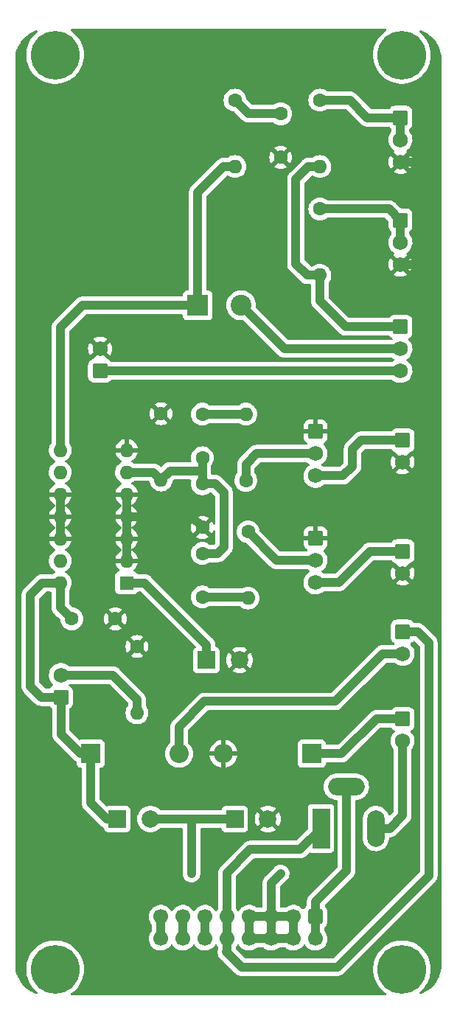
<source format=gbr>
%TF.GenerationSoftware,KiCad,Pcbnew,(6.0.7)*%
%TF.CreationDate,2023-02-21T16:05:42-05:00*%
%TF.ProjectId,MINI_AMP,4d494e49-5f41-44d5-902e-6b696361645f,rev?*%
%TF.SameCoordinates,Original*%
%TF.FileFunction,Copper,L2,Bot*%
%TF.FilePolarity,Positive*%
%FSLAX46Y46*%
G04 Gerber Fmt 4.6, Leading zero omitted, Abs format (unit mm)*
G04 Created by KiCad (PCBNEW (6.0.7)) date 2023-02-21 16:05:42*
%MOMM*%
%LPD*%
G01*
G04 APERTURE LIST*
G04 Aperture macros list*
%AMRoundRect*
0 Rectangle with rounded corners*
0 $1 Rounding radius*
0 $2 $3 $4 $5 $6 $7 $8 $9 X,Y pos of 4 corners*
0 Add a 4 corners polygon primitive as box body*
4,1,4,$2,$3,$4,$5,$6,$7,$8,$9,$2,$3,0*
0 Add four circle primitives for the rounded corners*
1,1,$1+$1,$2,$3*
1,1,$1+$1,$4,$5*
1,1,$1+$1,$6,$7*
1,1,$1+$1,$8,$9*
0 Add four rect primitives between the rounded corners*
20,1,$1+$1,$2,$3,$4,$5,0*
20,1,$1+$1,$4,$5,$6,$7,0*
20,1,$1+$1,$6,$7,$8,$9,0*
20,1,$1+$1,$8,$9,$2,$3,0*%
G04 Aperture macros list end*
%TA.AperFunction,ComponentPad*%
%ADD10C,1.600000*%
%TD*%
%TA.AperFunction,ComponentPad*%
%ADD11O,1.600000X1.600000*%
%TD*%
%TA.AperFunction,ComponentPad*%
%ADD12C,5.600000*%
%TD*%
%TA.AperFunction,ComponentPad*%
%ADD13RoundRect,0.250000X-0.620000X0.620000X-0.620000X-0.620000X0.620000X-0.620000X0.620000X0.620000X0*%
%TD*%
%TA.AperFunction,ComponentPad*%
%ADD14C,1.740000*%
%TD*%
%TA.AperFunction,ComponentPad*%
%ADD15R,2.400000X2.400000*%
%TD*%
%TA.AperFunction,ComponentPad*%
%ADD16C,2.400000*%
%TD*%
%TA.AperFunction,ComponentPad*%
%ADD17R,2.000000X2.000000*%
%TD*%
%TA.AperFunction,ComponentPad*%
%ADD18C,2.000000*%
%TD*%
%TA.AperFunction,ComponentPad*%
%ADD19RoundRect,0.250000X0.620000X-0.620000X0.620000X0.620000X-0.620000X0.620000X-0.620000X-0.620000X0*%
%TD*%
%TA.AperFunction,ComponentPad*%
%ADD20R,2.200000X2.200000*%
%TD*%
%TA.AperFunction,ComponentPad*%
%ADD21O,2.200000X2.200000*%
%TD*%
%TA.AperFunction,ComponentPad*%
%ADD22R,2.000000X4.600000*%
%TD*%
%TA.AperFunction,ComponentPad*%
%ADD23O,2.000000X4.200000*%
%TD*%
%TA.AperFunction,ComponentPad*%
%ADD24O,4.200000X2.000000*%
%TD*%
%TA.AperFunction,ComponentPad*%
%ADD25R,1.600000X1.600000*%
%TD*%
%TA.AperFunction,ComponentPad*%
%ADD26RoundRect,0.250000X-0.600000X0.600000X-0.600000X-0.600000X0.600000X-0.600000X0.600000X0.600000X0*%
%TD*%
%TA.AperFunction,ComponentPad*%
%ADD27C,1.700000*%
%TD*%
%TA.AperFunction,ViaPad*%
%ADD28C,1.000000*%
%TD*%
%TA.AperFunction,Conductor*%
%ADD29C,1.000000*%
%TD*%
G04 APERTURE END LIST*
D10*
%TO.P,R6,1*%
%TO.N,Net-(R9-Pad2)*%
X127250000Y-98250000D03*
D11*
%TO.P,R6,2*%
%TO.N,Net-(R6-Pad2)*%
X127250000Y-105870000D03*
%TD*%
D12*
%TO.P,H2,1*%
%TO.N,N/C*%
X144920000Y-43500000D03*
%TD*%
D13*
%TO.P,J9,1,Pin_1*%
%TO.N,Net-(J9-Pad1)*%
X144750000Y-62500000D03*
D14*
%TO.P,J9,2,Pin_2*%
X144750000Y-65040000D03*
%TO.P,J9,3,Pin_3*%
%TO.N,Earth*%
X144750000Y-67580000D03*
%TD*%
D10*
%TO.P,R2,1*%
%TO.N,Net-(J10-Pad1)*%
X135500000Y-48690000D03*
D11*
%TO.P,R2,2*%
%TO.N,Net-(R2-Pad2)*%
X135500000Y-56310000D03*
%TD*%
D13*
%TO.P,R9,1,Pin_1*%
%TO.N,Earth*%
X135000000Y-99000000D03*
D14*
%TO.P,R9,2,Pin_2*%
%TO.N,Net-(R9-Pad2)*%
X135000000Y-101540000D03*
%TO.P,R9,3,Pin_3*%
%TO.N,Net-(R9-Pad3)*%
X135000000Y-104080000D03*
%TD*%
D10*
%TO.P,C3,1*%
%TO.N,Earth*%
X112000000Y-108250000D03*
%TO.P,C3,2*%
%TO.N,+24V*%
X107000000Y-108250000D03*
%TD*%
D13*
%TO.P,J10,1,Pin_1*%
%TO.N,Net-(J10-Pad1)*%
X144750000Y-50710000D03*
D14*
%TO.P,J10,2,Pin_2*%
X144750000Y-53250000D03*
%TO.P,J10,3,Pin_3*%
%TO.N,Earth*%
X144750000Y-55790000D03*
%TD*%
D15*
%TO.P,C7,1*%
%TO.N,Net-(C7-Pad1)*%
X121452272Y-72250000D03*
D16*
%TO.P,C7,2*%
%TO.N,Net-(C7-Pad2)*%
X126452272Y-72250000D03*
%TD*%
D10*
%TO.P,R7,1*%
%TO.N,Net-(R10-Pad2)*%
X127000000Y-92370000D03*
D11*
%TO.P,R7,2*%
%TO.N,Net-(R7-Pad2)*%
X127000000Y-84750000D03*
%TD*%
D17*
%TO.P,C10,1*%
%TO.N,Net-(C10-Pad1)*%
X125732323Y-131250000D03*
D18*
%TO.P,C10,2*%
%TO.N,Earth*%
X129532323Y-131250000D03*
%TD*%
D13*
%TO.P,J7,1,Pin_1*%
%TO.N,Net-(D4-Pad1)*%
X145000000Y-119750000D03*
D14*
%TO.P,J7,2,Pin_2*%
%TO.N,-12V*%
X145000000Y-122290000D03*
%TD*%
D13*
%TO.P,J2,1,Pin_1*%
%TO.N,Net-(J2-Pad1)*%
X145000000Y-87750000D03*
D14*
%TO.P,J2,2,Pin_2*%
%TO.N,Earth*%
X145000000Y-90290000D03*
%TD*%
D10*
%TO.P,C1,1*%
%TO.N,Earth*%
X122000000Y-97750000D03*
%TO.P,C1,2*%
%TO.N,Net-(C5-Pad1)*%
X122000000Y-92750000D03*
%TD*%
%TO.P,C5,1*%
%TO.N,Net-(C5-Pad1)*%
X122000000Y-89750000D03*
%TO.P,C5,2*%
%TO.N,Net-(R7-Pad2)*%
X122000000Y-84750000D03*
%TD*%
D13*
%TO.P,J5,1,Pin_1*%
%TO.N,+12V*%
X145000000Y-109730000D03*
D14*
%TO.P,J5,2,Pin_2*%
%TO.N,Net-(D3-Pad2)*%
X145000000Y-112270000D03*
%TD*%
D10*
%TO.P,R5,1*%
%TO.N,Earth*%
X114500000Y-111440000D03*
D11*
%TO.P,R5,2*%
%TO.N,Net-(J8-Pad2)*%
X114500000Y-119060000D03*
%TD*%
D19*
%TO.P,J6,1,Pin_1*%
%TO.N,Net-(J6-Pad1)*%
X110250000Y-79770000D03*
D14*
%TO.P,J6,2,Pin_2*%
%TO.N,Earth*%
X110250000Y-77230000D03*
%TD*%
D10*
%TO.P,R1,1*%
%TO.N,Net-(C6-Pad2)*%
X125750000Y-48690000D03*
D11*
%TO.P,R1,2*%
%TO.N,Net-(C7-Pad1)*%
X125750000Y-56310000D03*
%TD*%
D17*
%TO.P,C9,1*%
%TO.N,+24V*%
X112232323Y-131250000D03*
D18*
%TO.P,C9,2*%
%TO.N,Net-(C10-Pad1)*%
X116032323Y-131250000D03*
%TD*%
D20*
%TO.P,D4,1,K*%
%TO.N,Net-(D4-Pad1)*%
X134580000Y-123750000D03*
D21*
%TO.P,D4,2,A*%
%TO.N,Earth*%
X124420000Y-123750000D03*
%TD*%
D20*
%TO.P,D3,1,K*%
%TO.N,+24V*%
X109170000Y-123750000D03*
D21*
%TO.P,D3,2,A*%
%TO.N,Net-(D3-Pad2)*%
X119330000Y-123750000D03*
%TD*%
D19*
%TO.P,J8,1,Pin_1*%
%TO.N,+24V*%
X105750000Y-117250000D03*
D14*
%TO.P,J8,2,Pin_2*%
%TO.N,Net-(J8-Pad2)*%
X105750000Y-114710000D03*
%TD*%
D13*
%TO.P,R10,1,Pin_1*%
%TO.N,Earth*%
X135000000Y-86750000D03*
D14*
%TO.P,R10,2,Pin_2*%
%TO.N,Net-(R10-Pad2)*%
X135000000Y-89290000D03*
%TO.P,R10,3,Pin_3*%
%TO.N,Net-(J2-Pad1)*%
X135000000Y-91830000D03*
%TD*%
D13*
%TO.P,S1,1,Pin_1*%
%TO.N,Net-(R2-Pad2)*%
X144750000Y-74710000D03*
D14*
%TO.P,S1,2,Pin_2*%
%TO.N,Net-(C7-Pad2)*%
X144750000Y-77250000D03*
%TO.P,S1,3,Pin_3*%
%TO.N,Net-(J6-Pad1)*%
X144750000Y-79790000D03*
%TD*%
D22*
%TO.P,J4,1*%
%TO.N,+12V*%
X135636000Y-132334000D03*
D23*
%TO.P,J4,2*%
%TO.N,-12V*%
X141936000Y-132334000D03*
D24*
%TO.P,J4,3*%
%TO.N,Net-(J3-Pad2)*%
X138536000Y-127534000D03*
%TD*%
D25*
%TO.P,U1,1,BYPASS*%
%TO.N,Net-(C2-Pad1)*%
X113300000Y-104125000D03*
D11*
%TO.P,U1,2,+*%
%TO.N,Earth*%
X113300000Y-101585000D03*
%TO.P,U1,3,GND*%
X113300000Y-99045000D03*
%TO.P,U1,4,GND*%
X113300000Y-96505000D03*
%TO.P,U1,5,GND*%
X113300000Y-93965000D03*
%TO.P,U1,6,-*%
%TO.N,Net-(C5-Pad1)*%
X113300000Y-91425000D03*
%TO.P,U1,7,GND*%
%TO.N,Earth*%
X113300000Y-88885000D03*
%TO.P,U1,8*%
%TO.N,Net-(C7-Pad1)*%
X105680000Y-88885000D03*
%TO.P,U1,9,NC*%
%TO.N,unconnected-(U1-Pad9)*%
X105680000Y-91425000D03*
%TO.P,U1,10,GND*%
%TO.N,Earth*%
X105680000Y-93965000D03*
%TO.P,U1,11,GND*%
X105680000Y-96505000D03*
%TO.P,U1,12,GND*%
X105680000Y-99045000D03*
%TO.P,U1,13,NC*%
%TO.N,unconnected-(U1-Pad13)*%
X105680000Y-101585000D03*
%TO.P,U1,14,VS*%
%TO.N,+24V*%
X105680000Y-104125000D03*
%TD*%
D13*
%TO.P,J1,1,Pin_1*%
%TO.N,Net-(R9-Pad3)*%
X145000000Y-100500000D03*
D14*
%TO.P,J1,2,Pin_2*%
%TO.N,Earth*%
X145000000Y-103040000D03*
%TD*%
D10*
%TO.P,C6,1*%
%TO.N,Earth*%
X131000000Y-55250000D03*
%TO.P,C6,2*%
%TO.N,Net-(C6-Pad2)*%
X131000000Y-50250000D03*
%TD*%
D26*
%TO.P,J3,1,Pin_1*%
%TO.N,Net-(J3-Pad2)*%
X135000000Y-142460000D03*
D27*
%TO.P,J3,2,Pin_2*%
X135000000Y-145000000D03*
%TO.P,J3,3,Pin_3*%
%TO.N,Net-(C10-Pad1)*%
X132460000Y-142460000D03*
%TO.P,J3,4,Pin_4*%
X132460000Y-145000000D03*
%TO.P,J3,5,Pin_5*%
X129920000Y-142460000D03*
%TO.P,J3,6,Pin_6*%
X129920000Y-145000000D03*
%TO.P,J3,7,Pin_7*%
X127380000Y-142460000D03*
%TO.P,J3,8,Pin_8*%
X127380000Y-145000000D03*
%TO.P,J3,9,Pin_9*%
%TO.N,+12V*%
X124840000Y-142460000D03*
%TO.P,J3,10,Pin_10*%
X124840000Y-145000000D03*
%TO.P,J3,11,Pin_11*%
%TO.N,+5V*%
X122300000Y-142460000D03*
%TO.P,J3,12,Pin_12*%
X122300000Y-145000000D03*
%TO.P,J3,13,Pin_13*%
%TO.N,CV*%
X119760000Y-142460000D03*
%TO.P,J3,14,Pin_14*%
X119760000Y-145000000D03*
%TO.P,J3,15,Pin_15*%
%TO.N,GATE*%
X117220000Y-142460000D03*
%TO.P,J3,16,Pin_16*%
X117220000Y-145000000D03*
%TD*%
D12*
%TO.P,H4,1*%
%TO.N,N/C*%
X144920000Y-148500000D03*
%TD*%
%TO.P,H1,1*%
%TO.N,N/C*%
X105080000Y-43500000D03*
%TD*%
D10*
%TO.P,R8,1*%
%TO.N,Earth*%
X117250000Y-84690000D03*
D11*
%TO.P,R8,2*%
%TO.N,Net-(C5-Pad1)*%
X117250000Y-92310000D03*
%TD*%
D17*
%TO.P,C2,1*%
%TO.N,Net-(C2-Pad1)*%
X122482323Y-113000000D03*
D18*
%TO.P,C2,2*%
%TO.N,Earth*%
X126282323Y-113000000D03*
%TD*%
D10*
%TO.P,R3,1*%
%TO.N,Net-(J9-Pad1)*%
X135500000Y-61190000D03*
D11*
%TO.P,R3,2*%
%TO.N,Net-(R2-Pad2)*%
X135500000Y-68810000D03*
%TD*%
D10*
%TO.P,C4,1*%
%TO.N,Net-(C5-Pad1)*%
X122000000Y-100750000D03*
%TO.P,C4,2*%
%TO.N,Net-(R6-Pad2)*%
X122000000Y-105750000D03*
%TD*%
D12*
%TO.P,H3,1*%
%TO.N,N/C*%
X105080000Y-148500000D03*
%TD*%
D28*
%TO.N,Net-(C10-Pad1)*%
X131000000Y-137500000D03*
X120750000Y-137500000D03*
%TD*%
D29*
%TO.N,Earth*%
X105680000Y-99045000D02*
X105680000Y-96505000D01*
X144750000Y-55790000D02*
X146790000Y-55790000D01*
X105680000Y-93965000D02*
X105680000Y-96505000D01*
X113300000Y-96505000D02*
X113300000Y-99045000D01*
X120755000Y-96505000D02*
X122000000Y-97750000D01*
X113300000Y-93965000D02*
X113300000Y-96505000D01*
X147170000Y-67580000D02*
X144750000Y-67580000D01*
X147750000Y-67000000D02*
X147170000Y-67580000D01*
X113300000Y-99045000D02*
X113300000Y-101585000D01*
X146790000Y-55790000D02*
X147750000Y-56750000D01*
X113300000Y-96505000D02*
X120755000Y-96505000D01*
X147750000Y-56750000D02*
X147750000Y-67000000D01*
%TO.N,+24V*%
X103500000Y-117250000D02*
X105750000Y-117250000D01*
X105680000Y-104125000D02*
X103625000Y-104125000D01*
X105750000Y-121500000D02*
X108000000Y-123750000D01*
X105680000Y-104125000D02*
X105680000Y-106930000D01*
X109170000Y-123750000D02*
X109170000Y-129420000D01*
X111000000Y-131250000D02*
X112232323Y-131250000D01*
X105750000Y-117250000D02*
X105750000Y-121500000D01*
X102250000Y-105500000D02*
X102250000Y-116000000D01*
X105680000Y-106930000D02*
X107000000Y-108250000D01*
X103625000Y-104125000D02*
X102250000Y-105500000D01*
X108000000Y-123750000D02*
X109170000Y-123750000D01*
X102250000Y-116000000D02*
X103500000Y-117250000D01*
X109170000Y-129420000D02*
X111000000Y-131250000D01*
%TO.N,Net-(C2-Pad1)*%
X122482323Y-111232323D02*
X122482323Y-113000000D01*
X115375000Y-104125000D02*
X122482323Y-111232323D01*
X113300000Y-104125000D02*
X115375000Y-104125000D01*
%TO.N,Net-(R6-Pad2)*%
X122000000Y-105750000D02*
X127130000Y-105750000D01*
X127130000Y-105750000D02*
X127250000Y-105870000D01*
%TO.N,Net-(R7-Pad2)*%
X122000000Y-84750000D02*
X127000000Y-84750000D01*
%TO.N,Net-(C10-Pad1)*%
X127380000Y-145000000D02*
X127380000Y-142460000D01*
X120750000Y-137500000D02*
X120750000Y-131250000D01*
X125732323Y-131250000D02*
X120750000Y-131250000D01*
X129920000Y-142460000D02*
X129920000Y-138580000D01*
X129920000Y-138580000D02*
X131000000Y-137500000D01*
X132460000Y-145000000D02*
X132460000Y-142460000D01*
X127380000Y-145000000D02*
X129920000Y-145000000D01*
X120750000Y-131250000D02*
X116032323Y-131250000D01*
X129920000Y-142460000D02*
X132460000Y-142460000D01*
X129920000Y-145000000D02*
X132460000Y-145000000D01*
X129920000Y-145000000D02*
X129920000Y-142460000D01*
X127380000Y-142460000D02*
X129920000Y-142460000D01*
%TO.N,Net-(D3-Pad2)*%
X119330000Y-120670000D02*
X122250000Y-117750000D01*
X122250000Y-117750000D02*
X137250000Y-117750000D01*
X142730000Y-112270000D02*
X145000000Y-112270000D01*
X137250000Y-117750000D02*
X142730000Y-112270000D01*
X119330000Y-123750000D02*
X119330000Y-120670000D01*
%TO.N,Net-(C5-Pad1)*%
X122000000Y-91250000D02*
X118310000Y-91250000D01*
X124500000Y-93750000D02*
X124500000Y-100000000D01*
X122000000Y-91250000D02*
X122000000Y-92750000D01*
X118310000Y-91250000D02*
X117250000Y-92310000D01*
X122000000Y-92750000D02*
X123500000Y-92750000D01*
X113300000Y-91425000D02*
X116365000Y-91425000D01*
X116365000Y-91425000D02*
X117250000Y-92310000D01*
X123750000Y-100750000D02*
X122000000Y-100750000D01*
X122000000Y-89750000D02*
X122000000Y-91250000D01*
X124500000Y-100000000D02*
X123750000Y-100750000D01*
X123500000Y-92750000D02*
X124500000Y-93750000D01*
%TO.N,Net-(D4-Pad1)*%
X145000000Y-119750000D02*
X142000000Y-119750000D01*
X142000000Y-119750000D02*
X138000000Y-123750000D01*
X138000000Y-123750000D02*
X134580000Y-123750000D01*
%TO.N,Net-(C6-Pad2)*%
X127310000Y-50250000D02*
X125750000Y-48690000D01*
X131000000Y-50250000D02*
X127310000Y-50250000D01*
%TO.N,Net-(C7-Pad1)*%
X121452272Y-72250000D02*
X108250000Y-72250000D01*
X105680000Y-74820000D02*
X105680000Y-88885000D01*
X108250000Y-72250000D02*
X105680000Y-74820000D01*
X121452272Y-59297728D02*
X121452272Y-72250000D01*
X124440000Y-56310000D02*
X121452272Y-59297728D01*
X125750000Y-56310000D02*
X124440000Y-56310000D01*
%TO.N,Net-(C7-Pad2)*%
X131452272Y-77250000D02*
X126452272Y-72250000D01*
X144750000Y-77250000D02*
X131452272Y-77250000D01*
%TO.N,Net-(R9-Pad3)*%
X137670000Y-104080000D02*
X141250000Y-100500000D01*
X135000000Y-104080000D02*
X137670000Y-104080000D01*
X141250000Y-100500000D02*
X145000000Y-100500000D01*
%TO.N,Net-(J2-Pad1)*%
X139250000Y-88750000D02*
X139250000Y-90750000D01*
X145000000Y-87750000D02*
X140250000Y-87750000D01*
X138170000Y-91830000D02*
X135000000Y-91830000D01*
X139250000Y-90750000D02*
X138170000Y-91830000D01*
X140250000Y-87750000D02*
X139250000Y-88750000D01*
%TO.N,Net-(J3-Pad2)*%
X135000000Y-142460000D02*
X135000000Y-140750000D01*
X135000000Y-145000000D02*
X135000000Y-142460000D01*
X135000000Y-140750000D02*
X138550000Y-137200000D01*
X138536000Y-137186000D02*
X138536000Y-127534000D01*
X138550000Y-137200000D02*
X138536000Y-137186000D01*
%TO.N,Net-(J6-Pad1)*%
X110270000Y-79790000D02*
X144750000Y-79790000D01*
X110250000Y-79770000D02*
X110270000Y-79790000D01*
%TO.N,+12V*%
X124840000Y-137410000D02*
X124840000Y-142460000D01*
X126500000Y-148250000D02*
X124750000Y-146500000D01*
X145000000Y-109730000D02*
X146730000Y-109730000D01*
X146730000Y-109730000D02*
X148000000Y-111000000D01*
X135636000Y-132334000D02*
X133220000Y-134750000D01*
X148000000Y-137750000D02*
X137500000Y-148250000D01*
X148000000Y-111000000D02*
X148000000Y-137750000D01*
X124840000Y-146410000D02*
X124840000Y-145000000D01*
X137500000Y-148250000D02*
X126500000Y-148250000D01*
X127500000Y-134750000D02*
X124840000Y-137410000D01*
X124750000Y-146500000D02*
X124840000Y-146410000D01*
X133220000Y-134750000D02*
X127500000Y-134750000D01*
X124840000Y-145000000D02*
X124840000Y-142460000D01*
%TO.N,-12V*%
X143510000Y-132334000D02*
X141936000Y-132334000D01*
X145000000Y-130844000D02*
X143510000Y-132334000D01*
X145000000Y-122290000D02*
X145000000Y-130844000D01*
%TO.N,+5V*%
X122300000Y-145000000D02*
X122300000Y-142460000D01*
%TO.N,CV*%
X119760000Y-145000000D02*
X119760000Y-142460000D01*
%TO.N,GATE*%
X117220000Y-145000000D02*
X117220000Y-142460000D01*
%TO.N,Net-(J9-Pad1)*%
X144750000Y-65040000D02*
X144750000Y-62500000D01*
X135500000Y-61190000D02*
X143440000Y-61190000D01*
X143440000Y-61190000D02*
X144750000Y-62500000D01*
%TO.N,Net-(J10-Pad1)*%
X135500000Y-48690000D02*
X138940000Y-48690000D01*
X144750000Y-53250000D02*
X144750000Y-50710000D01*
X140960000Y-50710000D02*
X144750000Y-50710000D01*
X138940000Y-48690000D02*
X140960000Y-50710000D01*
%TO.N,Net-(R2-Pad2)*%
X134190000Y-56310000D02*
X132750000Y-57750000D01*
X135500000Y-68810000D02*
X135500000Y-71750000D01*
X135500000Y-71750000D02*
X138460000Y-74710000D01*
X135500000Y-56310000D02*
X134190000Y-56310000D01*
X138460000Y-74710000D02*
X144750000Y-74710000D01*
X132750000Y-57750000D02*
X132750000Y-67500000D01*
X132750000Y-67500000D02*
X134060000Y-68810000D01*
X134060000Y-68810000D02*
X135500000Y-68810000D01*
%TO.N,Net-(R9-Pad2)*%
X127250000Y-98250000D02*
X130540000Y-101540000D01*
X130540000Y-101540000D02*
X135000000Y-101540000D01*
%TO.N,Net-(J8-Pad2)*%
X105750000Y-114710000D02*
X111710000Y-114710000D01*
X111710000Y-114710000D02*
X114500000Y-117500000D01*
X114500000Y-117500000D02*
X114500000Y-119060000D01*
%TO.N,Net-(R10-Pad2)*%
X127000000Y-92370000D02*
X127000000Y-90500000D01*
X128210000Y-89290000D02*
X135000000Y-89290000D01*
X127000000Y-90500000D02*
X128210000Y-89290000D01*
%TD*%
%TA.AperFunction,Conductor*%
%TO.N,Earth*%
G36*
X143088127Y-40528502D02*
G01*
X143134620Y-40582158D01*
X143144724Y-40652432D01*
X143115230Y-40717012D01*
X143084715Y-40742614D01*
X143067193Y-40753101D01*
X143064467Y-40755163D01*
X143064465Y-40755164D01*
X142845493Y-40920772D01*
X142781367Y-40969270D01*
X142520559Y-41215043D01*
X142287819Y-41487546D01*
X142285900Y-41490358D01*
X142285897Y-41490363D01*
X142260919Y-41526980D01*
X142085871Y-41783591D01*
X141917077Y-42099714D01*
X141783411Y-42432218D01*
X141782491Y-42435492D01*
X141782489Y-42435497D01*
X141716661Y-42669689D01*
X141686437Y-42777213D01*
X141627290Y-43130663D01*
X141606661Y-43488434D01*
X141624792Y-43846340D01*
X141625329Y-43849695D01*
X141625330Y-43849701D01*
X141647901Y-43990618D01*
X141681470Y-44200195D01*
X141776033Y-44545859D01*
X141907374Y-44879288D01*
X142073957Y-45196582D01*
X142075858Y-45199411D01*
X142075864Y-45199421D01*
X142259569Y-45472800D01*
X142273834Y-45494029D01*
X142504665Y-45768150D01*
X142763751Y-46015738D01*
X143048061Y-46233897D01*
X143080056Y-46253350D01*
X143351355Y-46418303D01*
X143351360Y-46418306D01*
X143354270Y-46420075D01*
X143357358Y-46421521D01*
X143357357Y-46421521D01*
X143675710Y-46570649D01*
X143675720Y-46570653D01*
X143678794Y-46572093D01*
X143682012Y-46573195D01*
X143682015Y-46573196D01*
X144014615Y-46687071D01*
X144014623Y-46687073D01*
X144017838Y-46688174D01*
X144367435Y-46766959D01*
X144419728Y-46772917D01*
X144720114Y-46807142D01*
X144720122Y-46807142D01*
X144723497Y-46807527D01*
X144726901Y-46807545D01*
X144726904Y-46807545D01*
X144921227Y-46808562D01*
X145081857Y-46809403D01*
X145085243Y-46809053D01*
X145085245Y-46809053D01*
X145434932Y-46772917D01*
X145434941Y-46772916D01*
X145438324Y-46772566D01*
X145441657Y-46771852D01*
X145441660Y-46771851D01*
X145614186Y-46734864D01*
X145788727Y-46697446D01*
X146128968Y-46584922D01*
X146455066Y-46436311D01*
X146549052Y-46380506D01*
X146760262Y-46255099D01*
X146760267Y-46255096D01*
X146763207Y-46253350D01*
X147049786Y-46038180D01*
X147311451Y-45793319D01*
X147545140Y-45521630D01*
X147651750Y-45366512D01*
X147746190Y-45229101D01*
X147746195Y-45229094D01*
X147748120Y-45226292D01*
X147749732Y-45223298D01*
X147749737Y-45223290D01*
X147916395Y-44913772D01*
X147918017Y-44910760D01*
X148052842Y-44578724D01*
X148063142Y-44542568D01*
X148083527Y-44471006D01*
X148151020Y-44234070D01*
X148188885Y-44012552D01*
X148210829Y-43884175D01*
X148210829Y-43884173D01*
X148211401Y-43880828D01*
X148213511Y-43846340D01*
X148233168Y-43524928D01*
X148233278Y-43523131D01*
X148233359Y-43500000D01*
X148213979Y-43142159D01*
X148156066Y-42788505D01*
X148060297Y-42443173D01*
X148057243Y-42435497D01*
X147929052Y-42113369D01*
X147927793Y-42110205D01*
X147897768Y-42053498D01*
X147761702Y-41796513D01*
X147761698Y-41796506D01*
X147760103Y-41793494D01*
X147559190Y-41496746D01*
X147327403Y-41223432D01*
X147067454Y-40976750D01*
X146975276Y-40906529D01*
X146933209Y-40849337D01*
X146928740Y-40778481D01*
X146963288Y-40716457D01*
X147025884Y-40682958D01*
X147094079Y-40687665D01*
X147330311Y-40772191D01*
X147341735Y-40776922D01*
X147409500Y-40808972D01*
X147640292Y-40918128D01*
X147651188Y-40923953D01*
X147743181Y-40979091D01*
X147934467Y-41093744D01*
X147944748Y-41100614D01*
X148210017Y-41297350D01*
X148219556Y-41305177D01*
X148464282Y-41526985D01*
X148473015Y-41535718D01*
X148694823Y-41780444D01*
X148702650Y-41789983D01*
X148846901Y-41984483D01*
X148899386Y-42055252D01*
X148906256Y-42065533D01*
X149076045Y-42348807D01*
X149081872Y-42359708D01*
X149121348Y-42443173D01*
X149223078Y-42658265D01*
X149227810Y-42669689D01*
X149339072Y-42980645D01*
X149342661Y-42992477D01*
X149422909Y-43312841D01*
X149425321Y-43324969D01*
X149473779Y-43651650D01*
X149474990Y-43663949D01*
X149484117Y-43849701D01*
X149489390Y-43957034D01*
X149488042Y-43982598D01*
X149486309Y-43993724D01*
X149487474Y-44002630D01*
X149490436Y-44025283D01*
X149491500Y-44041621D01*
X149491500Y-147950633D01*
X149490000Y-147970018D01*
X149486309Y-147993724D01*
X149487473Y-148002627D01*
X149487473Y-148002628D01*
X149488839Y-148013076D01*
X149489751Y-148035594D01*
X149485081Y-148130663D01*
X149474991Y-148336045D01*
X149473779Y-148348350D01*
X149425321Y-148675031D01*
X149422909Y-148687159D01*
X149342661Y-149007523D01*
X149339072Y-149019355D01*
X149227810Y-149330311D01*
X149223078Y-149341735D01*
X149081874Y-149640288D01*
X149076045Y-149651193D01*
X148906256Y-149934467D01*
X148899386Y-149944748D01*
X148702650Y-150210017D01*
X148694823Y-150219556D01*
X148473020Y-150464277D01*
X148464282Y-150473015D01*
X148219556Y-150694823D01*
X148210017Y-150702650D01*
X148015517Y-150846901D01*
X147944748Y-150899386D01*
X147934467Y-150906256D01*
X147792101Y-150991588D01*
X147651188Y-151076047D01*
X147640292Y-151081872D01*
X147618155Y-151092342D01*
X147341735Y-151223078D01*
X147330311Y-151227810D01*
X147095748Y-151311738D01*
X147024871Y-151315854D01*
X146963020Y-151280998D01*
X146929832Y-151218236D01*
X146935844Y-151147494D01*
X146977644Y-151092346D01*
X147049786Y-151038180D01*
X147311451Y-150793319D01*
X147545140Y-150521630D01*
X147727429Y-150256398D01*
X147746190Y-150229101D01*
X147746195Y-150229094D01*
X147748120Y-150226292D01*
X147749732Y-150223298D01*
X147749737Y-150223290D01*
X147916395Y-149913772D01*
X147918017Y-149910760D01*
X148052842Y-149578724D01*
X148063142Y-149542568D01*
X148083527Y-149471006D01*
X148151020Y-149234070D01*
X148157386Y-149196829D01*
X148210829Y-148884175D01*
X148210829Y-148884173D01*
X148211401Y-148880828D01*
X148213511Y-148846340D01*
X148233168Y-148524928D01*
X148233278Y-148523131D01*
X148233359Y-148500000D01*
X148213979Y-148142159D01*
X148156066Y-147788505D01*
X148060297Y-147443173D01*
X148057243Y-147435497D01*
X147929052Y-147113369D01*
X147927793Y-147110205D01*
X147801404Y-146871497D01*
X147761702Y-146796513D01*
X147761698Y-146796506D01*
X147760103Y-146793494D01*
X147559190Y-146496746D01*
X147547758Y-146483265D01*
X147444151Y-146361097D01*
X147327403Y-146223432D01*
X147067454Y-145976750D01*
X146836341Y-145800689D01*
X146785091Y-145761647D01*
X146785089Y-145761646D01*
X146782384Y-145759585D01*
X146779472Y-145757828D01*
X146779467Y-145757825D01*
X146478443Y-145576236D01*
X146478437Y-145576233D01*
X146475528Y-145574478D01*
X146150475Y-145423593D01*
X145980751Y-145366145D01*
X145814255Y-145309789D01*
X145814250Y-145309788D01*
X145811028Y-145308697D01*
X145612681Y-145264724D01*
X145464493Y-145231871D01*
X145464487Y-145231870D01*
X145461158Y-145231132D01*
X145457769Y-145230758D01*
X145457764Y-145230757D01*
X145108338Y-145192180D01*
X145108333Y-145192180D01*
X145104957Y-145191807D01*
X145101558Y-145191801D01*
X145101557Y-145191801D01*
X144932080Y-145191505D01*
X144746592Y-145191182D01*
X144633413Y-145203277D01*
X144393639Y-145228901D01*
X144393631Y-145228902D01*
X144390256Y-145229263D01*
X144040117Y-145305606D01*
X143700271Y-145419317D01*
X143697178Y-145420739D01*
X143697177Y-145420740D01*
X143690974Y-145423593D01*
X143374694Y-145569066D01*
X143371760Y-145570822D01*
X143371758Y-145570823D01*
X143291227Y-145619020D01*
X143067193Y-145753101D01*
X143064467Y-145755163D01*
X143064465Y-145755164D01*
X142788375Y-145963970D01*
X142781367Y-145969270D01*
X142778882Y-145971612D01*
X142778877Y-145971616D01*
X142681626Y-146063261D01*
X142520559Y-146215043D01*
X142287819Y-146487546D01*
X142285900Y-146490358D01*
X142285897Y-146490363D01*
X142279123Y-146500294D01*
X142085871Y-146783591D01*
X141917077Y-147099714D01*
X141783411Y-147432218D01*
X141782491Y-147435492D01*
X141782489Y-147435497D01*
X141780332Y-147443173D01*
X141686437Y-147777213D01*
X141685875Y-147780570D01*
X141685875Y-147780571D01*
X141643199Y-148035597D01*
X141627290Y-148130663D01*
X141606661Y-148488434D01*
X141624792Y-148846340D01*
X141625329Y-148849695D01*
X141625330Y-148849701D01*
X141654994Y-149034901D01*
X141681470Y-149200195D01*
X141776033Y-149545859D01*
X141907374Y-149879288D01*
X142073957Y-150196582D01*
X142075858Y-150199411D01*
X142075864Y-150199421D01*
X142253841Y-150464277D01*
X142273834Y-150494029D01*
X142504665Y-150768150D01*
X142763751Y-151015738D01*
X143048061Y-151233897D01*
X143050979Y-151235671D01*
X143087437Y-151257838D01*
X143135252Y-151310319D01*
X143147103Y-151380320D01*
X143119228Y-151445615D01*
X143060477Y-151485474D01*
X143021978Y-151491500D01*
X106981120Y-151491500D01*
X106912999Y-151471498D01*
X106866506Y-151417842D01*
X106856402Y-151347568D01*
X106885896Y-151282988D01*
X106916789Y-151257161D01*
X106923207Y-151253350D01*
X106957225Y-151227809D01*
X107021095Y-151179854D01*
X107209786Y-151038180D01*
X107471451Y-150793319D01*
X107705140Y-150521630D01*
X107887429Y-150256398D01*
X107906190Y-150229101D01*
X107906195Y-150229094D01*
X107908120Y-150226292D01*
X107909732Y-150223298D01*
X107909737Y-150223290D01*
X108076395Y-149913772D01*
X108078017Y-149910760D01*
X108212842Y-149578724D01*
X108223142Y-149542568D01*
X108243527Y-149471006D01*
X108311020Y-149234070D01*
X108317386Y-149196829D01*
X108370829Y-148884175D01*
X108370829Y-148884173D01*
X108371401Y-148880828D01*
X108373511Y-148846340D01*
X108393168Y-148524928D01*
X108393278Y-148523131D01*
X108393359Y-148500000D01*
X108373979Y-148142159D01*
X108316066Y-147788505D01*
X108220297Y-147443173D01*
X108217243Y-147435497D01*
X108089052Y-147113369D01*
X108087793Y-147110205D01*
X107961404Y-146871497D01*
X107921702Y-146796513D01*
X107921698Y-146796506D01*
X107920103Y-146793494D01*
X107719190Y-146496746D01*
X107707758Y-146483265D01*
X107604151Y-146361097D01*
X107487403Y-146223432D01*
X107227454Y-145976750D01*
X106996341Y-145800689D01*
X106945091Y-145761647D01*
X106945089Y-145761646D01*
X106942384Y-145759585D01*
X106939472Y-145757828D01*
X106939467Y-145757825D01*
X106638443Y-145576236D01*
X106638437Y-145576233D01*
X106635528Y-145574478D01*
X106310475Y-145423593D01*
X106140751Y-145366145D01*
X105974255Y-145309789D01*
X105974250Y-145309788D01*
X105971028Y-145308697D01*
X105772681Y-145264724D01*
X105624493Y-145231871D01*
X105624487Y-145231870D01*
X105621158Y-145231132D01*
X105617769Y-145230758D01*
X105617764Y-145230757D01*
X105268338Y-145192180D01*
X105268333Y-145192180D01*
X105264957Y-145191807D01*
X105261558Y-145191801D01*
X105261557Y-145191801D01*
X105092080Y-145191505D01*
X104906592Y-145191182D01*
X104793413Y-145203277D01*
X104553639Y-145228901D01*
X104553631Y-145228902D01*
X104550256Y-145229263D01*
X104200117Y-145305606D01*
X103860271Y-145419317D01*
X103857178Y-145420739D01*
X103857177Y-145420740D01*
X103850974Y-145423593D01*
X103534694Y-145569066D01*
X103531760Y-145570822D01*
X103531758Y-145570823D01*
X103451227Y-145619020D01*
X103227193Y-145753101D01*
X103224467Y-145755163D01*
X103224465Y-145755164D01*
X102948375Y-145963970D01*
X102941367Y-145969270D01*
X102938882Y-145971612D01*
X102938877Y-145971616D01*
X102841626Y-146063261D01*
X102680559Y-146215043D01*
X102447819Y-146487546D01*
X102445900Y-146490358D01*
X102445897Y-146490363D01*
X102439123Y-146500294D01*
X102245871Y-146783591D01*
X102077077Y-147099714D01*
X101943411Y-147432218D01*
X101942491Y-147435492D01*
X101942489Y-147435497D01*
X101940332Y-147443173D01*
X101846437Y-147777213D01*
X101845875Y-147780570D01*
X101845875Y-147780571D01*
X101803199Y-148035597D01*
X101787290Y-148130663D01*
X101766661Y-148488434D01*
X101784792Y-148846340D01*
X101785329Y-148849695D01*
X101785330Y-148849701D01*
X101814994Y-149034901D01*
X101841470Y-149200195D01*
X101936033Y-149545859D01*
X102067374Y-149879288D01*
X102233957Y-150196582D01*
X102235858Y-150199411D01*
X102235864Y-150199421D01*
X102413841Y-150464277D01*
X102433834Y-150494029D01*
X102664665Y-150768150D01*
X102923751Y-151015738D01*
X103025694Y-151093962D01*
X103067559Y-151151297D01*
X103071781Y-151222168D01*
X103037017Y-151284071D01*
X102974304Y-151317352D01*
X102906540Y-151312556D01*
X102669689Y-151227809D01*
X102658265Y-151223078D01*
X102381845Y-151092342D01*
X102359708Y-151081872D01*
X102348812Y-151076047D01*
X102207899Y-150991588D01*
X102065533Y-150906256D01*
X102055252Y-150899386D01*
X101984483Y-150846901D01*
X101789983Y-150702650D01*
X101780444Y-150694823D01*
X101535718Y-150473015D01*
X101526980Y-150464277D01*
X101305177Y-150219556D01*
X101297350Y-150210017D01*
X101100614Y-149944748D01*
X101093744Y-149934467D01*
X100923955Y-149651193D01*
X100918126Y-149640288D01*
X100776922Y-149341735D01*
X100772190Y-149330311D01*
X100660928Y-149019355D01*
X100657339Y-149007523D01*
X100577091Y-148687159D01*
X100574679Y-148675031D01*
X100526221Y-148348351D01*
X100525009Y-148336045D01*
X100510795Y-148046695D01*
X100512387Y-148019619D01*
X100513576Y-148012552D01*
X100513729Y-148000000D01*
X100509773Y-147972376D01*
X100508500Y-147954514D01*
X100508500Y-144966695D01*
X115857251Y-144966695D01*
X115857548Y-144971848D01*
X115857548Y-144971851D01*
X115863011Y-145066590D01*
X115870110Y-145189715D01*
X115871247Y-145194761D01*
X115871248Y-145194767D01*
X115879186Y-145229988D01*
X115919222Y-145407639D01*
X116003266Y-145614616D01*
X116054019Y-145697438D01*
X116117291Y-145800688D01*
X116119987Y-145805088D01*
X116266250Y-145973938D01*
X116438126Y-146116632D01*
X116631000Y-146229338D01*
X116839692Y-146309030D01*
X116844760Y-146310061D01*
X116844763Y-146310062D01*
X116952017Y-146331883D01*
X117058597Y-146353567D01*
X117063772Y-146353757D01*
X117063774Y-146353757D01*
X117276673Y-146361564D01*
X117276677Y-146361564D01*
X117281837Y-146361753D01*
X117286957Y-146361097D01*
X117286959Y-146361097D01*
X117498288Y-146334025D01*
X117498289Y-146334025D01*
X117503416Y-146333368D01*
X117508366Y-146331883D01*
X117712429Y-146270661D01*
X117712434Y-146270659D01*
X117717384Y-146269174D01*
X117917994Y-146170896D01*
X118099860Y-146041173D01*
X118112576Y-146028502D01*
X118228500Y-145912982D01*
X118258096Y-145883489D01*
X118317594Y-145800689D01*
X118388453Y-145702077D01*
X118389776Y-145703028D01*
X118436645Y-145659857D01*
X118506580Y-145647625D01*
X118572026Y-145675144D01*
X118599875Y-145706994D01*
X118659987Y-145805088D01*
X118806250Y-145973938D01*
X118978126Y-146116632D01*
X119171000Y-146229338D01*
X119379692Y-146309030D01*
X119384760Y-146310061D01*
X119384763Y-146310062D01*
X119492017Y-146331883D01*
X119598597Y-146353567D01*
X119603772Y-146353757D01*
X119603774Y-146353757D01*
X119816673Y-146361564D01*
X119816677Y-146361564D01*
X119821837Y-146361753D01*
X119826957Y-146361097D01*
X119826959Y-146361097D01*
X120038288Y-146334025D01*
X120038289Y-146334025D01*
X120043416Y-146333368D01*
X120048366Y-146331883D01*
X120252429Y-146270661D01*
X120252434Y-146270659D01*
X120257384Y-146269174D01*
X120457994Y-146170896D01*
X120639860Y-146041173D01*
X120652576Y-146028502D01*
X120768500Y-145912982D01*
X120798096Y-145883489D01*
X120857594Y-145800689D01*
X120928453Y-145702077D01*
X120929776Y-145703028D01*
X120976645Y-145659857D01*
X121046580Y-145647625D01*
X121112026Y-145675144D01*
X121139875Y-145706994D01*
X121199987Y-145805088D01*
X121346250Y-145973938D01*
X121518126Y-146116632D01*
X121711000Y-146229338D01*
X121919692Y-146309030D01*
X121924760Y-146310061D01*
X121924763Y-146310062D01*
X122032017Y-146331883D01*
X122138597Y-146353567D01*
X122143772Y-146353757D01*
X122143774Y-146353757D01*
X122356673Y-146361564D01*
X122356677Y-146361564D01*
X122361837Y-146361753D01*
X122366957Y-146361097D01*
X122366959Y-146361097D01*
X122578288Y-146334025D01*
X122578289Y-146334025D01*
X122583416Y-146333368D01*
X122588366Y-146331883D01*
X122792429Y-146270661D01*
X122792434Y-146270659D01*
X122797384Y-146269174D01*
X122997994Y-146170896D01*
X123179860Y-146041173D01*
X123192576Y-146028502D01*
X123308500Y-145912982D01*
X123338096Y-145883489D01*
X123397594Y-145800689D01*
X123468453Y-145702077D01*
X123469776Y-145703028D01*
X123516645Y-145659857D01*
X123586580Y-145647625D01*
X123652026Y-145675144D01*
X123679875Y-145706994D01*
X123739987Y-145805088D01*
X123743367Y-145808990D01*
X123800737Y-145875219D01*
X123830220Y-145939804D01*
X123831500Y-145957717D01*
X123831500Y-146046205D01*
X123821480Y-146095445D01*
X123820126Y-146098634D01*
X123817178Y-146104041D01*
X123816113Y-146107439D01*
X123814438Y-146110563D01*
X123812637Y-146116454D01*
X123786726Y-146201204D01*
X123786466Y-146202043D01*
X123778948Y-146226035D01*
X123758035Y-146292768D01*
X123757651Y-146296303D01*
X123756613Y-146299698D01*
X123747015Y-146394185D01*
X123746928Y-146395008D01*
X123736676Y-146489388D01*
X123736985Y-146492924D01*
X123736626Y-146496462D01*
X123737205Y-146502587D01*
X123737205Y-146502588D01*
X123745560Y-146590970D01*
X123745640Y-146591847D01*
X123753913Y-146686413D01*
X123754905Y-146689827D01*
X123755239Y-146693362D01*
X123757001Y-146699272D01*
X123757001Y-146699273D01*
X123782349Y-146784304D01*
X123782597Y-146785146D01*
X123785900Y-146796513D01*
X123809091Y-146876336D01*
X123810725Y-146879489D01*
X123811741Y-146882896D01*
X123814617Y-146888350D01*
X123814619Y-146888356D01*
X123856012Y-146966865D01*
X123856392Y-146967590D01*
X123900108Y-147051926D01*
X123902325Y-147054703D01*
X123903982Y-147057846D01*
X123963749Y-147131652D01*
X123964146Y-147132146D01*
X123996738Y-147172973D01*
X123998558Y-147174793D01*
X124001150Y-147177839D01*
X124022817Y-147204595D01*
X124028447Y-147211547D01*
X124033182Y-147215492D01*
X124065208Y-147242175D01*
X124073649Y-147249884D01*
X125743145Y-148919379D01*
X125752247Y-148929522D01*
X125775968Y-148959025D01*
X125780696Y-148962992D01*
X125814421Y-148991291D01*
X125818069Y-148994472D01*
X125819881Y-148996115D01*
X125822075Y-148998309D01*
X125855349Y-149025642D01*
X125856147Y-149026304D01*
X125927474Y-149086154D01*
X125932144Y-149088722D01*
X125936261Y-149092103D01*
X126018120Y-149135995D01*
X126019280Y-149136624D01*
X126095389Y-149178466D01*
X126095394Y-149178468D01*
X126100787Y-149181433D01*
X126105865Y-149183044D01*
X126110563Y-149185563D01*
X126199498Y-149212753D01*
X126200702Y-149213128D01*
X126289306Y-149241235D01*
X126294597Y-149241828D01*
X126299698Y-149243388D01*
X126392311Y-149252795D01*
X126393431Y-149252915D01*
X126443227Y-149258500D01*
X126446756Y-149258500D01*
X126447739Y-149258555D01*
X126453426Y-149259003D01*
X126473683Y-149261060D01*
X126490336Y-149262752D01*
X126490339Y-149262752D01*
X126496463Y-149263374D01*
X126542112Y-149259059D01*
X126553969Y-149258500D01*
X137438157Y-149258500D01*
X137451764Y-149259237D01*
X137483262Y-149262659D01*
X137483267Y-149262659D01*
X137489388Y-149263324D01*
X137515638Y-149261027D01*
X137539388Y-149258950D01*
X137544214Y-149258621D01*
X137546686Y-149258500D01*
X137549769Y-149258500D01*
X137561738Y-149257326D01*
X137592506Y-149254310D01*
X137593819Y-149254188D01*
X137638084Y-149250315D01*
X137686413Y-149246087D01*
X137691532Y-149244600D01*
X137696833Y-149244080D01*
X137785834Y-149217209D01*
X137786967Y-149216874D01*
X137870414Y-149192630D01*
X137870418Y-149192628D01*
X137876336Y-149190909D01*
X137881068Y-149188456D01*
X137886169Y-149186916D01*
X137902062Y-149178466D01*
X137968260Y-149143269D01*
X137969426Y-149142657D01*
X138046453Y-149102729D01*
X138051926Y-149099892D01*
X138056089Y-149096569D01*
X138060796Y-149094066D01*
X138132918Y-149035245D01*
X138133774Y-149034554D01*
X138172973Y-149003262D01*
X138175477Y-149000758D01*
X138176195Y-149000116D01*
X138180528Y-148996415D01*
X138214062Y-148969065D01*
X138243288Y-148933737D01*
X138251277Y-148924958D01*
X148669379Y-138506855D01*
X148679522Y-138497753D01*
X148704218Y-138477897D01*
X148709025Y-138474032D01*
X148741320Y-138435544D01*
X148744478Y-138431925D01*
X148746124Y-138430110D01*
X148748309Y-138427925D01*
X148750264Y-138425545D01*
X148750273Y-138425535D01*
X148775549Y-138394764D01*
X148776391Y-138393749D01*
X148812386Y-138350851D01*
X148836154Y-138322526D01*
X148838723Y-138317852D01*
X148842102Y-138313739D01*
X148854613Y-138290407D01*
X148885955Y-138231953D01*
X148886584Y-138230793D01*
X148887479Y-138229166D01*
X148931433Y-138149213D01*
X148933045Y-138144131D01*
X148935562Y-138139437D01*
X148962762Y-138050469D01*
X148963108Y-138049358D01*
X148973207Y-138017525D01*
X148991235Y-137960694D01*
X148991829Y-137955398D01*
X148993387Y-137950302D01*
X149002790Y-137857743D01*
X149002911Y-137856607D01*
X149008500Y-137806773D01*
X149008500Y-137803247D01*
X149008556Y-137802246D01*
X149009005Y-137796545D01*
X149012752Y-137759664D01*
X149012752Y-137759661D01*
X149013374Y-137753538D01*
X149009059Y-137707891D01*
X149008500Y-137696033D01*
X149008500Y-111061842D01*
X149009237Y-111048235D01*
X149012659Y-111016737D01*
X149012659Y-111016732D01*
X149013324Y-111010611D01*
X149008950Y-110960609D01*
X149008621Y-110955784D01*
X149008500Y-110953313D01*
X149008500Y-110950231D01*
X149004309Y-110907489D01*
X149004187Y-110906174D01*
X148999796Y-110855987D01*
X148996087Y-110813587D01*
X148994600Y-110808468D01*
X148994080Y-110803167D01*
X148989649Y-110788489D01*
X148971322Y-110727789D01*
X148967218Y-110714194D01*
X148966862Y-110712994D01*
X148957761Y-110681669D01*
X148940909Y-110623663D01*
X148938455Y-110618929D01*
X148936916Y-110613831D01*
X148909418Y-110562115D01*
X148893316Y-110531831D01*
X148892702Y-110530663D01*
X148852726Y-110453541D01*
X148852725Y-110453540D01*
X148849892Y-110448074D01*
X148846569Y-110443911D01*
X148844066Y-110439204D01*
X148785245Y-110367082D01*
X148784554Y-110366226D01*
X148753262Y-110327027D01*
X148750758Y-110324523D01*
X148750116Y-110323805D01*
X148746415Y-110319472D01*
X148719065Y-110285938D01*
X148683737Y-110256712D01*
X148674958Y-110248723D01*
X147486855Y-109060621D01*
X147477753Y-109050478D01*
X147457897Y-109025782D01*
X147454032Y-109020975D01*
X147415578Y-108988708D01*
X147411931Y-108985528D01*
X147410119Y-108983885D01*
X147407925Y-108981691D01*
X147374651Y-108954358D01*
X147373853Y-108953696D01*
X147302526Y-108893846D01*
X147297856Y-108891278D01*
X147293739Y-108887897D01*
X147211914Y-108844023D01*
X147210755Y-108843394D01*
X147134619Y-108801538D01*
X147134611Y-108801535D01*
X147129213Y-108798567D01*
X147124131Y-108796955D01*
X147119437Y-108794438D01*
X147030469Y-108767238D01*
X147029441Y-108766918D01*
X146940694Y-108738765D01*
X146935398Y-108738171D01*
X146930302Y-108736613D01*
X146837743Y-108727210D01*
X146836607Y-108727089D01*
X146802992Y-108723319D01*
X146790270Y-108721892D01*
X146790266Y-108721892D01*
X146786773Y-108721500D01*
X146783246Y-108721500D01*
X146782261Y-108721445D01*
X146776581Y-108720998D01*
X146747175Y-108718011D01*
X146739663Y-108717248D01*
X146739661Y-108717248D01*
X146733538Y-108716626D01*
X146691259Y-108720623D01*
X146687891Y-108720941D01*
X146676033Y-108721500D01*
X146341806Y-108721500D01*
X146273685Y-108701498D01*
X146234663Y-108661805D01*
X146222331Y-108641877D01*
X146222327Y-108641872D01*
X146218478Y-108635652D01*
X146093303Y-108510695D01*
X146048880Y-108483312D01*
X145948968Y-108421725D01*
X145948966Y-108421724D01*
X145942738Y-108417885D01*
X145862995Y-108391436D01*
X145781389Y-108364368D01*
X145781387Y-108364368D01*
X145774861Y-108362203D01*
X145768025Y-108361503D01*
X145768022Y-108361502D01*
X145724969Y-108357091D01*
X145670400Y-108351500D01*
X144329600Y-108351500D01*
X144326354Y-108351837D01*
X144326350Y-108351837D01*
X144230692Y-108361762D01*
X144230688Y-108361763D01*
X144223834Y-108362474D01*
X144217298Y-108364655D01*
X144217296Y-108364655D01*
X144190650Y-108373545D01*
X144056054Y-108418450D01*
X143905652Y-108511522D01*
X143780695Y-108636697D01*
X143776855Y-108642927D01*
X143776854Y-108642928D01*
X143718177Y-108738120D01*
X143687885Y-108787262D01*
X143683982Y-108799029D01*
X143649991Y-108901511D01*
X143632203Y-108955139D01*
X143631503Y-108961975D01*
X143631502Y-108961978D01*
X143629103Y-108985392D01*
X143621500Y-109059600D01*
X143621500Y-110400400D01*
X143621837Y-110403646D01*
X143621837Y-110403650D01*
X143630696Y-110489026D01*
X143632474Y-110506166D01*
X143634655Y-110512702D01*
X143634655Y-110512704D01*
X143647693Y-110551784D01*
X143688450Y-110673946D01*
X143781522Y-110824348D01*
X143906697Y-110949305D01*
X144016092Y-111016737D01*
X144034753Y-111028240D01*
X144082246Y-111081012D01*
X144093670Y-111151084D01*
X144065396Y-111216208D01*
X144006402Y-111255707D01*
X143968637Y-111261500D01*
X142791842Y-111261500D01*
X142778235Y-111260763D01*
X142746737Y-111257341D01*
X142746732Y-111257341D01*
X142740611Y-111256676D01*
X142722611Y-111258251D01*
X142690609Y-111261050D01*
X142685784Y-111261379D01*
X142683313Y-111261500D01*
X142680231Y-111261500D01*
X142657763Y-111263703D01*
X142637489Y-111265691D01*
X142636174Y-111265813D01*
X142603913Y-111268636D01*
X142543587Y-111273913D01*
X142538468Y-111275400D01*
X142533167Y-111275920D01*
X142444194Y-111302782D01*
X142443054Y-111303120D01*
X142353663Y-111329091D01*
X142348929Y-111331545D01*
X142343831Y-111333084D01*
X142338387Y-111335978D01*
X142338386Y-111335979D01*
X142261831Y-111376684D01*
X142260663Y-111377298D01*
X142217023Y-111399919D01*
X142178074Y-111420108D01*
X142173911Y-111423431D01*
X142169204Y-111425934D01*
X142097082Y-111484755D01*
X142096226Y-111485446D01*
X142057027Y-111516738D01*
X142054523Y-111519242D01*
X142053805Y-111519884D01*
X142049472Y-111523585D01*
X142015938Y-111550935D01*
X142012011Y-111555682D01*
X142012009Y-111555684D01*
X141986713Y-111586262D01*
X141978723Y-111595042D01*
X136869171Y-116704595D01*
X136806859Y-116738621D01*
X136780076Y-116741500D01*
X122311850Y-116741500D01*
X122298242Y-116740763D01*
X122297662Y-116740700D01*
X122260612Y-116736675D01*
X122210570Y-116741053D01*
X122205788Y-116741379D01*
X122203310Y-116741500D01*
X122200231Y-116741500D01*
X122197177Y-116741799D01*
X122197166Y-116741800D01*
X122157529Y-116745687D01*
X122156215Y-116745809D01*
X122122910Y-116748723D01*
X122063587Y-116753913D01*
X122058468Y-116755400D01*
X122053167Y-116755920D01*
X121964166Y-116782791D01*
X121963033Y-116783126D01*
X121879586Y-116807370D01*
X121879582Y-116807372D01*
X121873664Y-116809091D01*
X121868932Y-116811544D01*
X121863831Y-116813084D01*
X121858388Y-116815978D01*
X121781740Y-116856731D01*
X121780574Y-116857343D01*
X121761663Y-116867146D01*
X121698074Y-116900108D01*
X121693911Y-116903431D01*
X121689204Y-116905934D01*
X121684429Y-116909828D01*
X121684428Y-116909829D01*
X121617102Y-116964739D01*
X121616075Y-116965567D01*
X121579792Y-116994531D01*
X121579787Y-116994536D01*
X121577028Y-116996738D01*
X121574527Y-116999239D01*
X121573809Y-116999881D01*
X121569461Y-117003594D01*
X121535938Y-117030935D01*
X121532015Y-117035677D01*
X121532013Y-117035679D01*
X121506703Y-117066273D01*
X121498713Y-117075053D01*
X118660621Y-119913145D01*
X118650478Y-119922247D01*
X118620975Y-119945968D01*
X118617008Y-119950696D01*
X118588709Y-119984421D01*
X118585528Y-119988069D01*
X118583885Y-119989881D01*
X118581691Y-119992075D01*
X118554358Y-120025349D01*
X118553696Y-120026147D01*
X118493846Y-120097474D01*
X118491278Y-120102144D01*
X118487897Y-120106261D01*
X118456860Y-120164145D01*
X118444023Y-120188086D01*
X118443394Y-120189245D01*
X118401538Y-120265381D01*
X118401535Y-120265389D01*
X118398567Y-120270787D01*
X118396955Y-120275869D01*
X118394438Y-120280563D01*
X118367238Y-120369531D01*
X118366918Y-120370559D01*
X118338765Y-120459306D01*
X118338171Y-120464602D01*
X118336613Y-120469698D01*
X118330347Y-120531389D01*
X118327218Y-120562187D01*
X118327089Y-120563393D01*
X118321500Y-120613227D01*
X118321500Y-120616754D01*
X118321445Y-120617739D01*
X118320998Y-120623419D01*
X118316626Y-120666462D01*
X118317206Y-120672593D01*
X118320941Y-120712109D01*
X118321500Y-120723967D01*
X118321500Y-122437936D01*
X118301498Y-122506057D01*
X118277331Y-122533747D01*
X118189102Y-122609102D01*
X118024672Y-122801624D01*
X117892384Y-123017498D01*
X117890491Y-123022068D01*
X117890489Y-123022072D01*
X117797389Y-123246836D01*
X117795495Y-123251409D01*
X117794340Y-123256221D01*
X117737622Y-123492470D01*
X117736391Y-123497597D01*
X117716526Y-123750000D01*
X117736391Y-124002403D01*
X117737545Y-124007210D01*
X117737546Y-124007216D01*
X117740027Y-124017548D01*
X117795495Y-124248591D01*
X117797388Y-124253162D01*
X117797389Y-124253164D01*
X117888431Y-124472958D01*
X117892384Y-124482502D01*
X118024672Y-124698376D01*
X118189102Y-124890898D01*
X118381624Y-125055328D01*
X118597498Y-125187616D01*
X118602068Y-125189509D01*
X118602072Y-125189511D01*
X118826836Y-125282611D01*
X118831409Y-125284505D01*
X118898513Y-125300615D01*
X119072784Y-125342454D01*
X119072790Y-125342455D01*
X119077597Y-125343609D01*
X119330000Y-125363474D01*
X119582403Y-125343609D01*
X119587210Y-125342455D01*
X119587216Y-125342454D01*
X119761487Y-125300615D01*
X119828591Y-125284505D01*
X119833164Y-125282611D01*
X120057928Y-125189511D01*
X120057932Y-125189509D01*
X120062502Y-125187616D01*
X120278376Y-125055328D01*
X120470898Y-124890898D01*
X120635328Y-124698376D01*
X120767616Y-124482502D01*
X120771570Y-124472958D01*
X120862611Y-124253164D01*
X120862612Y-124253162D01*
X120864505Y-124248591D01*
X120919973Y-124017548D01*
X120920001Y-124017431D01*
X122830512Y-124017431D01*
X122884817Y-124243624D01*
X122887866Y-124253009D01*
X122980936Y-124477700D01*
X122985417Y-124486494D01*
X123112496Y-124693867D01*
X123118289Y-124701840D01*
X123276249Y-124886787D01*
X123283213Y-124893751D01*
X123468160Y-125051711D01*
X123476133Y-125057504D01*
X123683506Y-125184583D01*
X123692300Y-125189064D01*
X123916991Y-125282134D01*
X123926376Y-125285183D01*
X124148385Y-125338483D01*
X124162470Y-125337778D01*
X124166000Y-125328899D01*
X124166000Y-125324597D01*
X124674000Y-125324597D01*
X124677973Y-125338128D01*
X124687431Y-125339488D01*
X124913624Y-125285183D01*
X124923009Y-125282134D01*
X125147700Y-125189064D01*
X125156494Y-125184583D01*
X125363867Y-125057504D01*
X125371840Y-125051711D01*
X125551655Y-124898134D01*
X132971500Y-124898134D01*
X132978255Y-124960316D01*
X133029385Y-125096705D01*
X133116739Y-125213261D01*
X133233295Y-125300615D01*
X133369684Y-125351745D01*
X133431866Y-125358500D01*
X135728134Y-125358500D01*
X135790316Y-125351745D01*
X135926705Y-125300615D01*
X136043261Y-125213261D01*
X136130615Y-125096705D01*
X136181745Y-124960316D01*
X136188500Y-124898134D01*
X136188500Y-124884500D01*
X136208502Y-124816379D01*
X136262158Y-124769886D01*
X136314500Y-124758500D01*
X137938157Y-124758500D01*
X137951764Y-124759237D01*
X137983262Y-124762659D01*
X137983267Y-124762659D01*
X137989388Y-124763324D01*
X138015638Y-124761027D01*
X138039388Y-124758950D01*
X138044214Y-124758621D01*
X138046686Y-124758500D01*
X138049769Y-124758500D01*
X138061738Y-124757326D01*
X138092506Y-124754310D01*
X138093819Y-124754188D01*
X138138084Y-124750315D01*
X138186413Y-124746087D01*
X138191532Y-124744600D01*
X138196833Y-124744080D01*
X138285834Y-124717209D01*
X138286967Y-124716874D01*
X138370414Y-124692630D01*
X138370418Y-124692628D01*
X138376336Y-124690909D01*
X138381068Y-124688456D01*
X138386169Y-124686916D01*
X138391612Y-124684022D01*
X138468260Y-124643269D01*
X138469426Y-124642657D01*
X138546453Y-124602729D01*
X138551926Y-124599892D01*
X138556089Y-124596569D01*
X138560796Y-124594066D01*
X138632918Y-124535245D01*
X138633774Y-124534554D01*
X138672973Y-124503262D01*
X138675477Y-124500758D01*
X138676195Y-124500116D01*
X138680528Y-124496415D01*
X138714062Y-124469065D01*
X138743288Y-124433737D01*
X138751277Y-124424958D01*
X140563377Y-122612858D01*
X142380829Y-120795405D01*
X142443141Y-120761379D01*
X142469924Y-120758500D01*
X143658194Y-120758500D01*
X143726315Y-120778502D01*
X143765337Y-120818195D01*
X143777669Y-120838123D01*
X143777673Y-120838128D01*
X143781522Y-120844348D01*
X143906697Y-120969305D01*
X143912927Y-120973145D01*
X143912928Y-120973146D01*
X144056405Y-121061587D01*
X144103899Y-121114360D01*
X144115322Y-121184431D01*
X144087048Y-121249555D01*
X144081383Y-121255898D01*
X143925033Y-121419509D01*
X143922119Y-121423781D01*
X143922118Y-121423782D01*
X143903979Y-121450373D01*
X143797294Y-121606768D01*
X143795114Y-121611465D01*
X143713906Y-121786412D01*
X143701854Y-121812375D01*
X143641277Y-122030810D01*
X143617189Y-122256205D01*
X143617486Y-122261358D01*
X143617486Y-122261361D01*
X143629939Y-122477340D01*
X143630237Y-122482508D01*
X143631374Y-122487554D01*
X143631375Y-122487560D01*
X143652729Y-122582310D01*
X143680072Y-122703640D01*
X143682014Y-122708422D01*
X143682015Y-122708426D01*
X143718452Y-122798160D01*
X143765354Y-122913665D01*
X143883793Y-123106940D01*
X143960738Y-123195768D01*
X143990220Y-123260351D01*
X143991500Y-123278263D01*
X143991500Y-130374074D01*
X143971498Y-130442195D01*
X143954596Y-130463169D01*
X143587230Y-130830536D01*
X143524917Y-130864561D01*
X143454102Y-130859497D01*
X143397266Y-130816950D01*
X143375771Y-130771496D01*
X143373244Y-130761208D01*
X143372037Y-130756294D01*
X143277188Y-130532844D01*
X143182297Y-130382160D01*
X143150528Y-130331712D01*
X143150526Y-130331709D01*
X143147833Y-130327433D01*
X143107633Y-130281834D01*
X142990650Y-130149142D01*
X142990647Y-130149139D01*
X142987302Y-130145345D01*
X142971404Y-130132286D01*
X142803628Y-129994474D01*
X142803625Y-129994472D01*
X142799722Y-129991266D01*
X142624744Y-129889426D01*
X142594290Y-129871701D01*
X142594288Y-129871700D01*
X142589922Y-129869159D01*
X142455725Y-129817646D01*
X142368022Y-129783980D01*
X142368018Y-129783979D01*
X142363298Y-129782167D01*
X142358348Y-129781133D01*
X142358345Y-129781132D01*
X142130631Y-129733560D01*
X142130627Y-129733560D01*
X142125680Y-129732526D01*
X141883183Y-129721514D01*
X141878163Y-129722095D01*
X141878159Y-129722095D01*
X141647071Y-129748833D01*
X141647067Y-129748834D01*
X141642044Y-129749415D01*
X141637180Y-129750791D01*
X141637177Y-129750792D01*
X141556452Y-129773635D01*
X141408468Y-129815510D01*
X141403892Y-129817644D01*
X141403886Y-129817646D01*
X141193046Y-129915962D01*
X141193042Y-129915964D01*
X141188464Y-129918099D01*
X140987693Y-130054544D01*
X140811319Y-130221332D01*
X140808241Y-130225358D01*
X140808240Y-130225359D01*
X140666953Y-130410154D01*
X140666950Y-130410158D01*
X140663880Y-130414174D01*
X140549169Y-130628109D01*
X140470138Y-130857631D01*
X140463466Y-130896261D01*
X140435932Y-131055669D01*
X140428821Y-131096836D01*
X140427500Y-131125925D01*
X140427500Y-133495001D01*
X140427702Y-133497509D01*
X140427702Y-133497514D01*
X140433943Y-133575074D01*
X140442060Y-133675965D01*
X140443266Y-133680873D01*
X140443266Y-133680876D01*
X140497114Y-133900108D01*
X140499963Y-133911706D01*
X140594812Y-134135156D01*
X140724167Y-134340567D01*
X140727512Y-134344361D01*
X140881350Y-134518858D01*
X140881353Y-134518861D01*
X140884698Y-134522655D01*
X140888606Y-134525865D01*
X140888607Y-134525866D01*
X140995242Y-134613456D01*
X141072278Y-134676734D01*
X141282078Y-134798841D01*
X141286801Y-134800654D01*
X141503978Y-134884020D01*
X141503982Y-134884021D01*
X141508702Y-134885833D01*
X141513652Y-134886867D01*
X141513655Y-134886868D01*
X141741369Y-134934440D01*
X141741373Y-134934440D01*
X141746320Y-134935474D01*
X141988817Y-134946486D01*
X141993837Y-134945905D01*
X141993841Y-134945905D01*
X142224929Y-134919167D01*
X142224933Y-134919166D01*
X142229956Y-134918585D01*
X142234820Y-134917209D01*
X142234823Y-134917208D01*
X142458669Y-134853866D01*
X142458668Y-134853866D01*
X142463532Y-134852490D01*
X142468108Y-134850356D01*
X142468114Y-134850354D01*
X142678954Y-134752038D01*
X142678958Y-134752036D01*
X142683536Y-134749901D01*
X142884307Y-134613456D01*
X143060681Y-134446668D01*
X143138901Y-134344361D01*
X143205047Y-134257846D01*
X143205050Y-134257842D01*
X143208120Y-134253826D01*
X143322831Y-134039891D01*
X143401862Y-133810369D01*
X143443179Y-133571164D01*
X143444500Y-133542075D01*
X143444500Y-133467975D01*
X143464502Y-133399854D01*
X143518158Y-133353361D01*
X143559841Y-133343228D01*
X143559770Y-133342500D01*
X143602506Y-133338310D01*
X143603819Y-133338188D01*
X143648084Y-133334315D01*
X143696413Y-133330087D01*
X143701532Y-133328600D01*
X143706833Y-133328080D01*
X143795834Y-133301209D01*
X143796967Y-133300874D01*
X143880414Y-133276630D01*
X143880418Y-133276628D01*
X143886336Y-133274909D01*
X143891068Y-133272456D01*
X143896169Y-133270916D01*
X143901612Y-133268022D01*
X143978260Y-133227269D01*
X143979426Y-133226657D01*
X144056453Y-133186729D01*
X144061926Y-133183892D01*
X144066089Y-133180569D01*
X144070796Y-133178066D01*
X144142918Y-133119245D01*
X144143774Y-133118554D01*
X144182973Y-133087262D01*
X144185477Y-133084758D01*
X144186195Y-133084116D01*
X144190528Y-133080415D01*
X144224062Y-133053065D01*
X144253288Y-133017737D01*
X144261277Y-133008958D01*
X145669379Y-131600855D01*
X145679522Y-131591753D01*
X145704218Y-131571897D01*
X145709025Y-131568032D01*
X145741292Y-131529578D01*
X145744472Y-131525931D01*
X145746115Y-131524119D01*
X145748309Y-131521925D01*
X145775642Y-131488651D01*
X145776348Y-131487800D01*
X145781468Y-131481699D01*
X145836154Y-131416526D01*
X145838722Y-131411856D01*
X145842103Y-131407739D01*
X145885977Y-131325914D01*
X145886606Y-131324755D01*
X145928462Y-131248619D01*
X145928465Y-131248611D01*
X145931433Y-131243213D01*
X145933045Y-131238131D01*
X145935562Y-131233437D01*
X145962762Y-131144469D01*
X145963108Y-131143358D01*
X145968639Y-131125925D01*
X145991235Y-131054694D01*
X145991829Y-131049398D01*
X145993387Y-131044302D01*
X146002790Y-130951743D01*
X146002911Y-130950607D01*
X146008500Y-130900773D01*
X146008500Y-130897246D01*
X146008555Y-130896261D01*
X146009002Y-130890581D01*
X146013374Y-130847538D01*
X146009059Y-130801891D01*
X146008500Y-130790033D01*
X146008500Y-123283536D01*
X146028502Y-123215415D01*
X146045559Y-123194287D01*
X146049715Y-123190145D01*
X146053378Y-123186495D01*
X146185654Y-123002413D01*
X146286089Y-122799199D01*
X146345005Y-122605283D01*
X146350480Y-122587264D01*
X146350480Y-122587262D01*
X146351985Y-122582310D01*
X146381573Y-122357570D01*
X146382603Y-122315417D01*
X146383142Y-122293365D01*
X146383142Y-122293361D01*
X146383224Y-122290000D01*
X146374601Y-122185118D01*
X146365074Y-122069235D01*
X146365073Y-122069229D01*
X146364650Y-122064084D01*
X146337039Y-121954159D01*
X146310687Y-121849245D01*
X146310686Y-121849241D01*
X146309428Y-121844234D01*
X146307369Y-121839498D01*
X146221100Y-121641093D01*
X146221098Y-121641090D01*
X146219040Y-121636356D01*
X146202938Y-121611465D01*
X146098722Y-121450373D01*
X146098720Y-121450370D01*
X146095914Y-121446033D01*
X145943356Y-121278374D01*
X145930602Y-121268301D01*
X145889541Y-121210385D01*
X145886309Y-121139462D01*
X145921935Y-121078051D01*
X145944592Y-121062594D01*
X145943946Y-121061550D01*
X146088120Y-120972332D01*
X146094348Y-120968478D01*
X146219305Y-120843303D01*
X146296530Y-120718022D01*
X146308275Y-120698968D01*
X146308276Y-120698966D01*
X146312115Y-120692738D01*
X146339647Y-120609730D01*
X146365632Y-120531389D01*
X146365632Y-120531387D01*
X146367797Y-120524861D01*
X146378500Y-120420400D01*
X146378500Y-119079600D01*
X146377116Y-119066262D01*
X146368238Y-118980692D01*
X146368237Y-118980688D01*
X146367526Y-118973834D01*
X146343105Y-118900634D01*
X146313868Y-118813002D01*
X146311550Y-118806054D01*
X146218478Y-118655652D01*
X146093303Y-118530695D01*
X145999637Y-118472958D01*
X145948968Y-118441725D01*
X145948966Y-118441724D01*
X145942738Y-118437885D01*
X145782254Y-118384655D01*
X145781389Y-118384368D01*
X145781387Y-118384368D01*
X145774861Y-118382203D01*
X145768025Y-118381503D01*
X145768022Y-118381502D01*
X145724969Y-118377091D01*
X145670400Y-118371500D01*
X144329600Y-118371500D01*
X144326354Y-118371837D01*
X144326350Y-118371837D01*
X144230692Y-118381762D01*
X144230688Y-118381763D01*
X144223834Y-118382474D01*
X144217298Y-118384655D01*
X144217296Y-118384655D01*
X144146610Y-118408238D01*
X144056054Y-118438450D01*
X143905652Y-118531522D01*
X143780695Y-118656697D01*
X143776855Y-118662927D01*
X143765335Y-118681616D01*
X143712562Y-118729109D01*
X143658075Y-118741500D01*
X142061842Y-118741500D01*
X142048235Y-118740763D01*
X142016737Y-118737341D01*
X142016732Y-118737341D01*
X142010611Y-118736676D01*
X141992611Y-118738251D01*
X141960609Y-118741050D01*
X141955784Y-118741379D01*
X141953313Y-118741500D01*
X141950231Y-118741500D01*
X141927763Y-118743703D01*
X141907489Y-118745691D01*
X141906174Y-118745813D01*
X141873913Y-118748636D01*
X141813587Y-118753913D01*
X141808468Y-118755400D01*
X141803167Y-118755920D01*
X141797262Y-118757703D01*
X141797261Y-118757703D01*
X141793131Y-118758950D01*
X141714194Y-118782782D01*
X141713054Y-118783120D01*
X141623663Y-118809091D01*
X141618929Y-118811545D01*
X141613831Y-118813084D01*
X141608387Y-118815978D01*
X141608386Y-118815979D01*
X141531831Y-118856684D01*
X141530663Y-118857298D01*
X141448074Y-118900108D01*
X141443911Y-118903431D01*
X141439204Y-118905934D01*
X141367082Y-118964755D01*
X141366226Y-118965446D01*
X141327027Y-118996738D01*
X141324523Y-118999242D01*
X141323805Y-118999884D01*
X141319472Y-119003585D01*
X141285938Y-119030935D01*
X141282011Y-119035682D01*
X141282009Y-119035684D01*
X141256713Y-119066262D01*
X141248723Y-119075042D01*
X137619171Y-122704595D01*
X137556859Y-122738621D01*
X137530076Y-122741500D01*
X136314500Y-122741500D01*
X136246379Y-122721498D01*
X136199886Y-122667842D01*
X136188500Y-122615500D01*
X136188500Y-122601866D01*
X136181745Y-122539684D01*
X136130615Y-122403295D01*
X136043261Y-122286739D01*
X135926705Y-122199385D01*
X135790316Y-122148255D01*
X135728134Y-122141500D01*
X133431866Y-122141500D01*
X133369684Y-122148255D01*
X133233295Y-122199385D01*
X133116739Y-122286739D01*
X133029385Y-122403295D01*
X132978255Y-122539684D01*
X132971500Y-122601866D01*
X132971500Y-124898134D01*
X125551655Y-124898134D01*
X125556787Y-124893751D01*
X125563751Y-124886787D01*
X125721711Y-124701840D01*
X125727504Y-124693867D01*
X125854583Y-124486494D01*
X125859064Y-124477700D01*
X125952134Y-124253009D01*
X125955183Y-124243624D01*
X126008483Y-124021615D01*
X126007778Y-124007530D01*
X125998899Y-124004000D01*
X124692115Y-124004000D01*
X124676876Y-124008475D01*
X124675671Y-124009865D01*
X124674000Y-124017548D01*
X124674000Y-125324597D01*
X124166000Y-125324597D01*
X124166000Y-124022115D01*
X124161525Y-124006876D01*
X124160135Y-124005671D01*
X124152452Y-124004000D01*
X122845403Y-124004000D01*
X122831872Y-124007973D01*
X122830512Y-124017431D01*
X120920001Y-124017431D01*
X120922454Y-124007216D01*
X120922455Y-124007210D01*
X120923609Y-124002403D01*
X120943474Y-123750000D01*
X120923609Y-123497597D01*
X120922379Y-123492470D01*
X120918997Y-123478385D01*
X122831517Y-123478385D01*
X122832222Y-123492470D01*
X122841101Y-123496000D01*
X124147885Y-123496000D01*
X124163124Y-123491525D01*
X124164329Y-123490135D01*
X124166000Y-123482452D01*
X124166000Y-123477885D01*
X124674000Y-123477885D01*
X124678475Y-123493124D01*
X124679865Y-123494329D01*
X124687548Y-123496000D01*
X125994597Y-123496000D01*
X126008128Y-123492027D01*
X126009488Y-123482569D01*
X125955183Y-123256376D01*
X125952134Y-123246991D01*
X125859064Y-123022300D01*
X125854583Y-123013506D01*
X125727504Y-122806133D01*
X125721711Y-122798160D01*
X125563751Y-122613213D01*
X125556787Y-122606249D01*
X125371840Y-122448289D01*
X125363867Y-122442496D01*
X125156494Y-122315417D01*
X125147700Y-122310936D01*
X124923009Y-122217866D01*
X124913624Y-122214817D01*
X124691615Y-122161517D01*
X124677530Y-122162222D01*
X124674000Y-122171101D01*
X124674000Y-123477885D01*
X124166000Y-123477885D01*
X124166000Y-122175403D01*
X124162027Y-122161872D01*
X124152569Y-122160512D01*
X123926376Y-122214817D01*
X123916991Y-122217866D01*
X123692300Y-122310936D01*
X123683506Y-122315417D01*
X123476133Y-122442496D01*
X123468160Y-122448289D01*
X123283213Y-122606249D01*
X123276249Y-122613213D01*
X123118289Y-122798160D01*
X123112496Y-122806133D01*
X122985417Y-123013506D01*
X122980936Y-123022300D01*
X122887866Y-123246991D01*
X122884817Y-123256376D01*
X122831517Y-123478385D01*
X120918997Y-123478385D01*
X120865660Y-123256221D01*
X120864505Y-123251409D01*
X120862611Y-123246836D01*
X120769511Y-123022072D01*
X120769509Y-123022068D01*
X120767616Y-123017498D01*
X120635328Y-122801624D01*
X120470898Y-122609102D01*
X120382669Y-122533747D01*
X120343860Y-122474296D01*
X120338500Y-122437936D01*
X120338500Y-121139925D01*
X120358502Y-121071804D01*
X120375405Y-121050830D01*
X122630829Y-118795405D01*
X122693141Y-118761380D01*
X122719924Y-118758500D01*
X137188157Y-118758500D01*
X137201764Y-118759237D01*
X137233262Y-118762659D01*
X137233267Y-118762659D01*
X137239388Y-118763324D01*
X137265638Y-118761027D01*
X137289388Y-118758950D01*
X137294214Y-118758621D01*
X137296686Y-118758500D01*
X137299769Y-118758500D01*
X137311738Y-118757326D01*
X137342506Y-118754310D01*
X137343819Y-118754188D01*
X137388084Y-118750315D01*
X137436413Y-118746087D01*
X137441532Y-118744600D01*
X137446833Y-118744080D01*
X137535834Y-118717209D01*
X137536967Y-118716874D01*
X137620414Y-118692630D01*
X137620418Y-118692628D01*
X137626336Y-118690909D01*
X137631068Y-118688456D01*
X137636169Y-118686916D01*
X137681287Y-118662927D01*
X137718260Y-118643269D01*
X137719426Y-118642657D01*
X137796453Y-118602729D01*
X137801926Y-118599892D01*
X137806089Y-118596569D01*
X137810796Y-118594066D01*
X137882918Y-118535245D01*
X137883774Y-118534554D01*
X137922973Y-118503262D01*
X137925477Y-118500758D01*
X137926195Y-118500116D01*
X137930528Y-118496415D01*
X137964062Y-118469065D01*
X137993288Y-118433737D01*
X138001277Y-118424958D01*
X140548185Y-115878050D01*
X143110829Y-113315405D01*
X143173141Y-113281379D01*
X143199924Y-113278500D01*
X144011082Y-113278500D01*
X144079203Y-113298502D01*
X144091567Y-113307556D01*
X144206615Y-113403071D01*
X144211082Y-113405681D01*
X144397867Y-113514829D01*
X144397870Y-113514831D01*
X144402329Y-113517436D01*
X144614093Y-113598301D01*
X144619161Y-113599332D01*
X144619164Y-113599333D01*
X144728172Y-113621511D01*
X144836221Y-113643494D01*
X144841394Y-113643684D01*
X144841397Y-113643684D01*
X145057583Y-113651611D01*
X145057587Y-113651611D01*
X145062747Y-113651800D01*
X145067867Y-113651144D01*
X145067869Y-113651144D01*
X145138607Y-113642082D01*
X145287588Y-113622997D01*
X145292537Y-113621512D01*
X145292543Y-113621511D01*
X145499756Y-113559344D01*
X145499755Y-113559344D01*
X145504706Y-113557859D01*
X145708270Y-113458134D01*
X145712475Y-113455134D01*
X145712481Y-113455131D01*
X145888609Y-113329500D01*
X145888611Y-113329498D01*
X145892813Y-113326501D01*
X146053378Y-113166495D01*
X146185654Y-112982413D01*
X146286089Y-112779199D01*
X146332034Y-112627978D01*
X146350480Y-112567264D01*
X146350480Y-112567262D01*
X146351985Y-112562310D01*
X146381573Y-112337570D01*
X146383224Y-112270000D01*
X146374297Y-112161424D01*
X146365074Y-112049235D01*
X146365073Y-112049229D01*
X146364650Y-112044084D01*
X146309428Y-111824234D01*
X146302713Y-111808790D01*
X146221100Y-111621093D01*
X146221098Y-111621090D01*
X146219040Y-111616356D01*
X146205252Y-111595042D01*
X146098722Y-111430373D01*
X146098720Y-111430370D01*
X146095914Y-111426033D01*
X145943356Y-111258374D01*
X145930602Y-111248301D01*
X145889541Y-111190385D01*
X145886309Y-111119462D01*
X145921935Y-111058051D01*
X145944592Y-111042594D01*
X145943946Y-111041550D01*
X146088120Y-110952332D01*
X146094348Y-110948478D01*
X146135266Y-110907489D01*
X146219014Y-110823595D01*
X146281297Y-110789516D01*
X146352117Y-110794519D01*
X146397282Y-110823517D01*
X146954595Y-111380829D01*
X146988620Y-111443142D01*
X146991500Y-111469925D01*
X146991500Y-137280076D01*
X146971498Y-137348197D01*
X146954595Y-137369171D01*
X137119171Y-147204595D01*
X137056859Y-147238621D01*
X137030076Y-147241500D01*
X126969924Y-147241500D01*
X126901803Y-147221498D01*
X126880829Y-147204595D01*
X125885405Y-146209171D01*
X125851379Y-146146859D01*
X125848500Y-146120076D01*
X125848500Y-145963970D01*
X125868502Y-145895849D01*
X125876460Y-145885120D01*
X125878096Y-145883489D01*
X126008453Y-145702077D01*
X126009776Y-145703028D01*
X126056645Y-145659857D01*
X126126580Y-145647625D01*
X126192026Y-145675144D01*
X126219875Y-145706994D01*
X126279987Y-145805088D01*
X126426250Y-145973938D01*
X126598126Y-146116632D01*
X126791000Y-146229338D01*
X126999692Y-146309030D01*
X127004760Y-146310061D01*
X127004763Y-146310062D01*
X127112017Y-146331883D01*
X127218597Y-146353567D01*
X127223772Y-146353757D01*
X127223774Y-146353757D01*
X127436673Y-146361564D01*
X127436677Y-146361564D01*
X127441837Y-146361753D01*
X127446957Y-146361097D01*
X127446959Y-146361097D01*
X127658288Y-146334025D01*
X127658289Y-146334025D01*
X127663416Y-146333368D01*
X127668366Y-146331883D01*
X127872429Y-146270661D01*
X127872434Y-146270659D01*
X127877384Y-146269174D01*
X128077994Y-146170896D01*
X128259860Y-146041173D01*
X128262886Y-146038157D01*
X128327588Y-146009570D01*
X128343976Y-146008500D01*
X128962393Y-146008500D01*
X129030514Y-146028502D01*
X129042877Y-146037555D01*
X129138126Y-146116632D01*
X129331000Y-146229338D01*
X129539692Y-146309030D01*
X129544760Y-146310061D01*
X129544763Y-146310062D01*
X129652017Y-146331883D01*
X129758597Y-146353567D01*
X129763772Y-146353757D01*
X129763774Y-146353757D01*
X129976673Y-146361564D01*
X129976677Y-146361564D01*
X129981837Y-146361753D01*
X129986957Y-146361097D01*
X129986959Y-146361097D01*
X130198288Y-146334025D01*
X130198289Y-146334025D01*
X130203416Y-146333368D01*
X130208366Y-146331883D01*
X130412429Y-146270661D01*
X130412434Y-146270659D01*
X130417384Y-146269174D01*
X130617994Y-146170896D01*
X130799860Y-146041173D01*
X130802886Y-146038157D01*
X130867588Y-146009570D01*
X130883976Y-146008500D01*
X131502393Y-146008500D01*
X131570514Y-146028502D01*
X131582877Y-146037555D01*
X131678126Y-146116632D01*
X131871000Y-146229338D01*
X132079692Y-146309030D01*
X132084760Y-146310061D01*
X132084763Y-146310062D01*
X132192017Y-146331883D01*
X132298597Y-146353567D01*
X132303772Y-146353757D01*
X132303774Y-146353757D01*
X132516673Y-146361564D01*
X132516677Y-146361564D01*
X132521837Y-146361753D01*
X132526957Y-146361097D01*
X132526959Y-146361097D01*
X132738288Y-146334025D01*
X132738289Y-146334025D01*
X132743416Y-146333368D01*
X132748366Y-146331883D01*
X132952429Y-146270661D01*
X132952434Y-146270659D01*
X132957384Y-146269174D01*
X133157994Y-146170896D01*
X133339860Y-146041173D01*
X133352576Y-146028502D01*
X133468500Y-145912982D01*
X133498096Y-145883489D01*
X133557594Y-145800689D01*
X133628453Y-145702077D01*
X133629776Y-145703028D01*
X133676645Y-145659857D01*
X133746580Y-145647625D01*
X133812026Y-145675144D01*
X133839875Y-145706994D01*
X133899987Y-145805088D01*
X134046250Y-145973938D01*
X134218126Y-146116632D01*
X134411000Y-146229338D01*
X134619692Y-146309030D01*
X134624760Y-146310061D01*
X134624763Y-146310062D01*
X134732017Y-146331883D01*
X134838597Y-146353567D01*
X134843772Y-146353757D01*
X134843774Y-146353757D01*
X135056673Y-146361564D01*
X135056677Y-146361564D01*
X135061837Y-146361753D01*
X135066957Y-146361097D01*
X135066959Y-146361097D01*
X135278288Y-146334025D01*
X135278289Y-146334025D01*
X135283416Y-146333368D01*
X135288366Y-146331883D01*
X135492429Y-146270661D01*
X135492434Y-146270659D01*
X135497384Y-146269174D01*
X135697994Y-146170896D01*
X135879860Y-146041173D01*
X135892576Y-146028502D01*
X136008500Y-145912982D01*
X136038096Y-145883489D01*
X136097594Y-145800689D01*
X136165435Y-145706277D01*
X136168453Y-145702077D01*
X136189320Y-145659857D01*
X136265136Y-145506453D01*
X136265137Y-145506451D01*
X136267430Y-145501811D01*
X136326327Y-145307959D01*
X136330865Y-145293023D01*
X136330865Y-145293021D01*
X136332370Y-145288069D01*
X136361529Y-145066590D01*
X136363156Y-145000000D01*
X136344852Y-144777361D01*
X136290431Y-144560702D01*
X136201354Y-144355840D01*
X136080014Y-144168277D01*
X136060117Y-144146410D01*
X136041306Y-144125737D01*
X136010254Y-144061891D01*
X136008500Y-144040938D01*
X136008500Y-143769428D01*
X136028502Y-143701307D01*
X136062888Y-143667505D01*
X136062388Y-143666875D01*
X136068120Y-143662332D01*
X136074348Y-143658478D01*
X136199305Y-143533303D01*
X136270554Y-143417717D01*
X136288275Y-143388968D01*
X136288276Y-143388966D01*
X136292115Y-143382738D01*
X136347797Y-143214861D01*
X136358500Y-143110400D01*
X136358500Y-141809600D01*
X136358163Y-141806350D01*
X136348238Y-141710692D01*
X136348237Y-141710688D01*
X136347526Y-141703834D01*
X136323768Y-141632621D01*
X136293868Y-141543002D01*
X136291550Y-141536054D01*
X136198478Y-141385652D01*
X136138221Y-141325500D01*
X136083603Y-141270977D01*
X136049524Y-141208694D01*
X136054527Y-141137874D01*
X136083526Y-141092709D01*
X139220781Y-137955453D01*
X139230582Y-137946628D01*
X139256758Y-137925431D01*
X139261547Y-137921553D01*
X139293845Y-137882788D01*
X139296500Y-137879734D01*
X139298309Y-137877925D01*
X139300256Y-137875555D01*
X139300263Y-137875547D01*
X139326939Y-137843070D01*
X139327366Y-137842554D01*
X139388146Y-137769604D01*
X139389845Y-137766488D01*
X139392103Y-137763739D01*
X139429557Y-137693888D01*
X139436945Y-137680110D01*
X139437363Y-137679337D01*
X139470522Y-137618518D01*
X139482822Y-137595959D01*
X139483887Y-137592561D01*
X139485562Y-137589437D01*
X139499824Y-137542788D01*
X139513274Y-137498796D01*
X139513534Y-137497957D01*
X139540120Y-137413118D01*
X139541965Y-137407232D01*
X139542349Y-137403697D01*
X139543387Y-137400302D01*
X139552990Y-137305772D01*
X139553077Y-137304942D01*
X139562659Y-137216735D01*
X139562659Y-137216734D01*
X139563324Y-137210612D01*
X139563015Y-137207076D01*
X139563374Y-137203538D01*
X139555126Y-137116292D01*
X139554440Y-137109030D01*
X139554360Y-137108153D01*
X139547336Y-137027865D01*
X139546087Y-137013587D01*
X139546059Y-137013491D01*
X139544500Y-136996686D01*
X139544500Y-129168500D01*
X139564502Y-129100379D01*
X139618158Y-129053886D01*
X139670500Y-129042500D01*
X139697001Y-129042500D01*
X139699509Y-129042298D01*
X139699514Y-129042298D01*
X139872924Y-129028346D01*
X139872929Y-129028345D01*
X139877965Y-129027940D01*
X139882873Y-129026734D01*
X139882876Y-129026734D01*
X140108792Y-128971244D01*
X140113706Y-128970037D01*
X140118358Y-128968062D01*
X140118362Y-128968061D01*
X140332498Y-128877165D01*
X140337156Y-128875188D01*
X140443037Y-128808511D01*
X140538288Y-128748528D01*
X140538291Y-128748526D01*
X140542567Y-128745833D01*
X140641422Y-128658681D01*
X140720858Y-128588650D01*
X140720861Y-128588647D01*
X140724655Y-128585302D01*
X140878734Y-128397722D01*
X141000841Y-128187922D01*
X141087833Y-127961298D01*
X141137474Y-127723680D01*
X141148486Y-127481183D01*
X141133235Y-127349373D01*
X141121167Y-127245071D01*
X141121166Y-127245067D01*
X141120585Y-127240044D01*
X141081517Y-127101978D01*
X141055866Y-127011331D01*
X141054490Y-127006468D01*
X141052356Y-127001892D01*
X141052354Y-127001886D01*
X140954038Y-126791046D01*
X140954036Y-126791042D01*
X140951901Y-126786464D01*
X140815456Y-126585693D01*
X140648668Y-126409319D01*
X140644641Y-126406240D01*
X140459846Y-126264953D01*
X140459842Y-126264950D01*
X140455826Y-126261880D01*
X140241891Y-126147169D01*
X140012369Y-126068138D01*
X139913022Y-126050978D01*
X139777074Y-126027496D01*
X139777068Y-126027495D01*
X139773164Y-126026821D01*
X139769203Y-126026641D01*
X139769202Y-126026641D01*
X139745494Y-126025564D01*
X139745475Y-126025564D01*
X139744075Y-126025500D01*
X137374999Y-126025500D01*
X137372491Y-126025702D01*
X137372486Y-126025702D01*
X137199076Y-126039654D01*
X137199071Y-126039655D01*
X137194035Y-126040060D01*
X137189127Y-126041266D01*
X137189124Y-126041266D01*
X137073007Y-126069787D01*
X136958294Y-126097963D01*
X136953642Y-126099938D01*
X136953638Y-126099939D01*
X136846252Y-126145522D01*
X136734844Y-126192812D01*
X136730560Y-126195510D01*
X136533712Y-126319472D01*
X136533709Y-126319474D01*
X136529433Y-126322167D01*
X136525639Y-126325512D01*
X136351142Y-126479350D01*
X136351139Y-126479353D01*
X136347345Y-126482698D01*
X136193266Y-126670278D01*
X136071159Y-126880078D01*
X135984167Y-127106702D01*
X135934526Y-127344320D01*
X135923514Y-127586817D01*
X135924095Y-127591837D01*
X135924095Y-127591841D01*
X135939923Y-127728631D01*
X135951415Y-127827956D01*
X135952791Y-127832820D01*
X135952792Y-127832823D01*
X135998476Y-127994266D01*
X136017510Y-128061532D01*
X136019644Y-128066108D01*
X136019646Y-128066114D01*
X136076446Y-128187922D01*
X136120099Y-128281536D01*
X136256544Y-128482307D01*
X136423332Y-128658681D01*
X136427358Y-128661759D01*
X136427359Y-128661760D01*
X136612154Y-128803047D01*
X136612158Y-128803050D01*
X136616174Y-128806120D01*
X136830109Y-128920831D01*
X137059631Y-128999862D01*
X137158978Y-129017022D01*
X137294926Y-129040504D01*
X137294932Y-129040505D01*
X137298836Y-129041179D01*
X137302797Y-129041359D01*
X137302798Y-129041359D01*
X137326506Y-129042436D01*
X137326525Y-129042436D01*
X137327925Y-129042500D01*
X137401500Y-129042500D01*
X137469621Y-129062502D01*
X137516114Y-129116158D01*
X137527500Y-129168500D01*
X137527500Y-136744075D01*
X137507498Y-136812196D01*
X137490595Y-136833170D01*
X134330621Y-139993145D01*
X134320478Y-140002247D01*
X134290975Y-140025968D01*
X134287008Y-140030696D01*
X134258709Y-140064421D01*
X134255528Y-140068069D01*
X134253885Y-140069881D01*
X134251691Y-140072075D01*
X134224358Y-140105349D01*
X134223696Y-140106147D01*
X134163846Y-140177474D01*
X134161278Y-140182144D01*
X134157897Y-140186261D01*
X134126860Y-140244145D01*
X134114023Y-140268086D01*
X134113394Y-140269245D01*
X134071538Y-140345381D01*
X134071535Y-140345389D01*
X134068567Y-140350787D01*
X134066955Y-140355869D01*
X134064438Y-140360563D01*
X134037238Y-140449531D01*
X134036918Y-140450559D01*
X134008765Y-140539306D01*
X134008171Y-140544602D01*
X134006613Y-140549698D01*
X134005990Y-140555834D01*
X133997218Y-140642187D01*
X133997089Y-140643393D01*
X133991500Y-140693227D01*
X133991500Y-140696754D01*
X133991445Y-140697739D01*
X133990998Y-140703419D01*
X133986626Y-140746462D01*
X133987206Y-140752593D01*
X133990941Y-140792109D01*
X133991500Y-140803967D01*
X133991500Y-141150572D01*
X133971498Y-141218693D01*
X133937112Y-141252495D01*
X133937612Y-141253125D01*
X133931880Y-141257668D01*
X133925652Y-141261522D01*
X133920479Y-141266704D01*
X133862686Y-141324598D01*
X133800695Y-141386697D01*
X133796855Y-141392927D01*
X133796854Y-141392928D01*
X133717360Y-141521891D01*
X133707885Y-141537262D01*
X133705579Y-141544213D01*
X133703561Y-141548542D01*
X133656644Y-141601828D01*
X133588367Y-141621290D01*
X133520407Y-141600749D01*
X133496172Y-141580094D01*
X133393152Y-141466876D01*
X133393142Y-141466867D01*
X133389670Y-141463051D01*
X133385619Y-141459852D01*
X133385615Y-141459848D01*
X133218414Y-141327800D01*
X133218410Y-141327798D01*
X133214359Y-141324598D01*
X133018789Y-141216638D01*
X133013920Y-141214914D01*
X133013916Y-141214912D01*
X132813087Y-141143795D01*
X132813083Y-141143794D01*
X132808212Y-141142069D01*
X132803119Y-141141162D01*
X132803116Y-141141161D01*
X132593373Y-141103800D01*
X132593367Y-141103799D01*
X132588284Y-141102894D01*
X132514452Y-141101992D01*
X132370081Y-141100228D01*
X132370079Y-141100228D01*
X132364911Y-141100165D01*
X132144091Y-141133955D01*
X131931756Y-141203357D01*
X131733607Y-141306507D01*
X131729474Y-141309610D01*
X131729471Y-141309612D01*
X131574111Y-141426260D01*
X131507626Y-141451166D01*
X131498458Y-141451500D01*
X131054500Y-141451500D01*
X130986379Y-141431498D01*
X130939886Y-141377842D01*
X130928500Y-141325500D01*
X130928500Y-139049926D01*
X130948502Y-138981805D01*
X130965404Y-138960831D01*
X131663800Y-138262434D01*
X131675323Y-138252240D01*
X131693991Y-138237655D01*
X131693992Y-138237654D01*
X131698847Y-138233861D01*
X131736687Y-138190023D01*
X131742959Y-138183275D01*
X131748309Y-138177925D01*
X131770559Y-138150838D01*
X131772477Y-138148559D01*
X131828078Y-138084145D01*
X131831124Y-138078783D01*
X131834674Y-138073751D01*
X131834930Y-138073932D01*
X131835023Y-138073796D01*
X131834763Y-138073622D01*
X131838191Y-138068501D01*
X131842103Y-138063739D01*
X131882280Y-137988808D01*
X131883765Y-137986119D01*
X131922725Y-137917537D01*
X131925769Y-137912179D01*
X131927714Y-137906331D01*
X131930220Y-137900704D01*
X131930505Y-137900831D01*
X131930571Y-137900678D01*
X131930283Y-137900558D01*
X131932653Y-137894865D01*
X131935563Y-137889437D01*
X131937365Y-137883544D01*
X131960421Y-137808133D01*
X131961356Y-137805202D01*
X131986252Y-137730361D01*
X131986253Y-137730358D01*
X131988197Y-137724513D01*
X131988970Y-137718396D01*
X131990333Y-137712394D01*
X131990638Y-137712463D01*
X131990673Y-137712299D01*
X131990368Y-137712237D01*
X131991587Y-137706194D01*
X131993388Y-137700302D01*
X131994040Y-137693888D01*
X132001983Y-137615680D01*
X132002332Y-137612620D01*
X132004437Y-137595959D01*
X132012985Y-137528295D01*
X132013324Y-137504032D01*
X132013374Y-137503537D01*
X132013336Y-137503137D01*
X132013380Y-137500000D01*
X132003919Y-137403506D01*
X131994762Y-137306638D01*
X131994253Y-137304930D01*
X131994080Y-137303167D01*
X131982897Y-137266127D01*
X131966209Y-137210854D01*
X131966082Y-137210432D01*
X131939953Y-137122782D01*
X131939952Y-137122779D01*
X131938260Y-137117104D01*
X131937427Y-137115525D01*
X131936916Y-137113831D01*
X131891414Y-137028253D01*
X131846018Y-136942153D01*
X131844900Y-136940772D01*
X131844066Y-136939204D01*
X131782701Y-136863963D01*
X131782545Y-136863770D01*
X131725271Y-136793042D01*
X131725265Y-136793036D01*
X131721553Y-136788452D01*
X131720187Y-136787314D01*
X131719065Y-136785938D01*
X131712729Y-136780696D01*
X131644382Y-136724154D01*
X131644045Y-136723874D01*
X131574110Y-136665607D01*
X131574109Y-136665606D01*
X131569604Y-136661853D01*
X131568044Y-136661002D01*
X131566675Y-136659870D01*
X131561515Y-136657080D01*
X131561512Y-136657078D01*
X131481330Y-136613724D01*
X131480943Y-136613513D01*
X131395960Y-136567178D01*
X131394261Y-136566646D01*
X131392701Y-136565802D01*
X131300041Y-136537119D01*
X131207232Y-136508035D01*
X131205464Y-136507843D01*
X131203768Y-136507318D01*
X131197917Y-136506703D01*
X131197912Y-136506702D01*
X131107475Y-136497197D01*
X131107038Y-136497150D01*
X131016459Y-136487310D01*
X131016457Y-136487310D01*
X131010612Y-136486675D01*
X131008838Y-136486830D01*
X131007075Y-136486645D01*
X130934248Y-136493273D01*
X130910954Y-136495393D01*
X130910515Y-136495433D01*
X130813587Y-136503913D01*
X130811879Y-136504409D01*
X130810112Y-136504570D01*
X130804473Y-136506230D01*
X130804471Y-136506230D01*
X130716943Y-136531991D01*
X130716796Y-136532034D01*
X130623664Y-136559091D01*
X130622089Y-136559907D01*
X130620381Y-136560410D01*
X130615174Y-136563132D01*
X130615172Y-136563133D01*
X130534386Y-136605367D01*
X130534092Y-136605520D01*
X130448074Y-136650108D01*
X130446686Y-136651216D01*
X130445110Y-136652040D01*
X130369356Y-136712948D01*
X130329773Y-136744546D01*
X130329767Y-136744552D01*
X130327028Y-136746738D01*
X130326113Y-136747653D01*
X130324691Y-136748859D01*
X130295783Y-136772102D01*
X130290975Y-136775968D01*
X130287008Y-136780696D01*
X130258928Y-136814160D01*
X130251502Y-136822264D01*
X129250621Y-137823145D01*
X129240478Y-137832247D01*
X129210975Y-137855968D01*
X129188469Y-137882790D01*
X129178709Y-137894421D01*
X129175528Y-137898069D01*
X129173885Y-137899881D01*
X129171691Y-137902075D01*
X129144358Y-137935349D01*
X129143696Y-137936147D01*
X129083846Y-138007474D01*
X129081278Y-138012144D01*
X129077897Y-138016261D01*
X129050621Y-138067131D01*
X129034023Y-138098086D01*
X129033394Y-138099245D01*
X128991538Y-138175381D01*
X128991535Y-138175389D01*
X128988567Y-138180787D01*
X128986955Y-138185869D01*
X128984438Y-138190563D01*
X128957238Y-138279531D01*
X128956918Y-138280559D01*
X128928765Y-138369306D01*
X128928171Y-138374602D01*
X128926613Y-138379698D01*
X128917516Y-138469258D01*
X128917218Y-138472187D01*
X128917089Y-138473393D01*
X128911500Y-138523227D01*
X128911500Y-138526754D01*
X128911445Y-138527739D01*
X128910998Y-138533419D01*
X128906626Y-138576462D01*
X128907206Y-138582593D01*
X128910941Y-138622109D01*
X128911500Y-138633967D01*
X128911500Y-141325500D01*
X128891498Y-141393621D01*
X128837842Y-141440114D01*
X128785500Y-141451500D01*
X128338799Y-141451500D01*
X128270678Y-141431498D01*
X128260707Y-141424382D01*
X128138414Y-141327800D01*
X128138410Y-141327798D01*
X128134359Y-141324598D01*
X127938789Y-141216638D01*
X127933920Y-141214914D01*
X127933916Y-141214912D01*
X127733087Y-141143795D01*
X127733083Y-141143794D01*
X127728212Y-141142069D01*
X127723119Y-141141162D01*
X127723116Y-141141161D01*
X127513373Y-141103800D01*
X127513367Y-141103799D01*
X127508284Y-141102894D01*
X127434452Y-141101992D01*
X127290081Y-141100228D01*
X127290079Y-141100228D01*
X127284911Y-141100165D01*
X127064091Y-141133955D01*
X126851756Y-141203357D01*
X126653607Y-141306507D01*
X126649474Y-141309610D01*
X126649471Y-141309612D01*
X126487134Y-141431498D01*
X126474965Y-141440635D01*
X126419782Y-141498381D01*
X126354684Y-141566502D01*
X126320629Y-141602138D01*
X126213201Y-141759621D01*
X126158293Y-141804621D01*
X126087768Y-141812792D01*
X126024021Y-141781538D01*
X126003324Y-141757054D01*
X125922825Y-141632621D01*
X125922820Y-141632615D01*
X125920014Y-141628277D01*
X125916532Y-141624450D01*
X125881306Y-141585737D01*
X125850254Y-141521891D01*
X125848500Y-141500938D01*
X125848500Y-137879925D01*
X125868502Y-137811804D01*
X125885405Y-137790830D01*
X127880829Y-135795405D01*
X127943141Y-135761380D01*
X127969924Y-135758500D01*
X133158157Y-135758500D01*
X133171764Y-135759237D01*
X133203262Y-135762659D01*
X133203267Y-135762659D01*
X133209388Y-135763324D01*
X133235638Y-135761027D01*
X133259388Y-135758950D01*
X133264214Y-135758621D01*
X133266686Y-135758500D01*
X133269769Y-135758500D01*
X133281738Y-135757326D01*
X133312506Y-135754310D01*
X133313819Y-135754188D01*
X133358084Y-135750315D01*
X133406413Y-135746087D01*
X133411532Y-135744600D01*
X133416833Y-135744080D01*
X133505834Y-135717209D01*
X133506967Y-135716874D01*
X133590414Y-135692630D01*
X133590418Y-135692628D01*
X133596336Y-135690909D01*
X133601068Y-135688456D01*
X133606169Y-135686916D01*
X133611612Y-135684022D01*
X133688260Y-135643269D01*
X133689426Y-135642657D01*
X133766453Y-135602729D01*
X133771926Y-135599892D01*
X133776089Y-135596569D01*
X133780796Y-135594066D01*
X133852918Y-135535245D01*
X133853774Y-135534554D01*
X133892973Y-135503262D01*
X133895477Y-135500758D01*
X133896195Y-135500116D01*
X133900528Y-135496415D01*
X133934062Y-135469065D01*
X133963291Y-135433733D01*
X133971272Y-135424963D01*
X134275435Y-135120799D01*
X134337748Y-135086774D01*
X134408759Y-135091912D01*
X134525684Y-135135745D01*
X134587866Y-135142500D01*
X136684134Y-135142500D01*
X136746316Y-135135745D01*
X136882705Y-135084615D01*
X136999261Y-134997261D01*
X137086615Y-134880705D01*
X137137745Y-134744316D01*
X137144500Y-134682134D01*
X137144500Y-129985866D01*
X137137745Y-129923684D01*
X137086615Y-129787295D01*
X136999261Y-129670739D01*
X136882705Y-129583385D01*
X136746316Y-129532255D01*
X136684134Y-129525500D01*
X134587866Y-129525500D01*
X134525684Y-129532255D01*
X134389295Y-129583385D01*
X134272739Y-129670739D01*
X134185385Y-129787295D01*
X134134255Y-129923684D01*
X134127500Y-129985866D01*
X134127500Y-132364075D01*
X134107498Y-132432196D01*
X134090595Y-132453170D01*
X132839171Y-133704595D01*
X132776859Y-133738620D01*
X132750076Y-133741500D01*
X127561842Y-133741500D01*
X127548235Y-133740763D01*
X127516737Y-133737341D01*
X127516732Y-133737341D01*
X127510611Y-133736676D01*
X127492611Y-133738251D01*
X127460609Y-133741050D01*
X127455784Y-133741379D01*
X127453313Y-133741500D01*
X127450231Y-133741500D01*
X127427763Y-133743703D01*
X127407489Y-133745691D01*
X127406174Y-133745813D01*
X127373913Y-133748636D01*
X127313587Y-133753913D01*
X127308468Y-133755400D01*
X127303167Y-133755920D01*
X127214166Y-133782791D01*
X127213033Y-133783126D01*
X127129586Y-133807370D01*
X127129582Y-133807372D01*
X127123664Y-133809091D01*
X127118932Y-133811544D01*
X127113831Y-133813084D01*
X127108388Y-133815978D01*
X127031740Y-133856731D01*
X127030574Y-133857343D01*
X126953547Y-133897271D01*
X126948074Y-133900108D01*
X126943911Y-133903431D01*
X126939204Y-133905934D01*
X126867082Y-133964755D01*
X126866226Y-133965446D01*
X126827027Y-133996738D01*
X126824523Y-133999242D01*
X126823805Y-133999884D01*
X126819472Y-134003585D01*
X126785938Y-134030935D01*
X126782011Y-134035682D01*
X126782009Y-134035684D01*
X126756713Y-134066262D01*
X126748723Y-134075042D01*
X124170621Y-136653145D01*
X124160478Y-136662247D01*
X124130975Y-136685968D01*
X124098933Y-136724154D01*
X124098709Y-136724421D01*
X124095528Y-136728069D01*
X124093885Y-136729881D01*
X124091691Y-136732075D01*
X124064358Y-136765349D01*
X124063696Y-136766147D01*
X124003846Y-136837474D01*
X124001278Y-136842144D01*
X123997897Y-136846261D01*
X123966860Y-136904145D01*
X123954023Y-136928086D01*
X123953394Y-136929245D01*
X123911538Y-137005381D01*
X123911535Y-137005389D01*
X123908567Y-137010787D01*
X123906955Y-137015869D01*
X123904438Y-137020563D01*
X123877238Y-137109531D01*
X123876918Y-137110559D01*
X123848765Y-137199306D01*
X123848171Y-137204602D01*
X123846613Y-137209698D01*
X123845990Y-137215834D01*
X123837218Y-137302187D01*
X123837089Y-137303393D01*
X123831500Y-137353227D01*
X123831500Y-137356754D01*
X123831445Y-137357739D01*
X123830998Y-137363419D01*
X123826626Y-137406462D01*
X123830101Y-137443227D01*
X123830941Y-137452109D01*
X123831500Y-137463967D01*
X123831500Y-141498381D01*
X123811498Y-141566502D01*
X123796594Y-141585432D01*
X123780629Y-141602138D01*
X123673201Y-141759621D01*
X123618293Y-141804621D01*
X123547768Y-141812792D01*
X123484021Y-141781538D01*
X123463324Y-141757054D01*
X123382822Y-141632617D01*
X123382820Y-141632614D01*
X123380014Y-141628277D01*
X123229670Y-141463051D01*
X123225619Y-141459852D01*
X123225615Y-141459848D01*
X123058414Y-141327800D01*
X123058410Y-141327798D01*
X123054359Y-141324598D01*
X122858789Y-141216638D01*
X122853920Y-141214914D01*
X122853916Y-141214912D01*
X122653087Y-141143795D01*
X122653083Y-141143794D01*
X122648212Y-141142069D01*
X122643119Y-141141162D01*
X122643116Y-141141161D01*
X122433373Y-141103800D01*
X122433367Y-141103799D01*
X122428284Y-141102894D01*
X122354452Y-141101992D01*
X122210081Y-141100228D01*
X122210079Y-141100228D01*
X122204911Y-141100165D01*
X121984091Y-141133955D01*
X121771756Y-141203357D01*
X121573607Y-141306507D01*
X121569474Y-141309610D01*
X121569471Y-141309612D01*
X121407134Y-141431498D01*
X121394965Y-141440635D01*
X121339782Y-141498381D01*
X121274684Y-141566502D01*
X121240629Y-141602138D01*
X121133201Y-141759621D01*
X121078293Y-141804621D01*
X121007768Y-141812792D01*
X120944021Y-141781538D01*
X120923324Y-141757054D01*
X120842822Y-141632617D01*
X120842820Y-141632614D01*
X120840014Y-141628277D01*
X120689670Y-141463051D01*
X120685619Y-141459852D01*
X120685615Y-141459848D01*
X120518414Y-141327800D01*
X120518410Y-141327798D01*
X120514359Y-141324598D01*
X120318789Y-141216638D01*
X120313920Y-141214914D01*
X120313916Y-141214912D01*
X120113087Y-141143795D01*
X120113083Y-141143794D01*
X120108212Y-141142069D01*
X120103119Y-141141162D01*
X120103116Y-141141161D01*
X119893373Y-141103800D01*
X119893367Y-141103799D01*
X119888284Y-141102894D01*
X119814452Y-141101992D01*
X119670081Y-141100228D01*
X119670079Y-141100228D01*
X119664911Y-141100165D01*
X119444091Y-141133955D01*
X119231756Y-141203357D01*
X119033607Y-141306507D01*
X119029474Y-141309610D01*
X119029471Y-141309612D01*
X118867134Y-141431498D01*
X118854965Y-141440635D01*
X118799782Y-141498381D01*
X118734684Y-141566502D01*
X118700629Y-141602138D01*
X118593201Y-141759621D01*
X118538293Y-141804621D01*
X118467768Y-141812792D01*
X118404021Y-141781538D01*
X118383324Y-141757054D01*
X118302822Y-141632617D01*
X118302820Y-141632614D01*
X118300014Y-141628277D01*
X118149670Y-141463051D01*
X118145619Y-141459852D01*
X118145615Y-141459848D01*
X117978414Y-141327800D01*
X117978410Y-141327798D01*
X117974359Y-141324598D01*
X117778789Y-141216638D01*
X117773920Y-141214914D01*
X117773916Y-141214912D01*
X117573087Y-141143795D01*
X117573083Y-141143794D01*
X117568212Y-141142069D01*
X117563119Y-141141162D01*
X117563116Y-141141161D01*
X117353373Y-141103800D01*
X117353367Y-141103799D01*
X117348284Y-141102894D01*
X117274452Y-141101992D01*
X117130081Y-141100228D01*
X117130079Y-141100228D01*
X117124911Y-141100165D01*
X116904091Y-141133955D01*
X116691756Y-141203357D01*
X116493607Y-141306507D01*
X116489474Y-141309610D01*
X116489471Y-141309612D01*
X116327134Y-141431498D01*
X116314965Y-141440635D01*
X116259782Y-141498381D01*
X116194684Y-141566502D01*
X116160629Y-141602138D01*
X116034743Y-141786680D01*
X115940688Y-141989305D01*
X115880989Y-142204570D01*
X115857251Y-142426695D01*
X115870110Y-142649715D01*
X115871247Y-142654761D01*
X115871248Y-142654767D01*
X115895304Y-142761508D01*
X115919222Y-142867639D01*
X116003266Y-143074616D01*
X116054942Y-143158944D01*
X116117291Y-143260688D01*
X116119987Y-143265088D01*
X116168513Y-143321107D01*
X116180737Y-143335219D01*
X116210220Y-143399804D01*
X116211500Y-143417717D01*
X116211500Y-144038381D01*
X116191498Y-144106502D01*
X116176594Y-144125432D01*
X116160629Y-144142138D01*
X116034743Y-144326680D01*
X115940688Y-144529305D01*
X115880989Y-144744570D01*
X115857251Y-144966695D01*
X100508500Y-144966695D01*
X100508500Y-105496462D01*
X101236626Y-105496462D01*
X101239032Y-105521913D01*
X101240941Y-105542109D01*
X101241500Y-105553967D01*
X101241500Y-115938157D01*
X101240763Y-115951764D01*
X101236676Y-115989388D01*
X101237213Y-115995523D01*
X101241050Y-116039388D01*
X101241379Y-116044214D01*
X101241500Y-116046686D01*
X101241500Y-116049769D01*
X101241801Y-116052837D01*
X101245690Y-116092506D01*
X101245812Y-116093819D01*
X101253913Y-116186413D01*
X101255400Y-116191532D01*
X101255920Y-116196833D01*
X101282791Y-116285834D01*
X101283126Y-116286967D01*
X101288672Y-116306054D01*
X101309091Y-116376336D01*
X101311544Y-116381068D01*
X101313084Y-116386169D01*
X101315978Y-116391612D01*
X101356731Y-116468260D01*
X101357343Y-116469426D01*
X101400108Y-116551926D01*
X101403431Y-116556089D01*
X101405934Y-116560796D01*
X101464755Y-116632918D01*
X101465446Y-116633774D01*
X101496738Y-116672973D01*
X101499242Y-116675477D01*
X101499884Y-116676195D01*
X101503585Y-116680528D01*
X101530935Y-116714062D01*
X101535682Y-116717989D01*
X101535684Y-116717991D01*
X101559074Y-116737341D01*
X101564465Y-116741800D01*
X101566262Y-116743287D01*
X101575042Y-116751277D01*
X102743145Y-117919379D01*
X102752247Y-117929522D01*
X102775968Y-117959025D01*
X102780696Y-117962992D01*
X102814421Y-117991291D01*
X102818069Y-117994472D01*
X102819881Y-117996115D01*
X102822075Y-117998309D01*
X102855349Y-118025642D01*
X102856147Y-118026304D01*
X102927474Y-118086154D01*
X102932144Y-118088722D01*
X102936261Y-118092103D01*
X102994145Y-118123140D01*
X103018086Y-118135977D01*
X103019245Y-118136606D01*
X103095381Y-118178462D01*
X103095389Y-118178465D01*
X103100787Y-118181433D01*
X103105869Y-118183045D01*
X103110563Y-118185562D01*
X103199531Y-118212762D01*
X103200559Y-118213082D01*
X103289306Y-118241235D01*
X103294602Y-118241829D01*
X103299698Y-118243387D01*
X103392257Y-118252790D01*
X103393393Y-118252911D01*
X103427008Y-118256681D01*
X103439730Y-118258108D01*
X103439734Y-118258108D01*
X103443227Y-118258500D01*
X103446754Y-118258500D01*
X103447739Y-118258555D01*
X103453419Y-118259002D01*
X103482825Y-118261989D01*
X103490337Y-118262752D01*
X103490339Y-118262752D01*
X103496462Y-118263374D01*
X103542108Y-118259059D01*
X103553967Y-118258500D01*
X104408194Y-118258500D01*
X104476315Y-118278502D01*
X104515337Y-118318195D01*
X104527669Y-118338123D01*
X104527673Y-118338128D01*
X104531522Y-118344348D01*
X104656697Y-118469305D01*
X104681617Y-118484666D01*
X104729109Y-118537438D01*
X104741500Y-118591925D01*
X104741500Y-121438157D01*
X104740763Y-121451764D01*
X104736676Y-121489388D01*
X104737213Y-121495523D01*
X104741050Y-121539388D01*
X104741379Y-121544214D01*
X104741500Y-121546686D01*
X104741500Y-121549769D01*
X104741801Y-121552837D01*
X104745690Y-121592506D01*
X104745812Y-121593819D01*
X104753913Y-121686413D01*
X104755400Y-121691532D01*
X104755920Y-121696833D01*
X104782791Y-121785834D01*
X104783126Y-121786967D01*
X104809091Y-121876336D01*
X104811544Y-121881068D01*
X104813084Y-121886169D01*
X104815978Y-121891612D01*
X104856731Y-121968260D01*
X104857343Y-121969426D01*
X104900108Y-122051926D01*
X104903431Y-122056089D01*
X104905934Y-122060796D01*
X104964755Y-122132918D01*
X104965446Y-122133774D01*
X104996738Y-122172973D01*
X104999242Y-122175477D01*
X104999884Y-122176195D01*
X105003585Y-122180528D01*
X105030935Y-122214062D01*
X105035682Y-122217989D01*
X105035684Y-122217991D01*
X105066262Y-122243287D01*
X105075042Y-122251277D01*
X107243149Y-124419384D01*
X107252251Y-124429527D01*
X107275968Y-124459025D01*
X107314450Y-124491315D01*
X107318062Y-124494467D01*
X107319888Y-124496123D01*
X107322075Y-124498310D01*
X107324458Y-124500267D01*
X107324463Y-124500272D01*
X107355268Y-124525576D01*
X107356252Y-124526393D01*
X107427474Y-124586154D01*
X107432147Y-124588723D01*
X107436262Y-124592103D01*
X107441691Y-124595014D01*
X107441694Y-124595016D01*
X107495042Y-124623621D01*
X107545625Y-124673440D01*
X107561500Y-124734665D01*
X107561500Y-124898134D01*
X107568255Y-124960316D01*
X107619385Y-125096705D01*
X107706739Y-125213261D01*
X107823295Y-125300615D01*
X107959684Y-125351745D01*
X108021866Y-125358500D01*
X108035500Y-125358500D01*
X108103621Y-125378502D01*
X108150114Y-125432158D01*
X108161500Y-125484500D01*
X108161500Y-129358157D01*
X108160763Y-129371764D01*
X108156676Y-129409388D01*
X108157213Y-129415523D01*
X108161050Y-129459388D01*
X108161379Y-129464214D01*
X108161500Y-129466686D01*
X108161500Y-129469769D01*
X108161801Y-129472837D01*
X108165690Y-129512506D01*
X108165812Y-129513819D01*
X108167425Y-129532255D01*
X108173913Y-129606413D01*
X108175400Y-129611532D01*
X108175920Y-129616833D01*
X108202791Y-129705834D01*
X108203126Y-129706967D01*
X108224674Y-129781132D01*
X108229091Y-129796336D01*
X108231544Y-129801068D01*
X108233084Y-129806169D01*
X108235978Y-129811612D01*
X108276731Y-129888260D01*
X108277343Y-129889426D01*
X108317271Y-129966453D01*
X108320108Y-129971926D01*
X108323431Y-129976089D01*
X108325934Y-129980796D01*
X108384755Y-130052918D01*
X108385446Y-130053774D01*
X108416738Y-130092973D01*
X108419242Y-130095477D01*
X108419884Y-130096195D01*
X108423585Y-130100528D01*
X108450935Y-130134062D01*
X108455682Y-130137989D01*
X108455684Y-130137991D01*
X108486262Y-130163287D01*
X108495042Y-130171277D01*
X110243145Y-131919379D01*
X110252247Y-131929522D01*
X110275968Y-131959025D01*
X110280696Y-131962992D01*
X110314421Y-131991291D01*
X110318069Y-131994472D01*
X110319881Y-131996115D01*
X110322075Y-131998309D01*
X110355349Y-132025642D01*
X110356147Y-132026304D01*
X110427474Y-132086154D01*
X110432144Y-132088722D01*
X110436261Y-132092103D01*
X110516641Y-132135202D01*
X110518120Y-132135995D01*
X110519250Y-132136608D01*
X110531196Y-132143175D01*
X110595389Y-132178466D01*
X110595394Y-132178468D01*
X110600787Y-132181433D01*
X110605865Y-132183044D01*
X110610563Y-132185563D01*
X110635616Y-132193222D01*
X110694910Y-132232268D01*
X110724037Y-132300107D01*
X110725787Y-132316212D01*
X110730578Y-132360316D01*
X110781708Y-132496705D01*
X110869062Y-132613261D01*
X110985618Y-132700615D01*
X111122007Y-132751745D01*
X111184189Y-132758500D01*
X113280457Y-132758500D01*
X113342639Y-132751745D01*
X113479028Y-132700615D01*
X113595584Y-132613261D01*
X113682938Y-132496705D01*
X113734068Y-132360316D01*
X113740823Y-132298134D01*
X113740823Y-131250000D01*
X114519158Y-131250000D01*
X114537788Y-131486711D01*
X114538942Y-131491518D01*
X114538943Y-131491524D01*
X114556176Y-131563304D01*
X114593218Y-131717594D01*
X114595111Y-131722165D01*
X114595112Y-131722167D01*
X114682095Y-131932163D01*
X114684083Y-131936963D01*
X114686669Y-131941183D01*
X114805564Y-132135202D01*
X114805568Y-132135208D01*
X114808147Y-132139416D01*
X114962354Y-132319969D01*
X115142907Y-132474176D01*
X115147115Y-132476755D01*
X115147121Y-132476759D01*
X115340407Y-132595205D01*
X115345360Y-132598240D01*
X115349930Y-132600133D01*
X115349934Y-132600135D01*
X115560156Y-132687211D01*
X115564729Y-132689105D01*
X115612672Y-132700615D01*
X115790799Y-132743380D01*
X115790805Y-132743381D01*
X115795612Y-132744535D01*
X116032323Y-132763165D01*
X116269034Y-132744535D01*
X116273841Y-132743381D01*
X116273847Y-132743380D01*
X116451974Y-132700615D01*
X116499917Y-132689105D01*
X116504490Y-132687211D01*
X116714712Y-132600135D01*
X116714716Y-132600133D01*
X116719286Y-132598240D01*
X116724239Y-132595205D01*
X116917525Y-132476759D01*
X116917531Y-132476755D01*
X116921739Y-132474176D01*
X117102292Y-132319969D01*
X117117069Y-132302668D01*
X117176520Y-132263860D01*
X117212879Y-132258500D01*
X119615500Y-132258500D01*
X119683621Y-132278502D01*
X119730114Y-132332158D01*
X119741500Y-132384500D01*
X119741500Y-137436181D01*
X119740715Y-137450225D01*
X119736719Y-137485851D01*
X119738357Y-137505358D01*
X119741058Y-137537524D01*
X119741314Y-137543619D01*
X119741350Y-137543617D01*
X119741500Y-137546684D01*
X119741500Y-137549769D01*
X119741801Y-137552837D01*
X119745498Y-137590549D01*
X119745657Y-137592299D01*
X119746245Y-137599299D01*
X119753268Y-137682934D01*
X119754925Y-137688714D01*
X119754963Y-137688904D01*
X119755295Y-137690645D01*
X119755334Y-137690858D01*
X119755920Y-137696833D01*
X119757702Y-137702735D01*
X119782191Y-137783848D01*
X119782688Y-137785535D01*
X119807783Y-137873050D01*
X119810533Y-137878399D01*
X119810600Y-137878563D01*
X119811240Y-137880148D01*
X119811351Y-137880429D01*
X119813084Y-137886169D01*
X119815975Y-137891606D01*
X119815979Y-137891616D01*
X119855824Y-137966553D01*
X119856568Y-137967975D01*
X119898187Y-138048956D01*
X119901914Y-138053659D01*
X119902060Y-138053878D01*
X119903017Y-138055340D01*
X119903109Y-138055482D01*
X119905934Y-138060796D01*
X119963439Y-138131304D01*
X119964531Y-138132663D01*
X120021035Y-138203953D01*
X120025613Y-138207849D01*
X120025743Y-138207980D01*
X120026983Y-138209246D01*
X120027138Y-138209407D01*
X120030935Y-138214062D01*
X120035682Y-138217989D01*
X120035685Y-138217992D01*
X120101011Y-138272034D01*
X120102359Y-138273165D01*
X120166960Y-138328145D01*
X120166963Y-138328147D01*
X120171650Y-138332136D01*
X120176898Y-138335069D01*
X120177074Y-138335188D01*
X120178548Y-138336198D01*
X120178695Y-138336300D01*
X120183325Y-138340130D01*
X120188745Y-138343060D01*
X120188747Y-138343062D01*
X120263335Y-138383392D01*
X120264876Y-138384239D01*
X120338767Y-138425535D01*
X120344294Y-138428624D01*
X120350009Y-138430481D01*
X120350183Y-138430554D01*
X120351785Y-138431241D01*
X120352022Y-138431345D01*
X120357299Y-138434198D01*
X120363188Y-138436021D01*
X120444234Y-138461109D01*
X120445897Y-138461637D01*
X120532392Y-138489740D01*
X120538354Y-138490451D01*
X120538574Y-138490496D01*
X120540291Y-138490861D01*
X120540493Y-138490905D01*
X120546232Y-138492682D01*
X120552359Y-138493326D01*
X120636676Y-138502188D01*
X120638424Y-138502384D01*
X120694824Y-138509109D01*
X120728777Y-138513158D01*
X120734772Y-138512697D01*
X120734920Y-138512698D01*
X120736668Y-138512722D01*
X120736957Y-138512728D01*
X120742925Y-138513355D01*
X120833512Y-138505111D01*
X120835148Y-138504973D01*
X120925972Y-138497984D01*
X120931760Y-138496368D01*
X120931949Y-138496332D01*
X120933685Y-138496013D01*
X120933900Y-138495975D01*
X120939888Y-138495430D01*
X120945794Y-138493692D01*
X120945798Y-138493691D01*
X121027171Y-138469742D01*
X121028861Y-138469258D01*
X121110521Y-138446458D01*
X121110530Y-138446455D01*
X121116463Y-138444798D01*
X121121819Y-138442093D01*
X121122063Y-138441994D01*
X121123699Y-138441346D01*
X121123845Y-138441290D01*
X121129619Y-138439590D01*
X121136446Y-138436021D01*
X121210251Y-138397437D01*
X121211815Y-138396633D01*
X121287503Y-138358400D01*
X121287505Y-138358399D01*
X121292996Y-138355625D01*
X121297721Y-138351934D01*
X121297921Y-138351803D01*
X121299398Y-138350851D01*
X121299571Y-138350741D01*
X121304890Y-138347960D01*
X121314629Y-138340130D01*
X121375741Y-138290994D01*
X121377120Y-138289900D01*
X121399266Y-138272598D01*
X121448847Y-138233861D01*
X121452771Y-138229315D01*
X121452923Y-138229166D01*
X121454161Y-138227971D01*
X121454352Y-138227789D01*
X121459025Y-138224032D01*
X121517565Y-138154266D01*
X121518563Y-138153093D01*
X121578078Y-138084145D01*
X121581040Y-138078931D01*
X121581177Y-138078731D01*
X121582181Y-138077286D01*
X121582292Y-138077128D01*
X121586154Y-138072526D01*
X121629984Y-137992798D01*
X121630835Y-137991277D01*
X121672724Y-137917539D01*
X121672725Y-137917537D01*
X121675769Y-137912179D01*
X121677667Y-137906472D01*
X121677722Y-137906344D01*
X121678418Y-137904750D01*
X121678543Y-137904469D01*
X121681433Y-137899213D01*
X121708947Y-137812478D01*
X121709457Y-137810909D01*
X121738197Y-137724513D01*
X121738950Y-137718559D01*
X121738997Y-137718336D01*
X121739374Y-137716620D01*
X121739420Y-137716416D01*
X121741235Y-137710694D01*
X121751384Y-137620218D01*
X121751587Y-137618518D01*
X121751946Y-137615680D01*
X121762985Y-137528295D01*
X121763188Y-137513753D01*
X121763331Y-137503523D01*
X121763331Y-137503520D01*
X121763380Y-137500000D01*
X121759101Y-137456360D01*
X121758500Y-137444064D01*
X121758500Y-132384500D01*
X121778502Y-132316379D01*
X121832158Y-132269886D01*
X121884500Y-132258500D01*
X124107830Y-132258500D01*
X124175951Y-132278502D01*
X124222444Y-132332158D01*
X124229866Y-132353763D01*
X124230578Y-132360316D01*
X124233350Y-132367711D01*
X124233351Y-132367714D01*
X124265387Y-132453170D01*
X124281708Y-132496705D01*
X124369062Y-132613261D01*
X124485618Y-132700615D01*
X124622007Y-132751745D01*
X124684189Y-132758500D01*
X126780457Y-132758500D01*
X126842639Y-132751745D01*
X126979028Y-132700615D01*
X127095584Y-132613261D01*
X127182938Y-132496705D01*
X127188199Y-132482670D01*
X128664483Y-132482670D01*
X128670210Y-132490320D01*
X128841365Y-132595205D01*
X128850160Y-132599687D01*
X129060311Y-132686734D01*
X129069696Y-132689783D01*
X129290877Y-132742885D01*
X129300624Y-132744428D01*
X129527393Y-132762275D01*
X129537253Y-132762275D01*
X129764022Y-132744428D01*
X129773769Y-132742885D01*
X129994950Y-132689783D01*
X130004335Y-132686734D01*
X130214486Y-132599687D01*
X130223281Y-132595205D01*
X130390768Y-132492568D01*
X130400230Y-132482110D01*
X130396447Y-132473334D01*
X129545135Y-131622022D01*
X129531191Y-131614408D01*
X129529358Y-131614539D01*
X129522743Y-131618790D01*
X128671243Y-132470290D01*
X128664483Y-132482670D01*
X127188199Y-132482670D01*
X127234068Y-132360316D01*
X127240823Y-132298134D01*
X127240823Y-131254930D01*
X128020048Y-131254930D01*
X128037895Y-131481699D01*
X128039438Y-131491446D01*
X128092540Y-131712627D01*
X128095589Y-131722012D01*
X128182636Y-131932163D01*
X128187118Y-131940958D01*
X128289755Y-132108445D01*
X128300213Y-132117907D01*
X128308989Y-132114124D01*
X129160301Y-131262812D01*
X129166679Y-131251132D01*
X129896731Y-131251132D01*
X129896862Y-131252965D01*
X129901113Y-131259580D01*
X130752613Y-132111080D01*
X130764993Y-132117840D01*
X130772643Y-132112113D01*
X130877528Y-131940958D01*
X130882010Y-131932163D01*
X130969057Y-131722012D01*
X130972106Y-131712627D01*
X131025208Y-131491446D01*
X131026751Y-131481699D01*
X131044598Y-131254930D01*
X131044598Y-131245070D01*
X131026751Y-131018301D01*
X131025208Y-131008554D01*
X130972106Y-130787373D01*
X130969057Y-130777988D01*
X130882010Y-130567837D01*
X130877528Y-130559042D01*
X130774891Y-130391555D01*
X130764433Y-130382093D01*
X130755657Y-130385876D01*
X129904345Y-131237188D01*
X129896731Y-131251132D01*
X129166679Y-131251132D01*
X129167915Y-131248868D01*
X129167784Y-131247035D01*
X129163533Y-131240420D01*
X128312033Y-130388920D01*
X128299653Y-130382160D01*
X128292003Y-130387887D01*
X128187118Y-130559042D01*
X128182636Y-130567837D01*
X128095589Y-130777988D01*
X128092540Y-130787373D01*
X128039438Y-131008554D01*
X128037895Y-131018301D01*
X128020048Y-131245070D01*
X128020048Y-131254930D01*
X127240823Y-131254930D01*
X127240823Y-130201866D01*
X127234068Y-130139684D01*
X127188409Y-130017890D01*
X128664416Y-130017890D01*
X128668199Y-130026666D01*
X129519511Y-130877978D01*
X129533455Y-130885592D01*
X129535288Y-130885461D01*
X129541903Y-130881210D01*
X130393403Y-130029710D01*
X130400163Y-130017330D01*
X130394436Y-130009680D01*
X130223281Y-129904795D01*
X130214486Y-129900313D01*
X130004335Y-129813266D01*
X129994950Y-129810217D01*
X129773769Y-129757115D01*
X129764022Y-129755572D01*
X129537253Y-129737725D01*
X129527393Y-129737725D01*
X129300624Y-129755572D01*
X129290877Y-129757115D01*
X129069696Y-129810217D01*
X129060311Y-129813266D01*
X128850160Y-129900313D01*
X128841365Y-129904795D01*
X128673878Y-130007432D01*
X128664416Y-130017890D01*
X127188409Y-130017890D01*
X127182938Y-130003295D01*
X127095584Y-129886739D01*
X126979028Y-129799385D01*
X126842639Y-129748255D01*
X126780457Y-129741500D01*
X124684189Y-129741500D01*
X124622007Y-129748255D01*
X124485618Y-129799385D01*
X124369062Y-129886739D01*
X124281708Y-130003295D01*
X124278556Y-130011703D01*
X124233352Y-130132285D01*
X124230578Y-130139684D01*
X124229951Y-130145453D01*
X124195197Y-130206291D01*
X124132242Y-130239113D01*
X124107830Y-130241500D01*
X120809873Y-130241500D01*
X120796703Y-130240810D01*
X120763204Y-130237289D01*
X120763202Y-130237289D01*
X120757075Y-130236645D01*
X120711309Y-130240810D01*
X120709430Y-130240981D01*
X120698010Y-130241500D01*
X117212879Y-130241500D01*
X117144758Y-130221498D01*
X117117069Y-130197332D01*
X117105501Y-130183788D01*
X117105500Y-130183787D01*
X117102292Y-130180031D01*
X116921739Y-130025824D01*
X116917531Y-130023245D01*
X116917525Y-130023241D01*
X116723506Y-129904346D01*
X116719286Y-129901760D01*
X116714716Y-129899867D01*
X116714712Y-129899865D01*
X116504490Y-129812789D01*
X116504488Y-129812788D01*
X116499917Y-129810895D01*
X116387808Y-129783980D01*
X116273847Y-129756620D01*
X116273841Y-129756619D01*
X116269034Y-129755465D01*
X116032323Y-129736835D01*
X115795612Y-129755465D01*
X115790805Y-129756619D01*
X115790799Y-129756620D01*
X115676838Y-129783980D01*
X115564729Y-129810895D01*
X115560158Y-129812788D01*
X115560156Y-129812789D01*
X115349934Y-129899865D01*
X115349930Y-129899867D01*
X115345360Y-129901760D01*
X115341140Y-129904346D01*
X115147121Y-130023241D01*
X115147115Y-130023245D01*
X115142907Y-130025824D01*
X114962354Y-130180031D01*
X114808147Y-130360584D01*
X114805568Y-130364792D01*
X114805564Y-130364798D01*
X114705211Y-130528560D01*
X114684083Y-130563037D01*
X114682190Y-130567607D01*
X114682188Y-130567611D01*
X114658977Y-130623648D01*
X114593218Y-130782406D01*
X114592063Y-130787218D01*
X114543702Y-130988656D01*
X114537788Y-131013289D01*
X114519158Y-131250000D01*
X113740823Y-131250000D01*
X113740823Y-130201866D01*
X113734068Y-130139684D01*
X113682938Y-130003295D01*
X113595584Y-129886739D01*
X113479028Y-129799385D01*
X113342639Y-129748255D01*
X113280457Y-129741500D01*
X111184189Y-129741500D01*
X111122007Y-129748255D01*
X111054306Y-129773635D01*
X110983500Y-129778818D01*
X110920982Y-129744748D01*
X110215405Y-129039171D01*
X110181379Y-128976859D01*
X110178500Y-128950076D01*
X110178500Y-125484500D01*
X110198502Y-125416379D01*
X110252158Y-125369886D01*
X110304500Y-125358500D01*
X110318134Y-125358500D01*
X110380316Y-125351745D01*
X110516705Y-125300615D01*
X110633261Y-125213261D01*
X110720615Y-125096705D01*
X110771745Y-124960316D01*
X110778500Y-124898134D01*
X110778500Y-122601866D01*
X110771745Y-122539684D01*
X110720615Y-122403295D01*
X110633261Y-122286739D01*
X110516705Y-122199385D01*
X110380316Y-122148255D01*
X110318134Y-122141500D01*
X108021866Y-122141500D01*
X108018469Y-122141869D01*
X107967534Y-122147402D01*
X107967532Y-122147402D01*
X107959684Y-122148255D01*
X107937314Y-122156641D01*
X107866509Y-122161826D01*
X107803989Y-122127755D01*
X106795405Y-121119171D01*
X106761379Y-121056859D01*
X106758500Y-121030076D01*
X106758500Y-118591806D01*
X106778502Y-118523685D01*
X106818195Y-118484663D01*
X106838123Y-118472331D01*
X106838128Y-118472327D01*
X106844348Y-118468478D01*
X106879028Y-118433738D01*
X106964134Y-118348483D01*
X106969305Y-118343303D01*
X107025103Y-118252782D01*
X107058275Y-118198968D01*
X107058276Y-118198966D01*
X107062115Y-118192738D01*
X107117797Y-118024861D01*
X107120518Y-117998309D01*
X107124136Y-117962992D01*
X107128500Y-117920400D01*
X107128500Y-116579600D01*
X107127045Y-116565573D01*
X107118238Y-116480692D01*
X107118237Y-116480688D01*
X107117526Y-116473834D01*
X107090095Y-116391612D01*
X107063868Y-116313002D01*
X107061550Y-116306054D01*
X106968478Y-116155652D01*
X106843303Y-116030695D01*
X106715247Y-115951760D01*
X106667754Y-115898988D01*
X106656330Y-115828916D01*
X106684604Y-115763792D01*
X106743598Y-115724293D01*
X106781363Y-115718500D01*
X111240075Y-115718500D01*
X111308196Y-115738502D01*
X111329170Y-115755405D01*
X113454595Y-117880829D01*
X113488620Y-117943141D01*
X113491500Y-117969924D01*
X113491500Y-118179260D01*
X113468713Y-118251531D01*
X113362477Y-118403251D01*
X113360154Y-118408233D01*
X113360151Y-118408238D01*
X113269459Y-118602729D01*
X113265716Y-118610757D01*
X113264294Y-118616065D01*
X113264293Y-118616067D01*
X113207881Y-118826598D01*
X113206457Y-118831913D01*
X113186502Y-119060000D01*
X113206457Y-119288087D01*
X113265716Y-119509243D01*
X113268039Y-119514224D01*
X113268039Y-119514225D01*
X113360151Y-119711762D01*
X113360154Y-119711767D01*
X113362477Y-119716749D01*
X113493802Y-119904300D01*
X113655700Y-120066198D01*
X113660208Y-120069355D01*
X113660211Y-120069357D01*
X113738389Y-120124098D01*
X113843251Y-120197523D01*
X113848233Y-120199846D01*
X113848238Y-120199849D01*
X114045775Y-120291961D01*
X114050757Y-120294284D01*
X114056065Y-120295706D01*
X114056067Y-120295707D01*
X114266598Y-120352119D01*
X114266600Y-120352119D01*
X114271913Y-120353543D01*
X114500000Y-120373498D01*
X114728087Y-120353543D01*
X114733400Y-120352119D01*
X114733402Y-120352119D01*
X114943933Y-120295707D01*
X114943935Y-120295706D01*
X114949243Y-120294284D01*
X114954225Y-120291961D01*
X115151762Y-120199849D01*
X115151767Y-120199846D01*
X115156749Y-120197523D01*
X115261611Y-120124098D01*
X115339789Y-120069357D01*
X115339792Y-120069355D01*
X115344300Y-120066198D01*
X115506198Y-119904300D01*
X115637523Y-119716749D01*
X115639846Y-119711767D01*
X115639849Y-119711762D01*
X115731961Y-119514225D01*
X115731961Y-119514224D01*
X115734284Y-119509243D01*
X115793543Y-119288087D01*
X115813498Y-119060000D01*
X115793543Y-118831913D01*
X115792119Y-118826598D01*
X115735707Y-118616067D01*
X115735706Y-118616065D01*
X115734284Y-118610757D01*
X115730541Y-118602729D01*
X115639849Y-118408238D01*
X115639846Y-118408233D01*
X115637523Y-118403251D01*
X115531287Y-118251531D01*
X115508500Y-118179260D01*
X115508500Y-117561843D01*
X115509237Y-117548236D01*
X115512659Y-117516738D01*
X115512659Y-117516733D01*
X115513324Y-117510612D01*
X115508950Y-117460612D01*
X115508621Y-117455786D01*
X115508500Y-117453314D01*
X115508500Y-117450231D01*
X115507326Y-117438262D01*
X115504310Y-117407494D01*
X115504188Y-117406181D01*
X115496623Y-117319718D01*
X115496087Y-117313587D01*
X115494600Y-117308468D01*
X115494080Y-117303167D01*
X115467209Y-117214166D01*
X115466874Y-117213033D01*
X115442630Y-117129586D01*
X115442628Y-117129582D01*
X115440909Y-117123664D01*
X115438456Y-117118932D01*
X115436916Y-117113831D01*
X115393269Y-117031740D01*
X115392657Y-117030574D01*
X115352729Y-116953547D01*
X115349892Y-116948074D01*
X115346569Y-116943911D01*
X115344066Y-116939204D01*
X115285245Y-116867082D01*
X115284554Y-116866226D01*
X115253262Y-116827027D01*
X115250758Y-116824523D01*
X115250116Y-116823805D01*
X115246415Y-116819472D01*
X115219065Y-116785938D01*
X115183737Y-116756712D01*
X115174958Y-116748723D01*
X112466855Y-114040621D01*
X112457753Y-114030478D01*
X112437897Y-114005782D01*
X112434032Y-114000975D01*
X112395578Y-113968708D01*
X112391931Y-113965528D01*
X112390119Y-113963885D01*
X112387925Y-113961691D01*
X112354651Y-113934358D01*
X112353853Y-113933696D01*
X112282526Y-113873846D01*
X112277856Y-113871278D01*
X112273739Y-113867897D01*
X112191914Y-113824023D01*
X112190755Y-113823394D01*
X112114619Y-113781538D01*
X112114611Y-113781535D01*
X112109213Y-113778567D01*
X112104131Y-113776955D01*
X112099437Y-113774438D01*
X112010469Y-113747238D01*
X112009441Y-113746918D01*
X111920694Y-113718765D01*
X111915398Y-113718171D01*
X111910302Y-113716613D01*
X111817743Y-113707210D01*
X111816607Y-113707089D01*
X111782992Y-113703319D01*
X111770270Y-113701892D01*
X111770266Y-113701892D01*
X111766773Y-113701500D01*
X111763246Y-113701500D01*
X111762261Y-113701445D01*
X111756581Y-113700998D01*
X111727175Y-113698011D01*
X111719663Y-113697248D01*
X111719661Y-113697248D01*
X111713538Y-113696626D01*
X111671259Y-113700623D01*
X111667891Y-113700941D01*
X111656033Y-113701500D01*
X106741069Y-113701500D01*
X106672948Y-113681498D01*
X106662977Y-113674382D01*
X106519519Y-113561085D01*
X106519515Y-113561083D01*
X106515464Y-113557883D01*
X106317015Y-113448334D01*
X106312146Y-113446610D01*
X106312142Y-113446608D01*
X106108214Y-113374393D01*
X106108210Y-113374392D01*
X106103339Y-113372667D01*
X106098246Y-113371760D01*
X106098243Y-113371759D01*
X106025832Y-113358861D01*
X105880173Y-113332915D01*
X105794179Y-113331864D01*
X105658681Y-113330208D01*
X105658679Y-113330208D01*
X105653511Y-113330145D01*
X105429441Y-113364433D01*
X105213979Y-113434857D01*
X105209391Y-113437245D01*
X105209387Y-113437247D01*
X105051805Y-113519279D01*
X105012913Y-113539525D01*
X105008780Y-113542628D01*
X105008777Y-113542630D01*
X104835776Y-113672523D01*
X104831641Y-113675628D01*
X104675033Y-113839509D01*
X104547294Y-114026768D01*
X104512159Y-114102460D01*
X104456051Y-114223334D01*
X104451854Y-114232375D01*
X104391277Y-114450810D01*
X104367189Y-114676205D01*
X104380237Y-114902508D01*
X104381374Y-114907554D01*
X104381375Y-114907560D01*
X104405801Y-115015944D01*
X104430072Y-115123640D01*
X104515354Y-115333665D01*
X104633793Y-115526940D01*
X104637174Y-115530843D01*
X104778824Y-115694369D01*
X104778828Y-115694373D01*
X104782209Y-115698276D01*
X104823713Y-115732733D01*
X104863348Y-115791635D01*
X104864846Y-115862616D01*
X104827732Y-115923139D01*
X104805658Y-115937810D01*
X104806054Y-115938450D01*
X104655652Y-116031522D01*
X104530695Y-116156697D01*
X104526855Y-116162927D01*
X104515335Y-116181616D01*
X104462562Y-116229109D01*
X104408075Y-116241500D01*
X103969926Y-116241500D01*
X103901805Y-116221498D01*
X103880831Y-116204596D01*
X103295405Y-115619171D01*
X103261380Y-115556858D01*
X103258500Y-115530075D01*
X103258500Y-112526062D01*
X113778493Y-112526062D01*
X113787789Y-112538077D01*
X113838994Y-112573931D01*
X113848489Y-112579414D01*
X114045947Y-112671490D01*
X114056239Y-112675236D01*
X114266688Y-112731625D01*
X114277481Y-112733528D01*
X114494525Y-112752517D01*
X114505475Y-112752517D01*
X114722519Y-112733528D01*
X114733312Y-112731625D01*
X114943761Y-112675236D01*
X114954053Y-112671490D01*
X115151511Y-112579414D01*
X115161006Y-112573931D01*
X115213048Y-112537491D01*
X115221424Y-112527012D01*
X115214356Y-112513566D01*
X114512812Y-111812022D01*
X114498868Y-111804408D01*
X114497035Y-111804539D01*
X114490420Y-111808790D01*
X113784923Y-112514287D01*
X113778493Y-112526062D01*
X103258500Y-112526062D01*
X103258500Y-111445475D01*
X113187483Y-111445475D01*
X113206472Y-111662519D01*
X113208375Y-111673312D01*
X113264764Y-111883761D01*
X113268510Y-111894053D01*
X113360586Y-112091511D01*
X113366069Y-112101006D01*
X113402509Y-112153048D01*
X113412988Y-112161424D01*
X113426434Y-112154356D01*
X114127978Y-111452812D01*
X114134356Y-111441132D01*
X114864408Y-111441132D01*
X114864539Y-111442965D01*
X114868790Y-111449580D01*
X115574287Y-112155077D01*
X115586062Y-112161507D01*
X115598077Y-112152211D01*
X115633931Y-112101006D01*
X115639414Y-112091511D01*
X115731490Y-111894053D01*
X115735236Y-111883761D01*
X115791625Y-111673312D01*
X115793528Y-111662519D01*
X115812517Y-111445475D01*
X115812517Y-111434525D01*
X115793528Y-111217481D01*
X115791625Y-111206688D01*
X115735236Y-110996239D01*
X115731490Y-110985947D01*
X115639414Y-110788489D01*
X115633931Y-110778994D01*
X115597491Y-110726952D01*
X115587012Y-110718576D01*
X115573566Y-110725644D01*
X114872022Y-111427188D01*
X114864408Y-111441132D01*
X114134356Y-111441132D01*
X114135592Y-111438868D01*
X114135461Y-111437035D01*
X114131210Y-111430420D01*
X113425713Y-110724923D01*
X113413938Y-110718493D01*
X113401923Y-110727789D01*
X113366069Y-110778994D01*
X113360586Y-110788489D01*
X113268510Y-110985947D01*
X113264764Y-110996239D01*
X113208375Y-111206688D01*
X113206472Y-111217481D01*
X113187483Y-111434525D01*
X113187483Y-111445475D01*
X103258500Y-111445475D01*
X103258500Y-110352988D01*
X113778576Y-110352988D01*
X113785644Y-110366434D01*
X114487188Y-111067978D01*
X114501132Y-111075592D01*
X114502965Y-111075461D01*
X114509580Y-111071210D01*
X115215077Y-110365713D01*
X115221507Y-110353938D01*
X115212211Y-110341923D01*
X115161006Y-110306069D01*
X115151511Y-110300586D01*
X114954053Y-110208510D01*
X114943761Y-110204764D01*
X114733312Y-110148375D01*
X114722519Y-110146472D01*
X114505475Y-110127483D01*
X114494525Y-110127483D01*
X114277481Y-110146472D01*
X114266688Y-110148375D01*
X114056239Y-110204764D01*
X114045947Y-110208510D01*
X113848489Y-110300586D01*
X113838994Y-110306069D01*
X113786952Y-110342509D01*
X113778576Y-110352988D01*
X103258500Y-110352988D01*
X103258500Y-105969926D01*
X103278502Y-105901805D01*
X103295404Y-105880831D01*
X104005829Y-105170405D01*
X104068142Y-105136380D01*
X104094925Y-105133500D01*
X104545500Y-105133500D01*
X104613621Y-105153502D01*
X104660114Y-105207158D01*
X104671500Y-105259500D01*
X104671500Y-106868157D01*
X104670763Y-106881764D01*
X104670138Y-106887523D01*
X104666676Y-106919388D01*
X104667213Y-106925523D01*
X104671050Y-106969388D01*
X104671379Y-106974214D01*
X104671500Y-106976686D01*
X104671500Y-106979769D01*
X104671801Y-106982837D01*
X104675690Y-107022506D01*
X104675812Y-107023819D01*
X104683913Y-107116413D01*
X104685400Y-107121532D01*
X104685920Y-107126833D01*
X104712791Y-107215834D01*
X104713126Y-107216967D01*
X104720923Y-107243802D01*
X104739091Y-107306336D01*
X104741544Y-107311068D01*
X104743084Y-107316169D01*
X104745978Y-107321612D01*
X104786731Y-107398260D01*
X104787343Y-107399426D01*
X104792934Y-107410211D01*
X104830108Y-107481926D01*
X104833431Y-107486089D01*
X104835934Y-107490796D01*
X104894755Y-107562918D01*
X104895446Y-107563774D01*
X104926738Y-107602973D01*
X104929242Y-107605477D01*
X104929884Y-107606195D01*
X104933585Y-107610528D01*
X104960935Y-107644062D01*
X104996267Y-107673291D01*
X105005037Y-107681272D01*
X105345679Y-108021913D01*
X105664882Y-108341116D01*
X105698907Y-108403429D01*
X105701308Y-108419229D01*
X105706457Y-108478087D01*
X105765716Y-108699243D01*
X105768039Y-108704224D01*
X105768039Y-108704225D01*
X105860151Y-108901762D01*
X105860154Y-108901767D01*
X105862477Y-108906749D01*
X105914952Y-108981691D01*
X105970220Y-109060621D01*
X105993802Y-109094300D01*
X106155700Y-109256198D01*
X106160208Y-109259355D01*
X106160211Y-109259357D01*
X106238389Y-109314098D01*
X106343251Y-109387523D01*
X106348233Y-109389846D01*
X106348238Y-109389849D01*
X106544765Y-109481490D01*
X106550757Y-109484284D01*
X106556065Y-109485706D01*
X106556067Y-109485707D01*
X106766598Y-109542119D01*
X106766600Y-109542119D01*
X106771913Y-109543543D01*
X107000000Y-109563498D01*
X107228087Y-109543543D01*
X107233400Y-109542119D01*
X107233402Y-109542119D01*
X107443933Y-109485707D01*
X107443935Y-109485706D01*
X107449243Y-109484284D01*
X107455235Y-109481490D01*
X107651762Y-109389849D01*
X107651767Y-109389846D01*
X107656749Y-109387523D01*
X107730243Y-109336062D01*
X111278493Y-109336062D01*
X111287789Y-109348077D01*
X111338994Y-109383931D01*
X111348489Y-109389414D01*
X111545947Y-109481490D01*
X111556239Y-109485236D01*
X111766688Y-109541625D01*
X111777481Y-109543528D01*
X111994525Y-109562517D01*
X112005475Y-109562517D01*
X112222519Y-109543528D01*
X112233312Y-109541625D01*
X112443761Y-109485236D01*
X112454053Y-109481490D01*
X112651511Y-109389414D01*
X112661006Y-109383931D01*
X112713048Y-109347491D01*
X112721424Y-109337012D01*
X112714356Y-109323566D01*
X112012812Y-108622022D01*
X111998868Y-108614408D01*
X111997035Y-108614539D01*
X111990420Y-108618790D01*
X111284923Y-109324287D01*
X111278493Y-109336062D01*
X107730243Y-109336062D01*
X107761611Y-109314098D01*
X107839789Y-109259357D01*
X107839792Y-109259355D01*
X107844300Y-109256198D01*
X108006198Y-109094300D01*
X108029781Y-109060621D01*
X108085048Y-108981691D01*
X108137523Y-108906749D01*
X108139846Y-108901767D01*
X108139849Y-108901762D01*
X108231961Y-108704225D01*
X108231961Y-108704224D01*
X108234284Y-108699243D01*
X108254976Y-108622022D01*
X108292119Y-108483402D01*
X108292119Y-108483400D01*
X108293543Y-108478087D01*
X108313019Y-108255475D01*
X110687483Y-108255475D01*
X110706472Y-108472519D01*
X110708375Y-108483312D01*
X110764764Y-108693761D01*
X110768510Y-108704053D01*
X110860586Y-108901511D01*
X110866069Y-108911006D01*
X110902509Y-108963048D01*
X110912988Y-108971424D01*
X110926434Y-108964356D01*
X111627978Y-108262812D01*
X111634356Y-108251132D01*
X112364408Y-108251132D01*
X112364539Y-108252965D01*
X112368790Y-108259580D01*
X113074287Y-108965077D01*
X113086062Y-108971507D01*
X113098077Y-108962211D01*
X113133931Y-108911006D01*
X113139414Y-108901511D01*
X113231490Y-108704053D01*
X113235236Y-108693761D01*
X113291625Y-108483312D01*
X113293528Y-108472519D01*
X113312517Y-108255475D01*
X113312517Y-108244525D01*
X113293528Y-108027481D01*
X113291625Y-108016688D01*
X113235236Y-107806239D01*
X113231490Y-107795947D01*
X113139414Y-107598489D01*
X113133931Y-107588994D01*
X113097491Y-107536952D01*
X113087012Y-107528576D01*
X113073566Y-107535644D01*
X112372022Y-108237188D01*
X112364408Y-108251132D01*
X111634356Y-108251132D01*
X111635592Y-108248868D01*
X111635461Y-108247035D01*
X111631210Y-108240420D01*
X110925713Y-107534923D01*
X110913938Y-107528493D01*
X110901923Y-107537789D01*
X110866069Y-107588994D01*
X110860586Y-107598489D01*
X110768510Y-107795947D01*
X110764764Y-107806239D01*
X110708375Y-108016688D01*
X110706472Y-108027481D01*
X110687483Y-108244525D01*
X110687483Y-108255475D01*
X108313019Y-108255475D01*
X108313498Y-108250000D01*
X108293543Y-108021913D01*
X108256981Y-107885461D01*
X108235707Y-107806067D01*
X108235706Y-107806065D01*
X108234284Y-107800757D01*
X108176609Y-107677071D01*
X108139849Y-107598238D01*
X108139846Y-107598233D01*
X108137523Y-107593251D01*
X108006198Y-107405700D01*
X107844300Y-107243802D01*
X107839792Y-107240645D01*
X107839789Y-107240643D01*
X107747059Y-107175713D01*
X107728886Y-107162988D01*
X111278576Y-107162988D01*
X111285644Y-107176434D01*
X111987188Y-107877978D01*
X112001132Y-107885592D01*
X112002965Y-107885461D01*
X112009580Y-107881210D01*
X112715077Y-107175713D01*
X112721507Y-107163938D01*
X112712211Y-107151923D01*
X112661006Y-107116069D01*
X112651511Y-107110586D01*
X112454053Y-107018510D01*
X112443761Y-107014764D01*
X112233312Y-106958375D01*
X112222519Y-106956472D01*
X112005475Y-106937483D01*
X111994525Y-106937483D01*
X111777481Y-106956472D01*
X111766688Y-106958375D01*
X111556239Y-107014764D01*
X111545947Y-107018510D01*
X111348489Y-107110586D01*
X111338994Y-107116069D01*
X111286952Y-107152509D01*
X111278576Y-107162988D01*
X107728886Y-107162988D01*
X107656749Y-107112477D01*
X107651767Y-107110154D01*
X107651762Y-107110151D01*
X107454225Y-107018039D01*
X107454224Y-107018039D01*
X107449243Y-107015716D01*
X107443935Y-107014294D01*
X107443933Y-107014293D01*
X107375859Y-106996053D01*
X107228087Y-106956457D01*
X107169229Y-106951308D01*
X107103112Y-106925445D01*
X107091116Y-106914882D01*
X106725405Y-106549171D01*
X106691379Y-106486859D01*
X106688500Y-106460076D01*
X106688500Y-105005740D01*
X106698781Y-104973134D01*
X111991500Y-104973134D01*
X111998255Y-105035316D01*
X112049385Y-105171705D01*
X112136739Y-105288261D01*
X112253295Y-105375615D01*
X112389684Y-105426745D01*
X112451866Y-105433500D01*
X114148134Y-105433500D01*
X114210316Y-105426745D01*
X114346705Y-105375615D01*
X114463261Y-105288261D01*
X114541449Y-105183935D01*
X114598308Y-105141420D01*
X114642275Y-105133500D01*
X114905075Y-105133500D01*
X114973196Y-105153502D01*
X114994170Y-105170405D01*
X121211469Y-111387703D01*
X121245495Y-111450015D01*
X121240430Y-111520830D01*
X121197939Y-111577624D01*
X121119062Y-111636739D01*
X121031708Y-111753295D01*
X120980578Y-111889684D01*
X120973823Y-111951866D01*
X120973823Y-114048134D01*
X120980578Y-114110316D01*
X121031708Y-114246705D01*
X121119062Y-114363261D01*
X121235618Y-114450615D01*
X121372007Y-114501745D01*
X121434189Y-114508500D01*
X123530457Y-114508500D01*
X123592639Y-114501745D01*
X123729028Y-114450615D01*
X123845584Y-114363261D01*
X123932938Y-114246705D01*
X123938199Y-114232670D01*
X125414483Y-114232670D01*
X125420210Y-114240320D01*
X125591365Y-114345205D01*
X125600160Y-114349687D01*
X125810311Y-114436734D01*
X125819696Y-114439783D01*
X126040877Y-114492885D01*
X126050624Y-114494428D01*
X126277393Y-114512275D01*
X126287253Y-114512275D01*
X126514022Y-114494428D01*
X126523769Y-114492885D01*
X126744950Y-114439783D01*
X126754335Y-114436734D01*
X126964486Y-114349687D01*
X126973281Y-114345205D01*
X127140768Y-114242568D01*
X127150230Y-114232110D01*
X127146447Y-114223334D01*
X126295135Y-113372022D01*
X126281191Y-113364408D01*
X126279358Y-113364539D01*
X126272743Y-113368790D01*
X125421243Y-114220290D01*
X125414483Y-114232670D01*
X123938199Y-114232670D01*
X123984068Y-114110316D01*
X123990823Y-114048134D01*
X123990823Y-113004930D01*
X124770048Y-113004930D01*
X124787895Y-113231699D01*
X124789438Y-113241446D01*
X124842540Y-113462627D01*
X124845589Y-113472012D01*
X124932636Y-113682163D01*
X124937118Y-113690958D01*
X125039755Y-113858445D01*
X125050213Y-113867907D01*
X125058989Y-113864124D01*
X125910301Y-113012812D01*
X125916679Y-113001132D01*
X126646731Y-113001132D01*
X126646862Y-113002965D01*
X126651113Y-113009580D01*
X127502613Y-113861080D01*
X127514993Y-113867840D01*
X127522643Y-113862113D01*
X127627528Y-113690958D01*
X127632010Y-113682163D01*
X127719057Y-113472012D01*
X127722106Y-113462627D01*
X127775208Y-113241446D01*
X127776751Y-113231699D01*
X127794598Y-113004930D01*
X127794598Y-112995070D01*
X127776751Y-112768301D01*
X127775208Y-112758554D01*
X127722106Y-112537373D01*
X127719057Y-112527988D01*
X127632010Y-112317837D01*
X127627528Y-112309042D01*
X127524891Y-112141555D01*
X127514433Y-112132093D01*
X127505657Y-112135876D01*
X126654345Y-112987188D01*
X126646731Y-113001132D01*
X125916679Y-113001132D01*
X125917915Y-112998868D01*
X125917784Y-112997035D01*
X125913533Y-112990420D01*
X125062033Y-112138920D01*
X125049653Y-112132160D01*
X125042003Y-112137887D01*
X124937118Y-112309042D01*
X124932636Y-112317837D01*
X124845589Y-112527988D01*
X124842540Y-112537373D01*
X124789438Y-112758554D01*
X124787895Y-112768301D01*
X124770048Y-112995070D01*
X124770048Y-113004930D01*
X123990823Y-113004930D01*
X123990823Y-111951866D01*
X123984068Y-111889684D01*
X123938409Y-111767890D01*
X125414416Y-111767890D01*
X125418199Y-111776666D01*
X126269511Y-112627978D01*
X126283455Y-112635592D01*
X126285288Y-112635461D01*
X126291903Y-112631210D01*
X127143403Y-111779710D01*
X127150163Y-111767330D01*
X127144436Y-111759680D01*
X126973281Y-111654795D01*
X126964486Y-111650313D01*
X126754335Y-111563266D01*
X126744950Y-111560217D01*
X126523769Y-111507115D01*
X126514022Y-111505572D01*
X126287253Y-111487725D01*
X126277393Y-111487725D01*
X126050624Y-111505572D01*
X126040877Y-111507115D01*
X125819696Y-111560217D01*
X125810311Y-111563266D01*
X125600160Y-111650313D01*
X125591365Y-111654795D01*
X125423878Y-111757432D01*
X125414416Y-111767890D01*
X123938409Y-111767890D01*
X123932938Y-111753295D01*
X123845584Y-111636739D01*
X123729028Y-111549385D01*
X123714345Y-111543880D01*
X123600037Y-111501028D01*
X123600034Y-111501027D01*
X123592639Y-111498255D01*
X123586870Y-111497628D01*
X123526032Y-111462874D01*
X123493210Y-111399919D01*
X123490823Y-111375507D01*
X123490823Y-111294173D01*
X123491560Y-111280565D01*
X123492341Y-111273377D01*
X123495648Y-111242935D01*
X123491270Y-111192893D01*
X123490944Y-111188111D01*
X123490823Y-111185633D01*
X123490823Y-111182554D01*
X123490524Y-111179500D01*
X123490523Y-111179489D01*
X123486636Y-111139852D01*
X123486514Y-111138538D01*
X123480623Y-111071210D01*
X123478410Y-111045910D01*
X123476923Y-111040791D01*
X123476403Y-111035490D01*
X123449532Y-110946489D01*
X123449197Y-110945356D01*
X123424953Y-110861909D01*
X123424951Y-110861905D01*
X123423232Y-110855987D01*
X123420779Y-110851255D01*
X123419239Y-110846154D01*
X123407645Y-110824348D01*
X123375592Y-110764063D01*
X123374980Y-110762897D01*
X123335052Y-110685870D01*
X123332215Y-110680397D01*
X123328892Y-110676234D01*
X123326389Y-110671527D01*
X123267584Y-110599425D01*
X123266756Y-110598398D01*
X123237792Y-110562115D01*
X123237787Y-110562110D01*
X123235585Y-110559351D01*
X123233084Y-110556850D01*
X123232442Y-110556132D01*
X123228729Y-110551784D01*
X123212455Y-110531831D01*
X123201388Y-110518261D01*
X123196646Y-110514338D01*
X123196644Y-110514336D01*
X123166050Y-110489026D01*
X123157270Y-110481036D01*
X118426234Y-105750000D01*
X120686502Y-105750000D01*
X120706457Y-105978087D01*
X120765716Y-106199243D01*
X120768039Y-106204224D01*
X120768039Y-106204225D01*
X120860151Y-106401762D01*
X120860154Y-106401767D01*
X120862477Y-106406749D01*
X120993802Y-106594300D01*
X121155700Y-106756198D01*
X121160208Y-106759355D01*
X121160211Y-106759357D01*
X121211693Y-106795405D01*
X121343251Y-106887523D01*
X121348233Y-106889846D01*
X121348238Y-106889849D01*
X121529835Y-106974528D01*
X121550757Y-106984284D01*
X121556065Y-106985706D01*
X121556067Y-106985707D01*
X121766598Y-107042119D01*
X121766600Y-107042119D01*
X121771913Y-107043543D01*
X122000000Y-107063498D01*
X122228087Y-107043543D01*
X122233400Y-107042119D01*
X122233402Y-107042119D01*
X122443933Y-106985707D01*
X122443935Y-106985706D01*
X122449243Y-106984284D01*
X122470165Y-106974528D01*
X122651762Y-106889849D01*
X122651767Y-106889846D01*
X122656749Y-106887523D01*
X122808469Y-106781287D01*
X122880740Y-106758500D01*
X126235812Y-106758500D01*
X126303933Y-106778502D01*
X126324907Y-106795405D01*
X126405700Y-106876198D01*
X126410208Y-106879355D01*
X126410211Y-106879357D01*
X126476032Y-106925445D01*
X126593251Y-107007523D01*
X126598233Y-107009846D01*
X126598238Y-107009849D01*
X126795775Y-107101961D01*
X126800757Y-107104284D01*
X126806065Y-107105706D01*
X126806067Y-107105707D01*
X127016598Y-107162119D01*
X127016600Y-107162119D01*
X127021913Y-107163543D01*
X127250000Y-107183498D01*
X127478087Y-107163543D01*
X127483400Y-107162119D01*
X127483402Y-107162119D01*
X127693933Y-107105707D01*
X127693935Y-107105706D01*
X127699243Y-107104284D01*
X127704225Y-107101961D01*
X127901762Y-107009849D01*
X127901767Y-107009846D01*
X127906749Y-107007523D01*
X128023968Y-106925445D01*
X128089789Y-106879357D01*
X128089792Y-106879355D01*
X128094300Y-106876198D01*
X128256198Y-106714300D01*
X128387523Y-106526749D01*
X128389846Y-106521767D01*
X128389849Y-106521762D01*
X128481961Y-106324225D01*
X128481961Y-106324224D01*
X128484284Y-106319243D01*
X128543543Y-106098087D01*
X128563498Y-105870000D01*
X128543543Y-105641913D01*
X128518385Y-105548022D01*
X128485707Y-105426067D01*
X128485706Y-105426065D01*
X128484284Y-105420757D01*
X128478476Y-105408301D01*
X128389849Y-105218238D01*
X128389846Y-105218233D01*
X128387523Y-105213251D01*
X128291855Y-105076623D01*
X128259357Y-105030211D01*
X128259355Y-105030208D01*
X128256198Y-105025700D01*
X128094300Y-104863802D01*
X128089792Y-104860645D01*
X128089789Y-104860643D01*
X127995064Y-104794316D01*
X127906749Y-104732477D01*
X127901767Y-104730154D01*
X127901762Y-104730151D01*
X127704225Y-104638039D01*
X127704224Y-104638039D01*
X127699243Y-104635716D01*
X127693935Y-104634294D01*
X127693933Y-104634293D01*
X127483402Y-104577881D01*
X127483400Y-104577881D01*
X127478087Y-104576457D01*
X127250000Y-104556502D01*
X127021913Y-104576457D01*
X127016600Y-104577881D01*
X127016598Y-104577881D01*
X126806067Y-104634293D01*
X126806065Y-104634294D01*
X126800757Y-104635716D01*
X126795776Y-104638039D01*
X126795775Y-104638039D01*
X126599217Y-104729695D01*
X126545967Y-104741500D01*
X122880740Y-104741500D01*
X122808469Y-104718713D01*
X122693255Y-104638039D01*
X122656749Y-104612477D01*
X122651767Y-104610154D01*
X122651762Y-104610151D01*
X122454225Y-104518039D01*
X122454224Y-104518039D01*
X122449243Y-104515716D01*
X122443935Y-104514294D01*
X122443933Y-104514293D01*
X122233402Y-104457881D01*
X122233400Y-104457881D01*
X122228087Y-104456457D01*
X122000000Y-104436502D01*
X121771913Y-104456457D01*
X121766600Y-104457881D01*
X121766598Y-104457881D01*
X121556067Y-104514293D01*
X121556065Y-104514294D01*
X121550757Y-104515716D01*
X121545776Y-104518039D01*
X121545775Y-104518039D01*
X121348238Y-104610151D01*
X121348233Y-104610154D01*
X121343251Y-104612477D01*
X121306745Y-104638039D01*
X121160211Y-104740643D01*
X121160208Y-104740645D01*
X121155700Y-104743802D01*
X120993802Y-104905700D01*
X120990645Y-104910208D01*
X120990643Y-104910211D01*
X120944205Y-104976531D01*
X120862477Y-105093251D01*
X120860154Y-105098233D01*
X120860151Y-105098238D01*
X120769034Y-105293642D01*
X120765716Y-105300757D01*
X120764294Y-105306065D01*
X120764293Y-105306067D01*
X120711634Y-105502593D01*
X120706457Y-105521913D01*
X120686502Y-105750000D01*
X118426234Y-105750000D01*
X116131855Y-103455621D01*
X116122753Y-103445478D01*
X116102897Y-103420782D01*
X116099032Y-103415975D01*
X116060578Y-103383708D01*
X116056931Y-103380528D01*
X116055119Y-103378885D01*
X116052925Y-103376691D01*
X116019651Y-103349358D01*
X116018853Y-103348696D01*
X115947526Y-103288846D01*
X115942856Y-103286278D01*
X115938739Y-103282897D01*
X115856914Y-103239023D01*
X115855755Y-103238394D01*
X115779619Y-103196538D01*
X115779611Y-103196535D01*
X115774213Y-103193567D01*
X115769131Y-103191955D01*
X115764437Y-103189438D01*
X115675469Y-103162238D01*
X115674441Y-103161918D01*
X115585694Y-103133765D01*
X115580398Y-103133171D01*
X115575302Y-103131613D01*
X115482743Y-103122210D01*
X115481607Y-103122089D01*
X115447992Y-103118319D01*
X115435270Y-103116892D01*
X115435266Y-103116892D01*
X115431773Y-103116500D01*
X115428246Y-103116500D01*
X115427261Y-103116445D01*
X115421581Y-103115998D01*
X115392175Y-103113011D01*
X115384663Y-103112248D01*
X115384661Y-103112248D01*
X115378538Y-103111626D01*
X115336259Y-103115623D01*
X115332891Y-103115941D01*
X115321033Y-103116500D01*
X114642275Y-103116500D01*
X114574154Y-103096498D01*
X114541449Y-103066065D01*
X114526132Y-103045628D01*
X114463261Y-102961739D01*
X114346705Y-102874385D01*
X114210316Y-102823255D01*
X114198771Y-102822001D01*
X114196090Y-102820887D01*
X114194778Y-102820575D01*
X114194828Y-102820363D01*
X114133210Y-102794762D01*
X114092782Y-102736401D01*
X114090323Y-102665447D01*
X114126616Y-102604428D01*
X114137225Y-102595853D01*
X114147875Y-102586916D01*
X114301916Y-102432875D01*
X114308972Y-102424467D01*
X114433931Y-102246007D01*
X114439414Y-102236511D01*
X114531490Y-102039053D01*
X114535236Y-102028761D01*
X114581394Y-101856497D01*
X114581058Y-101842401D01*
X114573116Y-101839000D01*
X112032033Y-101839000D01*
X112018502Y-101842973D01*
X112017273Y-101851522D01*
X112064764Y-102028761D01*
X112068510Y-102039053D01*
X112160586Y-102236511D01*
X112166069Y-102246007D01*
X112291028Y-102424467D01*
X112298084Y-102432875D01*
X112452125Y-102586916D01*
X112464746Y-102597507D01*
X112463892Y-102598525D01*
X112504224Y-102648984D01*
X112511532Y-102719603D01*
X112479500Y-102782963D01*
X112418298Y-102818947D01*
X112401238Y-102822000D01*
X112389684Y-102823255D01*
X112253295Y-102874385D01*
X112136739Y-102961739D01*
X112049385Y-103078295D01*
X111998255Y-103214684D01*
X111991500Y-103276866D01*
X111991500Y-104973134D01*
X106698781Y-104973134D01*
X106711287Y-104933469D01*
X106759604Y-104864465D01*
X106817523Y-104781749D01*
X106819846Y-104776767D01*
X106819849Y-104776762D01*
X106911961Y-104579225D01*
X106911961Y-104579224D01*
X106914284Y-104574243D01*
X106918910Y-104556981D01*
X106972119Y-104358402D01*
X106972119Y-104358400D01*
X106973543Y-104353087D01*
X106993498Y-104125000D01*
X106973543Y-103896913D01*
X106950832Y-103812155D01*
X106915707Y-103681067D01*
X106915706Y-103681065D01*
X106914284Y-103675757D01*
X106877878Y-103597684D01*
X106819849Y-103473238D01*
X106819846Y-103473233D01*
X106817523Y-103468251D01*
X106733779Y-103348652D01*
X106689357Y-103285211D01*
X106689355Y-103285208D01*
X106686198Y-103280700D01*
X106524300Y-103118802D01*
X106519792Y-103115645D01*
X106519789Y-103115643D01*
X106419797Y-103045628D01*
X106336749Y-102987477D01*
X106331767Y-102985154D01*
X106331762Y-102985151D01*
X106297543Y-102969195D01*
X106244258Y-102922278D01*
X106224797Y-102854001D01*
X106245339Y-102786041D01*
X106297543Y-102740805D01*
X106331762Y-102724849D01*
X106331767Y-102724846D01*
X106336749Y-102722523D01*
X106512451Y-102599495D01*
X106519789Y-102594357D01*
X106519792Y-102594355D01*
X106524300Y-102591198D01*
X106686198Y-102429300D01*
X106719140Y-102382255D01*
X106784921Y-102288309D01*
X106817523Y-102241749D01*
X106819846Y-102236767D01*
X106819849Y-102236762D01*
X106911961Y-102039225D01*
X106911961Y-102039224D01*
X106914284Y-102034243D01*
X106949069Y-101904427D01*
X106972119Y-101818402D01*
X106972119Y-101818400D01*
X106973543Y-101813087D01*
X106993498Y-101585000D01*
X106973543Y-101356913D01*
X106963244Y-101318478D01*
X106915707Y-101141067D01*
X106915706Y-101141065D01*
X106914284Y-101135757D01*
X106892713Y-101089498D01*
X106819849Y-100933238D01*
X106819846Y-100933233D01*
X106817523Y-100928251D01*
X106686198Y-100740700D01*
X106524300Y-100578802D01*
X106519792Y-100575645D01*
X106519789Y-100575643D01*
X106385013Y-100481272D01*
X106336749Y-100447477D01*
X106331767Y-100445154D01*
X106331762Y-100445151D01*
X106296951Y-100428919D01*
X106243666Y-100382002D01*
X106224205Y-100313725D01*
X106244747Y-100245765D01*
X106296951Y-100200529D01*
X106331511Y-100184414D01*
X106341007Y-100178931D01*
X106519467Y-100053972D01*
X106527875Y-100046916D01*
X106681916Y-99892875D01*
X106688972Y-99884467D01*
X106813931Y-99706007D01*
X106819414Y-99696511D01*
X106911490Y-99499053D01*
X106915236Y-99488761D01*
X106961394Y-99316497D01*
X106961275Y-99311522D01*
X112017273Y-99311522D01*
X112064764Y-99488761D01*
X112068510Y-99499053D01*
X112160586Y-99696511D01*
X112166069Y-99706007D01*
X112291028Y-99884467D01*
X112298084Y-99892875D01*
X112452125Y-100046916D01*
X112460533Y-100053972D01*
X112638993Y-100178931D01*
X112648489Y-100184414D01*
X112683641Y-100200805D01*
X112736926Y-100247722D01*
X112756387Y-100315999D01*
X112735845Y-100383959D01*
X112683641Y-100429195D01*
X112648489Y-100445586D01*
X112638993Y-100451069D01*
X112460533Y-100576028D01*
X112452125Y-100583084D01*
X112298084Y-100737125D01*
X112291028Y-100745533D01*
X112166069Y-100923993D01*
X112160586Y-100933489D01*
X112068510Y-101130947D01*
X112064764Y-101141239D01*
X112018606Y-101313503D01*
X112018942Y-101327599D01*
X112026884Y-101331000D01*
X113027885Y-101331000D01*
X113043124Y-101326525D01*
X113044329Y-101325135D01*
X113046000Y-101317452D01*
X113046000Y-101312885D01*
X113554000Y-101312885D01*
X113558475Y-101328124D01*
X113559865Y-101329329D01*
X113567548Y-101331000D01*
X114567967Y-101331000D01*
X114581498Y-101327027D01*
X114582727Y-101318478D01*
X114535236Y-101141239D01*
X114531490Y-101130947D01*
X114439414Y-100933489D01*
X114433931Y-100923993D01*
X114308972Y-100745533D01*
X114301916Y-100737125D01*
X114147875Y-100583084D01*
X114139467Y-100576028D01*
X113961007Y-100451069D01*
X113951511Y-100445586D01*
X113916359Y-100429195D01*
X113863074Y-100382278D01*
X113843613Y-100314001D01*
X113864155Y-100246041D01*
X113916359Y-100200805D01*
X113951511Y-100184414D01*
X113961007Y-100178931D01*
X114139467Y-100053972D01*
X114147875Y-100046916D01*
X114301916Y-99892875D01*
X114308972Y-99884467D01*
X114433931Y-99706007D01*
X114439414Y-99696511D01*
X114531490Y-99499053D01*
X114535236Y-99488761D01*
X114581394Y-99316497D01*
X114581058Y-99302401D01*
X114573116Y-99299000D01*
X113572115Y-99299000D01*
X113556876Y-99303475D01*
X113555671Y-99304865D01*
X113554000Y-99312548D01*
X113554000Y-101312885D01*
X113046000Y-101312885D01*
X113046000Y-99317115D01*
X113041525Y-99301876D01*
X113040135Y-99300671D01*
X113032452Y-99299000D01*
X112032033Y-99299000D01*
X112018502Y-99302973D01*
X112017273Y-99311522D01*
X106961275Y-99311522D01*
X106961058Y-99302401D01*
X106953116Y-99299000D01*
X104412033Y-99299000D01*
X104398502Y-99302973D01*
X104397273Y-99311522D01*
X104444764Y-99488761D01*
X104448510Y-99499053D01*
X104540586Y-99696511D01*
X104546069Y-99706007D01*
X104671028Y-99884467D01*
X104678084Y-99892875D01*
X104832125Y-100046916D01*
X104840533Y-100053972D01*
X105018993Y-100178931D01*
X105028489Y-100184414D01*
X105063049Y-100200529D01*
X105116334Y-100247446D01*
X105135795Y-100315723D01*
X105115253Y-100383683D01*
X105063049Y-100428919D01*
X105028238Y-100445151D01*
X105028233Y-100445154D01*
X105023251Y-100447477D01*
X104974987Y-100481272D01*
X104840211Y-100575643D01*
X104840208Y-100575645D01*
X104835700Y-100578802D01*
X104673802Y-100740700D01*
X104542477Y-100928251D01*
X104540154Y-100933233D01*
X104540151Y-100933238D01*
X104467287Y-101089498D01*
X104445716Y-101135757D01*
X104444294Y-101141065D01*
X104444293Y-101141067D01*
X104396756Y-101318478D01*
X104386457Y-101356913D01*
X104366502Y-101585000D01*
X104386457Y-101813087D01*
X104387881Y-101818400D01*
X104387881Y-101818402D01*
X104410932Y-101904427D01*
X104445716Y-102034243D01*
X104448039Y-102039224D01*
X104448039Y-102039225D01*
X104540151Y-102236762D01*
X104540154Y-102236767D01*
X104542477Y-102241749D01*
X104575079Y-102288309D01*
X104640861Y-102382255D01*
X104673802Y-102429300D01*
X104835700Y-102591198D01*
X104840208Y-102594355D01*
X104840211Y-102594357D01*
X104847549Y-102599495D01*
X105023251Y-102722523D01*
X105028233Y-102724846D01*
X105028238Y-102724849D01*
X105062457Y-102740805D01*
X105115742Y-102787722D01*
X105135203Y-102855999D01*
X105114661Y-102923959D01*
X105062457Y-102969195D01*
X105028238Y-102985151D01*
X105028233Y-102985154D01*
X105023251Y-102987477D01*
X104941983Y-103044382D01*
X104871531Y-103093713D01*
X104799260Y-103116500D01*
X103686850Y-103116500D01*
X103673242Y-103115763D01*
X103672137Y-103115643D01*
X103635612Y-103111675D01*
X103585570Y-103116053D01*
X103580788Y-103116379D01*
X103578310Y-103116500D01*
X103575231Y-103116500D01*
X103572177Y-103116799D01*
X103572166Y-103116800D01*
X103532529Y-103120687D01*
X103531215Y-103120809D01*
X103495688Y-103123917D01*
X103438587Y-103128913D01*
X103433468Y-103130400D01*
X103428167Y-103130920D01*
X103339166Y-103157791D01*
X103338033Y-103158126D01*
X103254586Y-103182370D01*
X103254582Y-103182372D01*
X103248664Y-103184091D01*
X103243932Y-103186544D01*
X103238831Y-103188084D01*
X103233388Y-103190978D01*
X103156740Y-103231731D01*
X103155574Y-103232343D01*
X103078547Y-103272271D01*
X103073074Y-103275108D01*
X103068911Y-103278431D01*
X103064204Y-103280934D01*
X103059429Y-103284828D01*
X103059428Y-103284829D01*
X102992102Y-103339739D01*
X102991075Y-103340567D01*
X102954792Y-103369531D01*
X102954787Y-103369536D01*
X102952028Y-103371738D01*
X102949527Y-103374239D01*
X102948809Y-103374881D01*
X102944461Y-103378594D01*
X102910938Y-103405935D01*
X102907015Y-103410677D01*
X102907013Y-103410679D01*
X102881703Y-103441273D01*
X102873713Y-103450053D01*
X101580621Y-104743145D01*
X101570478Y-104752247D01*
X101540975Y-104775968D01*
X101525579Y-104794316D01*
X101508709Y-104814421D01*
X101505528Y-104818069D01*
X101503885Y-104819881D01*
X101501691Y-104822075D01*
X101474358Y-104855349D01*
X101473696Y-104856147D01*
X101413846Y-104927474D01*
X101411278Y-104932144D01*
X101407897Y-104936261D01*
X101391945Y-104966012D01*
X101364023Y-105018086D01*
X101363394Y-105019245D01*
X101321538Y-105095381D01*
X101321535Y-105095389D01*
X101318567Y-105100787D01*
X101316955Y-105105869D01*
X101314438Y-105110563D01*
X101287238Y-105199531D01*
X101286918Y-105200559D01*
X101258765Y-105289306D01*
X101258171Y-105294602D01*
X101256613Y-105299698D01*
X101249449Y-105370229D01*
X101247218Y-105392187D01*
X101247089Y-105393393D01*
X101241500Y-105443227D01*
X101241500Y-105446754D01*
X101241445Y-105447739D01*
X101240998Y-105453419D01*
X101236626Y-105496462D01*
X100508500Y-105496462D01*
X100508500Y-98836062D01*
X121278493Y-98836062D01*
X121287789Y-98848077D01*
X121338994Y-98883931D01*
X121348489Y-98889414D01*
X121545947Y-98981490D01*
X121556239Y-98985236D01*
X121766688Y-99041625D01*
X121777481Y-99043528D01*
X121994525Y-99062517D01*
X122005475Y-99062517D01*
X122222519Y-99043528D01*
X122233312Y-99041625D01*
X122443761Y-98985236D01*
X122454053Y-98981490D01*
X122651511Y-98889414D01*
X122661006Y-98883931D01*
X122713048Y-98847491D01*
X122721424Y-98837012D01*
X122714356Y-98823566D01*
X122012812Y-98122022D01*
X121998868Y-98114408D01*
X121997035Y-98114539D01*
X121990420Y-98118790D01*
X121284923Y-98824287D01*
X121278493Y-98836062D01*
X100508500Y-98836062D01*
X100508500Y-96771522D01*
X104397273Y-96771522D01*
X104444764Y-96948761D01*
X104448510Y-96959053D01*
X104540586Y-97156511D01*
X104546069Y-97166007D01*
X104671028Y-97344467D01*
X104678084Y-97352875D01*
X104832125Y-97506916D01*
X104840533Y-97513972D01*
X105018993Y-97638931D01*
X105028489Y-97644414D01*
X105063641Y-97660805D01*
X105116926Y-97707722D01*
X105136387Y-97775999D01*
X105115845Y-97843959D01*
X105063641Y-97889195D01*
X105028489Y-97905586D01*
X105018993Y-97911069D01*
X104840533Y-98036028D01*
X104832125Y-98043084D01*
X104678084Y-98197125D01*
X104671028Y-98205533D01*
X104546069Y-98383993D01*
X104540586Y-98393489D01*
X104448510Y-98590947D01*
X104444764Y-98601239D01*
X104398606Y-98773503D01*
X104398942Y-98787599D01*
X104406884Y-98791000D01*
X105407885Y-98791000D01*
X105423124Y-98786525D01*
X105424329Y-98785135D01*
X105426000Y-98777452D01*
X105426000Y-98772885D01*
X105934000Y-98772885D01*
X105938475Y-98788124D01*
X105939865Y-98789329D01*
X105947548Y-98791000D01*
X106947967Y-98791000D01*
X106961498Y-98787027D01*
X106962727Y-98778478D01*
X106915236Y-98601239D01*
X106911490Y-98590947D01*
X106819414Y-98393489D01*
X106813931Y-98383993D01*
X106688972Y-98205533D01*
X106681916Y-98197125D01*
X106527875Y-98043084D01*
X106519467Y-98036028D01*
X106341007Y-97911069D01*
X106331511Y-97905586D01*
X106296359Y-97889195D01*
X106243074Y-97842278D01*
X106223613Y-97774001D01*
X106244155Y-97706041D01*
X106296359Y-97660805D01*
X106331511Y-97644414D01*
X106341007Y-97638931D01*
X106519467Y-97513972D01*
X106527875Y-97506916D01*
X106681916Y-97352875D01*
X106688972Y-97344467D01*
X106813931Y-97166007D01*
X106819414Y-97156511D01*
X106911490Y-96959053D01*
X106915236Y-96948761D01*
X106961394Y-96776497D01*
X106961275Y-96771522D01*
X112017273Y-96771522D01*
X112064764Y-96948761D01*
X112068510Y-96959053D01*
X112160586Y-97156511D01*
X112166069Y-97166007D01*
X112291028Y-97344467D01*
X112298084Y-97352875D01*
X112452125Y-97506916D01*
X112460533Y-97513972D01*
X112638993Y-97638931D01*
X112648489Y-97644414D01*
X112683641Y-97660805D01*
X112736926Y-97707722D01*
X112756387Y-97775999D01*
X112735845Y-97843959D01*
X112683641Y-97889195D01*
X112648489Y-97905586D01*
X112638993Y-97911069D01*
X112460533Y-98036028D01*
X112452125Y-98043084D01*
X112298084Y-98197125D01*
X112291028Y-98205533D01*
X112166069Y-98383993D01*
X112160586Y-98393489D01*
X112068510Y-98590947D01*
X112064764Y-98601239D01*
X112018606Y-98773503D01*
X112018942Y-98787599D01*
X112026884Y-98791000D01*
X113027885Y-98791000D01*
X113043124Y-98786525D01*
X113044329Y-98785135D01*
X113046000Y-98777452D01*
X113046000Y-98772885D01*
X113554000Y-98772885D01*
X113558475Y-98788124D01*
X113559865Y-98789329D01*
X113567548Y-98791000D01*
X114567967Y-98791000D01*
X114581498Y-98787027D01*
X114582727Y-98778478D01*
X114535236Y-98601239D01*
X114531490Y-98590947D01*
X114439414Y-98393489D01*
X114433931Y-98383993D01*
X114308972Y-98205533D01*
X114301916Y-98197125D01*
X114147875Y-98043084D01*
X114139467Y-98036028D01*
X113961007Y-97911069D01*
X113951511Y-97905586D01*
X113916359Y-97889195D01*
X113863074Y-97842278D01*
X113843613Y-97774001D01*
X113849213Y-97755475D01*
X120687483Y-97755475D01*
X120706472Y-97972519D01*
X120708375Y-97983312D01*
X120764764Y-98193761D01*
X120768510Y-98204053D01*
X120860586Y-98401511D01*
X120866069Y-98411006D01*
X120902509Y-98463048D01*
X120912988Y-98471424D01*
X120926434Y-98464356D01*
X121627978Y-97762812D01*
X121635592Y-97748868D01*
X121635461Y-97747035D01*
X121631210Y-97740420D01*
X120925713Y-97034923D01*
X120913938Y-97028493D01*
X120901923Y-97037789D01*
X120866069Y-97088994D01*
X120860586Y-97098489D01*
X120768510Y-97295947D01*
X120764764Y-97306239D01*
X120708375Y-97516688D01*
X120706472Y-97527481D01*
X120687483Y-97744525D01*
X120687483Y-97755475D01*
X113849213Y-97755475D01*
X113864155Y-97706041D01*
X113916359Y-97660805D01*
X113951511Y-97644414D01*
X113961007Y-97638931D01*
X114139467Y-97513972D01*
X114147875Y-97506916D01*
X114301916Y-97352875D01*
X114308972Y-97344467D01*
X114433931Y-97166007D01*
X114439414Y-97156511D01*
X114531490Y-96959053D01*
X114535236Y-96948761D01*
X114581394Y-96776497D01*
X114581058Y-96762401D01*
X114573116Y-96759000D01*
X113572115Y-96759000D01*
X113556876Y-96763475D01*
X113555671Y-96764865D01*
X113554000Y-96772548D01*
X113554000Y-98772885D01*
X113046000Y-98772885D01*
X113046000Y-96777115D01*
X113041525Y-96761876D01*
X113040135Y-96760671D01*
X113032452Y-96759000D01*
X112032033Y-96759000D01*
X112018502Y-96762973D01*
X112017273Y-96771522D01*
X106961275Y-96771522D01*
X106961058Y-96762401D01*
X106953116Y-96759000D01*
X105952115Y-96759000D01*
X105936876Y-96763475D01*
X105935671Y-96764865D01*
X105934000Y-96772548D01*
X105934000Y-98772885D01*
X105426000Y-98772885D01*
X105426000Y-96777115D01*
X105421525Y-96761876D01*
X105420135Y-96760671D01*
X105412452Y-96759000D01*
X104412033Y-96759000D01*
X104398502Y-96762973D01*
X104397273Y-96771522D01*
X100508500Y-96771522D01*
X100508500Y-96662988D01*
X121278576Y-96662988D01*
X121285644Y-96676434D01*
X121987188Y-97377978D01*
X122001132Y-97385592D01*
X122002965Y-97385461D01*
X122009580Y-97381210D01*
X122715077Y-96675713D01*
X122721507Y-96663938D01*
X122712211Y-96651923D01*
X122661006Y-96616069D01*
X122651511Y-96610586D01*
X122454053Y-96518510D01*
X122443761Y-96514764D01*
X122233312Y-96458375D01*
X122222519Y-96456472D01*
X122005475Y-96437483D01*
X121994525Y-96437483D01*
X121777481Y-96456472D01*
X121766688Y-96458375D01*
X121556239Y-96514764D01*
X121545947Y-96518510D01*
X121348489Y-96610586D01*
X121338994Y-96616069D01*
X121286952Y-96652509D01*
X121278576Y-96662988D01*
X100508500Y-96662988D01*
X100508500Y-94231522D01*
X104397273Y-94231522D01*
X104444764Y-94408761D01*
X104448510Y-94419053D01*
X104540586Y-94616511D01*
X104546069Y-94626007D01*
X104671028Y-94804467D01*
X104678084Y-94812875D01*
X104832125Y-94966916D01*
X104840533Y-94973972D01*
X105018993Y-95098931D01*
X105028489Y-95104414D01*
X105063641Y-95120805D01*
X105116926Y-95167722D01*
X105136387Y-95235999D01*
X105115845Y-95303959D01*
X105063641Y-95349195D01*
X105028489Y-95365586D01*
X105018993Y-95371069D01*
X104840533Y-95496028D01*
X104832125Y-95503084D01*
X104678084Y-95657125D01*
X104671028Y-95665533D01*
X104546069Y-95843993D01*
X104540586Y-95853489D01*
X104448510Y-96050947D01*
X104444764Y-96061239D01*
X104398606Y-96233503D01*
X104398942Y-96247599D01*
X104406884Y-96251000D01*
X105407885Y-96251000D01*
X105423124Y-96246525D01*
X105424329Y-96245135D01*
X105426000Y-96237452D01*
X105426000Y-96232885D01*
X105934000Y-96232885D01*
X105938475Y-96248124D01*
X105939865Y-96249329D01*
X105947548Y-96251000D01*
X106947967Y-96251000D01*
X106961498Y-96247027D01*
X106962727Y-96238478D01*
X106915236Y-96061239D01*
X106911490Y-96050947D01*
X106819414Y-95853489D01*
X106813931Y-95843993D01*
X106688972Y-95665533D01*
X106681916Y-95657125D01*
X106527875Y-95503084D01*
X106519467Y-95496028D01*
X106341007Y-95371069D01*
X106331511Y-95365586D01*
X106296359Y-95349195D01*
X106243074Y-95302278D01*
X106223613Y-95234001D01*
X106244155Y-95166041D01*
X106296359Y-95120805D01*
X106331511Y-95104414D01*
X106341007Y-95098931D01*
X106519467Y-94973972D01*
X106527875Y-94966916D01*
X106681916Y-94812875D01*
X106688972Y-94804467D01*
X106813931Y-94626007D01*
X106819414Y-94616511D01*
X106911490Y-94419053D01*
X106915236Y-94408761D01*
X106961394Y-94236497D01*
X106961275Y-94231522D01*
X112017273Y-94231522D01*
X112064764Y-94408761D01*
X112068510Y-94419053D01*
X112160586Y-94616511D01*
X112166069Y-94626007D01*
X112291028Y-94804467D01*
X112298084Y-94812875D01*
X112452125Y-94966916D01*
X112460533Y-94973972D01*
X112638993Y-95098931D01*
X112648489Y-95104414D01*
X112683641Y-95120805D01*
X112736926Y-95167722D01*
X112756387Y-95235999D01*
X112735845Y-95303959D01*
X112683641Y-95349195D01*
X112648489Y-95365586D01*
X112638993Y-95371069D01*
X112460533Y-95496028D01*
X112452125Y-95503084D01*
X112298084Y-95657125D01*
X112291028Y-95665533D01*
X112166069Y-95843993D01*
X112160586Y-95853489D01*
X112068510Y-96050947D01*
X112064764Y-96061239D01*
X112018606Y-96233503D01*
X112018942Y-96247599D01*
X112026884Y-96251000D01*
X113027885Y-96251000D01*
X113043124Y-96246525D01*
X113044329Y-96245135D01*
X113046000Y-96237452D01*
X113046000Y-96232885D01*
X113554000Y-96232885D01*
X113558475Y-96248124D01*
X113559865Y-96249329D01*
X113567548Y-96251000D01*
X114567967Y-96251000D01*
X114581498Y-96247027D01*
X114582727Y-96238478D01*
X114535236Y-96061239D01*
X114531490Y-96050947D01*
X114439414Y-95853489D01*
X114433931Y-95843993D01*
X114308972Y-95665533D01*
X114301916Y-95657125D01*
X114147875Y-95503084D01*
X114139467Y-95496028D01*
X113961007Y-95371069D01*
X113951511Y-95365586D01*
X113916359Y-95349195D01*
X113863074Y-95302278D01*
X113843613Y-95234001D01*
X113864155Y-95166041D01*
X113916359Y-95120805D01*
X113951511Y-95104414D01*
X113961007Y-95098931D01*
X114139467Y-94973972D01*
X114147875Y-94966916D01*
X114301916Y-94812875D01*
X114308972Y-94804467D01*
X114433931Y-94626007D01*
X114439414Y-94616511D01*
X114531490Y-94419053D01*
X114535236Y-94408761D01*
X114581394Y-94236497D01*
X114581058Y-94222401D01*
X114573116Y-94219000D01*
X113572115Y-94219000D01*
X113556876Y-94223475D01*
X113555671Y-94224865D01*
X113554000Y-94232548D01*
X113554000Y-96232885D01*
X113046000Y-96232885D01*
X113046000Y-94237115D01*
X113041525Y-94221876D01*
X113040135Y-94220671D01*
X113032452Y-94219000D01*
X112032033Y-94219000D01*
X112018502Y-94222973D01*
X112017273Y-94231522D01*
X106961275Y-94231522D01*
X106961058Y-94222401D01*
X106953116Y-94219000D01*
X105952115Y-94219000D01*
X105936876Y-94223475D01*
X105935671Y-94224865D01*
X105934000Y-94232548D01*
X105934000Y-96232885D01*
X105426000Y-96232885D01*
X105426000Y-94237115D01*
X105421525Y-94221876D01*
X105420135Y-94220671D01*
X105412452Y-94219000D01*
X104412033Y-94219000D01*
X104398502Y-94222973D01*
X104397273Y-94231522D01*
X100508500Y-94231522D01*
X100508500Y-91425000D01*
X104366502Y-91425000D01*
X104386457Y-91653087D01*
X104387881Y-91658400D01*
X104387881Y-91658402D01*
X104442978Y-91864023D01*
X104445716Y-91874243D01*
X104448039Y-91879224D01*
X104448039Y-91879225D01*
X104540151Y-92076762D01*
X104540154Y-92076767D01*
X104542477Y-92081749D01*
X104588442Y-92147393D01*
X104668256Y-92261379D01*
X104673802Y-92269300D01*
X104835700Y-92431198D01*
X104840208Y-92434355D01*
X104840211Y-92434357D01*
X104904297Y-92479230D01*
X105023251Y-92562523D01*
X105028233Y-92564846D01*
X105028238Y-92564849D01*
X105063049Y-92581081D01*
X105116334Y-92627998D01*
X105135795Y-92696275D01*
X105115253Y-92764235D01*
X105063049Y-92809471D01*
X105028489Y-92825586D01*
X105018993Y-92831069D01*
X104840533Y-92956028D01*
X104832125Y-92963084D01*
X104678084Y-93117125D01*
X104671028Y-93125533D01*
X104546069Y-93303993D01*
X104540586Y-93313489D01*
X104448510Y-93510947D01*
X104444764Y-93521239D01*
X104398606Y-93693503D01*
X104398942Y-93707599D01*
X104406884Y-93711000D01*
X106947967Y-93711000D01*
X106961498Y-93707027D01*
X106962727Y-93698478D01*
X106915236Y-93521239D01*
X106911490Y-93510947D01*
X106819414Y-93313489D01*
X106813931Y-93303993D01*
X106688972Y-93125533D01*
X106681916Y-93117125D01*
X106527875Y-92963084D01*
X106519467Y-92956028D01*
X106341007Y-92831069D01*
X106331511Y-92825586D01*
X106296951Y-92809471D01*
X106243666Y-92762554D01*
X106224205Y-92694277D01*
X106244747Y-92626317D01*
X106296951Y-92581081D01*
X106331762Y-92564849D01*
X106331767Y-92564846D01*
X106336749Y-92562523D01*
X106455703Y-92479230D01*
X106519789Y-92434357D01*
X106519792Y-92434355D01*
X106524300Y-92431198D01*
X106686198Y-92269300D01*
X106691745Y-92261379D01*
X106771558Y-92147393D01*
X106817523Y-92081749D01*
X106819846Y-92076767D01*
X106819849Y-92076762D01*
X106911961Y-91879225D01*
X106911961Y-91879224D01*
X106914284Y-91874243D01*
X106917023Y-91864023D01*
X106972119Y-91658402D01*
X106972119Y-91658400D01*
X106973543Y-91653087D01*
X106993498Y-91425000D01*
X111986502Y-91425000D01*
X112006457Y-91653087D01*
X112007881Y-91658400D01*
X112007881Y-91658402D01*
X112062978Y-91864023D01*
X112065716Y-91874243D01*
X112068039Y-91879224D01*
X112068039Y-91879225D01*
X112160151Y-92076762D01*
X112160154Y-92076767D01*
X112162477Y-92081749D01*
X112208442Y-92147393D01*
X112288256Y-92261379D01*
X112293802Y-92269300D01*
X112455700Y-92431198D01*
X112460208Y-92434355D01*
X112460211Y-92434357D01*
X112524297Y-92479230D01*
X112643251Y-92562523D01*
X112648233Y-92564846D01*
X112648238Y-92564849D01*
X112683049Y-92581081D01*
X112736334Y-92627998D01*
X112755795Y-92696275D01*
X112735253Y-92764235D01*
X112683049Y-92809471D01*
X112648489Y-92825586D01*
X112638993Y-92831069D01*
X112460533Y-92956028D01*
X112452125Y-92963084D01*
X112298084Y-93117125D01*
X112291028Y-93125533D01*
X112166069Y-93303993D01*
X112160586Y-93313489D01*
X112068510Y-93510947D01*
X112064764Y-93521239D01*
X112018606Y-93693503D01*
X112018942Y-93707599D01*
X112026884Y-93711000D01*
X114567967Y-93711000D01*
X114581498Y-93707027D01*
X114582727Y-93698478D01*
X114535236Y-93521239D01*
X114531490Y-93510947D01*
X114439414Y-93313489D01*
X114433931Y-93303993D01*
X114308972Y-93125533D01*
X114301916Y-93117125D01*
X114147875Y-92963084D01*
X114139467Y-92956028D01*
X113961007Y-92831069D01*
X113951511Y-92825586D01*
X113916951Y-92809471D01*
X113863666Y-92762554D01*
X113844205Y-92694277D01*
X113864747Y-92626317D01*
X113916951Y-92581081D01*
X113951762Y-92564849D01*
X113951767Y-92564846D01*
X113956749Y-92562523D01*
X114108469Y-92456287D01*
X114180740Y-92433500D01*
X115832775Y-92433500D01*
X115900896Y-92453502D01*
X115947389Y-92507158D01*
X115956242Y-92535627D01*
X115956457Y-92538087D01*
X115957880Y-92543397D01*
X116005996Y-92722966D01*
X116015716Y-92759243D01*
X116018039Y-92764224D01*
X116018039Y-92764225D01*
X116110151Y-92961762D01*
X116110154Y-92961767D01*
X116112477Y-92966749D01*
X116160924Y-93035938D01*
X116218286Y-93117859D01*
X116243802Y-93154300D01*
X116405700Y-93316198D01*
X116410208Y-93319355D01*
X116410211Y-93319357D01*
X116473727Y-93363831D01*
X116593251Y-93447523D01*
X116598233Y-93449846D01*
X116598238Y-93449849D01*
X116795775Y-93541961D01*
X116800757Y-93544284D01*
X116806065Y-93545706D01*
X116806067Y-93545707D01*
X117016598Y-93602119D01*
X117016600Y-93602119D01*
X117021913Y-93603543D01*
X117250000Y-93623498D01*
X117478087Y-93603543D01*
X117483400Y-93602119D01*
X117483402Y-93602119D01*
X117693933Y-93545707D01*
X117693935Y-93545706D01*
X117699243Y-93544284D01*
X117704225Y-93541961D01*
X117901762Y-93449849D01*
X117901767Y-93449846D01*
X117906749Y-93447523D01*
X118026273Y-93363831D01*
X118089789Y-93319357D01*
X118089792Y-93319355D01*
X118094300Y-93316198D01*
X118256198Y-93154300D01*
X118281715Y-93117859D01*
X118339076Y-93035938D01*
X118387523Y-92966749D01*
X118389846Y-92961767D01*
X118389849Y-92961762D01*
X118481961Y-92764225D01*
X118481961Y-92764224D01*
X118484284Y-92759243D01*
X118494005Y-92722966D01*
X118522855Y-92615296D01*
X118543543Y-92538087D01*
X118548692Y-92479229D01*
X118574555Y-92413112D01*
X118585118Y-92401116D01*
X118690829Y-92295405D01*
X118753141Y-92261379D01*
X118779924Y-92258500D01*
X120612832Y-92258500D01*
X120680953Y-92278502D01*
X120727446Y-92332158D01*
X120737550Y-92402432D01*
X120734540Y-92417105D01*
X120706457Y-92521913D01*
X120686502Y-92750000D01*
X120706457Y-92978087D01*
X120707881Y-92983400D01*
X120707881Y-92983402D01*
X120764142Y-93193367D01*
X120765716Y-93199243D01*
X120768039Y-93204224D01*
X120768039Y-93204225D01*
X120860151Y-93401762D01*
X120860154Y-93401767D01*
X120862477Y-93406749D01*
X120892656Y-93449849D01*
X120973147Y-93564801D01*
X120993802Y-93594300D01*
X121155700Y-93756198D01*
X121160208Y-93759355D01*
X121160211Y-93759357D01*
X121211692Y-93795404D01*
X121343251Y-93887523D01*
X121348233Y-93889846D01*
X121348238Y-93889849D01*
X121545775Y-93981961D01*
X121550757Y-93984284D01*
X121556065Y-93985706D01*
X121556067Y-93985707D01*
X121766598Y-94042119D01*
X121766600Y-94042119D01*
X121771913Y-94043543D01*
X122000000Y-94063498D01*
X122228087Y-94043543D01*
X122233400Y-94042119D01*
X122233402Y-94042119D01*
X122443933Y-93985707D01*
X122443935Y-93985706D01*
X122449243Y-93984284D01*
X122454225Y-93981961D01*
X122651762Y-93889849D01*
X122651767Y-93889846D01*
X122656749Y-93887523D01*
X122808469Y-93781287D01*
X122880740Y-93758500D01*
X123030074Y-93758500D01*
X123098195Y-93778502D01*
X123119169Y-93795404D01*
X123454595Y-94130829D01*
X123488620Y-94193142D01*
X123491500Y-94219925D01*
X123491500Y-97305564D01*
X123471498Y-97373685D01*
X123417842Y-97420178D01*
X123347568Y-97430282D01*
X123282988Y-97400788D01*
X123243793Y-97338175D01*
X123235236Y-97306239D01*
X123231490Y-97295947D01*
X123139414Y-97098489D01*
X123133931Y-97088994D01*
X123097491Y-97036952D01*
X123087012Y-97028576D01*
X123073566Y-97035644D01*
X122372022Y-97737188D01*
X122364408Y-97751132D01*
X122364539Y-97752965D01*
X122368790Y-97759580D01*
X123074287Y-98465077D01*
X123086062Y-98471507D01*
X123098077Y-98462211D01*
X123133931Y-98411006D01*
X123139414Y-98401511D01*
X123231490Y-98204053D01*
X123235236Y-98193761D01*
X123243793Y-98161825D01*
X123280745Y-98101202D01*
X123344605Y-98070181D01*
X123415100Y-98078609D01*
X123469847Y-98123812D01*
X123491500Y-98194436D01*
X123491500Y-99530074D01*
X123471498Y-99598195D01*
X123454596Y-99619169D01*
X123369171Y-99704595D01*
X123306859Y-99738620D01*
X123280075Y-99741500D01*
X122880740Y-99741500D01*
X122808469Y-99718713D01*
X122720414Y-99657056D01*
X122656749Y-99612477D01*
X122651767Y-99610154D01*
X122651762Y-99610151D01*
X122454225Y-99518039D01*
X122454224Y-99518039D01*
X122449243Y-99515716D01*
X122443935Y-99514294D01*
X122443933Y-99514293D01*
X122233402Y-99457881D01*
X122233400Y-99457881D01*
X122228087Y-99456457D01*
X122000000Y-99436502D01*
X121771913Y-99456457D01*
X121766600Y-99457881D01*
X121766598Y-99457881D01*
X121556067Y-99514293D01*
X121556065Y-99514294D01*
X121550757Y-99515716D01*
X121545776Y-99518039D01*
X121545775Y-99518039D01*
X121348238Y-99610151D01*
X121348233Y-99610154D01*
X121343251Y-99612477D01*
X121289509Y-99650108D01*
X121160211Y-99740643D01*
X121160208Y-99740645D01*
X121155700Y-99743802D01*
X120993802Y-99905700D01*
X120990645Y-99910208D01*
X120990643Y-99910211D01*
X120965560Y-99946033D01*
X120862477Y-100093251D01*
X120860154Y-100098233D01*
X120860151Y-100098238D01*
X120768039Y-100295775D01*
X120765716Y-100300757D01*
X120764294Y-100306065D01*
X120764293Y-100306067D01*
X120709248Y-100511498D01*
X120706457Y-100521913D01*
X120686502Y-100750000D01*
X120706457Y-100978087D01*
X120765716Y-101199243D01*
X120768039Y-101204224D01*
X120768039Y-101204225D01*
X120860151Y-101401762D01*
X120860154Y-101401767D01*
X120862477Y-101406749D01*
X120930056Y-101503262D01*
X120989477Y-101588123D01*
X120993802Y-101594300D01*
X121155700Y-101756198D01*
X121160208Y-101759355D01*
X121160211Y-101759357D01*
X121229119Y-101807607D01*
X121343251Y-101887523D01*
X121348233Y-101889846D01*
X121348238Y-101889849D01*
X121545775Y-101981961D01*
X121550757Y-101984284D01*
X121556065Y-101985706D01*
X121556067Y-101985707D01*
X121766598Y-102042119D01*
X121766600Y-102042119D01*
X121771913Y-102043543D01*
X122000000Y-102063498D01*
X122228087Y-102043543D01*
X122233400Y-102042119D01*
X122233402Y-102042119D01*
X122443933Y-101985707D01*
X122443935Y-101985706D01*
X122449243Y-101984284D01*
X122454225Y-101981961D01*
X122651762Y-101889849D01*
X122651767Y-101889846D01*
X122656749Y-101887523D01*
X122808469Y-101781287D01*
X122880740Y-101758500D01*
X123688157Y-101758500D01*
X123701764Y-101759237D01*
X123733262Y-101762659D01*
X123733267Y-101762659D01*
X123739388Y-101763324D01*
X123765638Y-101761027D01*
X123789388Y-101758950D01*
X123794214Y-101758621D01*
X123796686Y-101758500D01*
X123799769Y-101758500D01*
X123811738Y-101757326D01*
X123842506Y-101754310D01*
X123843819Y-101754188D01*
X123888084Y-101750315D01*
X123936413Y-101746087D01*
X123941532Y-101744600D01*
X123946833Y-101744080D01*
X124035834Y-101717209D01*
X124036967Y-101716874D01*
X124120414Y-101692630D01*
X124120418Y-101692628D01*
X124126336Y-101690909D01*
X124131068Y-101688456D01*
X124136169Y-101686916D01*
X124141612Y-101684022D01*
X124218260Y-101643269D01*
X124219426Y-101642657D01*
X124296453Y-101602729D01*
X124301926Y-101599892D01*
X124306089Y-101596569D01*
X124310796Y-101594066D01*
X124382918Y-101535245D01*
X124383774Y-101534554D01*
X124422973Y-101503262D01*
X124425477Y-101500758D01*
X124426195Y-101500116D01*
X124430528Y-101496415D01*
X124464062Y-101469065D01*
X124493291Y-101433733D01*
X124501272Y-101424963D01*
X125169383Y-100756851D01*
X125179527Y-100747749D01*
X125204218Y-100727897D01*
X125209025Y-100724032D01*
X125241292Y-100685578D01*
X125244472Y-100681931D01*
X125246115Y-100680119D01*
X125248309Y-100677925D01*
X125275642Y-100644651D01*
X125276348Y-100643800D01*
X125332195Y-100577244D01*
X125336154Y-100572526D01*
X125338722Y-100567856D01*
X125342103Y-100563739D01*
X125385977Y-100481914D01*
X125386606Y-100480755D01*
X125428462Y-100404619D01*
X125428465Y-100404611D01*
X125431433Y-100399213D01*
X125433045Y-100394131D01*
X125435562Y-100389437D01*
X125462762Y-100300469D01*
X125463108Y-100299358D01*
X125465615Y-100291457D01*
X125491235Y-100210694D01*
X125491829Y-100205398D01*
X125493387Y-100200302D01*
X125502790Y-100107743D01*
X125502911Y-100106607D01*
X125508500Y-100056773D01*
X125508500Y-100053246D01*
X125508555Y-100052261D01*
X125509002Y-100046581D01*
X125513374Y-100003538D01*
X125509059Y-99957891D01*
X125508500Y-99946033D01*
X125508500Y-98250000D01*
X125936502Y-98250000D01*
X125956457Y-98478087D01*
X126015716Y-98699243D01*
X126018039Y-98704224D01*
X126018039Y-98704225D01*
X126110151Y-98901762D01*
X126110154Y-98901767D01*
X126112477Y-98906749D01*
X126243802Y-99094300D01*
X126405700Y-99256198D01*
X126410208Y-99259355D01*
X126410211Y-99259357D01*
X126472501Y-99302973D01*
X126593251Y-99387523D01*
X126598233Y-99389846D01*
X126598238Y-99389849D01*
X126740054Y-99455978D01*
X126800757Y-99484284D01*
X126806065Y-99485706D01*
X126806067Y-99485707D01*
X126855875Y-99499053D01*
X127021913Y-99543543D01*
X127080769Y-99548692D01*
X127146887Y-99574555D01*
X127158883Y-99585118D01*
X129783145Y-102209379D01*
X129792247Y-102219522D01*
X129815968Y-102249025D01*
X129843271Y-102271935D01*
X129854421Y-102281291D01*
X129858070Y-102284473D01*
X129859883Y-102286117D01*
X129862075Y-102288309D01*
X129895276Y-102315580D01*
X129896164Y-102316318D01*
X129931437Y-102345915D01*
X129962753Y-102372193D01*
X129962756Y-102372195D01*
X129967474Y-102376154D01*
X129972147Y-102378723D01*
X129976262Y-102382103D01*
X129981691Y-102385014D01*
X129981694Y-102385016D01*
X130058180Y-102426028D01*
X130059338Y-102426657D01*
X130135388Y-102468465D01*
X130140787Y-102471433D01*
X130145865Y-102473044D01*
X130150563Y-102475563D01*
X130239498Y-102502753D01*
X130240702Y-102503128D01*
X130329306Y-102531235D01*
X130334597Y-102531828D01*
X130339698Y-102533388D01*
X130432311Y-102542795D01*
X130433431Y-102542915D01*
X130483227Y-102548500D01*
X130486756Y-102548500D01*
X130487739Y-102548555D01*
X130493426Y-102549003D01*
X130513683Y-102551060D01*
X130530336Y-102552752D01*
X130530339Y-102552752D01*
X130536463Y-102553374D01*
X130582112Y-102549059D01*
X130593969Y-102548500D01*
X134011082Y-102548500D01*
X134079203Y-102568502D01*
X134091567Y-102577556D01*
X134206615Y-102673071D01*
X134251712Y-102699424D01*
X134300434Y-102751059D01*
X134313506Y-102820842D01*
X134286776Y-102886614D01*
X134262228Y-102908612D01*
X134262913Y-102909525D01*
X134093604Y-103036646D01*
X134081641Y-103045628D01*
X134057291Y-103071109D01*
X133939320Y-103194559D01*
X133925033Y-103209509D01*
X133922119Y-103213781D01*
X133922118Y-103213782D01*
X133844835Y-103327075D01*
X133797294Y-103396768D01*
X133701854Y-103602375D01*
X133641277Y-103820810D01*
X133617189Y-104046205D01*
X133630237Y-104272508D01*
X133631374Y-104277554D01*
X133631375Y-104277560D01*
X133649594Y-104358402D01*
X133680072Y-104493640D01*
X133682014Y-104498422D01*
X133682015Y-104498426D01*
X133729608Y-104615634D01*
X133765354Y-104703665D01*
X133883793Y-104896940D01*
X133891381Y-104905700D01*
X134028824Y-105064369D01*
X134028828Y-105064373D01*
X134032209Y-105068276D01*
X134036184Y-105071576D01*
X134036187Y-105071579D01*
X134071748Y-105101102D01*
X134206615Y-105213071D01*
X134286069Y-105259500D01*
X134397867Y-105324829D01*
X134397870Y-105324831D01*
X134402329Y-105327436D01*
X134614093Y-105408301D01*
X134619161Y-105409332D01*
X134619164Y-105409333D01*
X134728172Y-105431511D01*
X134836221Y-105453494D01*
X134841394Y-105453684D01*
X134841397Y-105453684D01*
X135057583Y-105461611D01*
X135057587Y-105461611D01*
X135062747Y-105461800D01*
X135067867Y-105461144D01*
X135067869Y-105461144D01*
X135138607Y-105452082D01*
X135287588Y-105432997D01*
X135292537Y-105431512D01*
X135292543Y-105431511D01*
X135499756Y-105369344D01*
X135499755Y-105369344D01*
X135504706Y-105367859D01*
X135708270Y-105268134D01*
X135712475Y-105265134D01*
X135712481Y-105265131D01*
X135888609Y-105139500D01*
X135888611Y-105139498D01*
X135892813Y-105136501D01*
X135896475Y-105132852D01*
X135904103Y-105125251D01*
X135966474Y-105091333D01*
X135993044Y-105088500D01*
X137608157Y-105088500D01*
X137621764Y-105089237D01*
X137653262Y-105092659D01*
X137653267Y-105092659D01*
X137659388Y-105093324D01*
X137685638Y-105091027D01*
X137709388Y-105088950D01*
X137714214Y-105088621D01*
X137716686Y-105088500D01*
X137719769Y-105088500D01*
X137731738Y-105087326D01*
X137762506Y-105084310D01*
X137763819Y-105084188D01*
X137808084Y-105080315D01*
X137856413Y-105076087D01*
X137861532Y-105074600D01*
X137866833Y-105074080D01*
X137955834Y-105047209D01*
X137956967Y-105046874D01*
X138040414Y-105022630D01*
X138040418Y-105022628D01*
X138046336Y-105020909D01*
X138051068Y-105018456D01*
X138056169Y-105016916D01*
X138077189Y-105005740D01*
X138138260Y-104973269D01*
X138139426Y-104972657D01*
X138216453Y-104932729D01*
X138221926Y-104929892D01*
X138226089Y-104926569D01*
X138230796Y-104924066D01*
X138302918Y-104865245D01*
X138303774Y-104864554D01*
X138342973Y-104833262D01*
X138345477Y-104830758D01*
X138346195Y-104830116D01*
X138350528Y-104826415D01*
X138384062Y-104799065D01*
X138413288Y-104763737D01*
X138421277Y-104754958D01*
X138996761Y-104179474D01*
X144225355Y-104179474D01*
X144230636Y-104186529D01*
X144398087Y-104284380D01*
X144407370Y-104288827D01*
X144609402Y-104365975D01*
X144619300Y-104368851D01*
X144831219Y-104411966D01*
X144841447Y-104413185D01*
X145057560Y-104421111D01*
X145067846Y-104420644D01*
X145282353Y-104393164D01*
X145292439Y-104391021D01*
X145499581Y-104328875D01*
X145509158Y-104325122D01*
X145703378Y-104229975D01*
X145712216Y-104224706D01*
X145763587Y-104188064D01*
X145771988Y-104177364D01*
X145765002Y-104164213D01*
X145012811Y-103412021D01*
X144998868Y-103404408D01*
X144997034Y-103404539D01*
X144990420Y-103408790D01*
X144232112Y-104167099D01*
X144225355Y-104179474D01*
X138996761Y-104179474D01*
X140164862Y-103011373D01*
X143617987Y-103011373D01*
X143630437Y-103227279D01*
X143631870Y-103237481D01*
X143679412Y-103448442D01*
X143682495Y-103458282D01*
X143763857Y-103658652D01*
X143768500Y-103667843D01*
X143851915Y-103803964D01*
X143862372Y-103813424D01*
X143871148Y-103809641D01*
X144627979Y-103052811D01*
X144634356Y-103041132D01*
X145364408Y-103041132D01*
X145364539Y-103042966D01*
X145368790Y-103049580D01*
X146124810Y-103805599D01*
X146136816Y-103812155D01*
X146148555Y-103803186D01*
X146182206Y-103756356D01*
X146187516Y-103747519D01*
X146283329Y-103553655D01*
X146287128Y-103544060D01*
X146349991Y-103337156D01*
X146352170Y-103327075D01*
X146380635Y-103110868D01*
X146381154Y-103104193D01*
X146382641Y-103043364D01*
X146382447Y-103036646D01*
X146364580Y-102819316D01*
X146362897Y-102809154D01*
X146310213Y-102599407D01*
X146306895Y-102589660D01*
X146220659Y-102391330D01*
X146215792Y-102382255D01*
X146147528Y-102276734D01*
X146136843Y-102267531D01*
X146127276Y-102271935D01*
X145372021Y-103027189D01*
X145364408Y-103041132D01*
X144634356Y-103041132D01*
X144635592Y-103038868D01*
X144635461Y-103037034D01*
X144631210Y-103030420D01*
X143875451Y-102274662D01*
X143863920Y-102268365D01*
X143851637Y-102277988D01*
X143800639Y-102352749D01*
X143795554Y-102361700D01*
X143704501Y-102557857D01*
X143700942Y-102567530D01*
X143643148Y-102775932D01*
X143641221Y-102786036D01*
X143618239Y-103001084D01*
X143617987Y-103011373D01*
X140164862Y-103011373D01*
X141630830Y-101545405D01*
X141693142Y-101511379D01*
X141719925Y-101508500D01*
X143658194Y-101508500D01*
X143726315Y-101528502D01*
X143765337Y-101568195D01*
X143777669Y-101588123D01*
X143777673Y-101588128D01*
X143781522Y-101594348D01*
X143906697Y-101719305D01*
X143912927Y-101723145D01*
X143912928Y-101723146D01*
X144050090Y-101807694D01*
X144057262Y-101812115D01*
X144157311Y-101845299D01*
X144215670Y-101885729D01*
X144228187Y-101904427D01*
X144233679Y-101914468D01*
X144987189Y-102667979D01*
X145001132Y-102675592D01*
X145002966Y-102675461D01*
X145009580Y-102671210D01*
X145767631Y-101913158D01*
X145772463Y-101904309D01*
X145822666Y-101854106D01*
X145843175Y-101845170D01*
X145923408Y-101818402D01*
X145943946Y-101811550D01*
X146094348Y-101718478D01*
X146219305Y-101593303D01*
X146248830Y-101545405D01*
X146308275Y-101448968D01*
X146308276Y-101448966D01*
X146312115Y-101442738D01*
X146350305Y-101327599D01*
X146365632Y-101281389D01*
X146365632Y-101281387D01*
X146367797Y-101274861D01*
X146378500Y-101170400D01*
X146378500Y-99829600D01*
X146378028Y-99825053D01*
X146368238Y-99730692D01*
X146368237Y-99730688D01*
X146367526Y-99723834D01*
X146361579Y-99706007D01*
X146314225Y-99564072D01*
X146311550Y-99556054D01*
X146218478Y-99405652D01*
X146093303Y-99280695D01*
X146047240Y-99252301D01*
X145948968Y-99191725D01*
X145948966Y-99191724D01*
X145942738Y-99187885D01*
X145782254Y-99134655D01*
X145781389Y-99134368D01*
X145781387Y-99134368D01*
X145774861Y-99132203D01*
X145768025Y-99131503D01*
X145768022Y-99131502D01*
X145724969Y-99127091D01*
X145670400Y-99121500D01*
X144329600Y-99121500D01*
X144326354Y-99121837D01*
X144326350Y-99121837D01*
X144230692Y-99131762D01*
X144230688Y-99131763D01*
X144223834Y-99132474D01*
X144217298Y-99134655D01*
X144217296Y-99134655D01*
X144085194Y-99178728D01*
X144056054Y-99188450D01*
X143905652Y-99281522D01*
X143780695Y-99406697D01*
X143776855Y-99412927D01*
X143765335Y-99431616D01*
X143712562Y-99479109D01*
X143658075Y-99491500D01*
X141311850Y-99491500D01*
X141298242Y-99490763D01*
X141297662Y-99490700D01*
X141260612Y-99486675D01*
X141210570Y-99491053D01*
X141205788Y-99491379D01*
X141203310Y-99491500D01*
X141200231Y-99491500D01*
X141197177Y-99491799D01*
X141197166Y-99491800D01*
X141157529Y-99495687D01*
X141156215Y-99495809D01*
X141120688Y-99498917D01*
X141063587Y-99503913D01*
X141058468Y-99505400D01*
X141053167Y-99505920D01*
X140964166Y-99532791D01*
X140963033Y-99533126D01*
X140879586Y-99557370D01*
X140879582Y-99557372D01*
X140873664Y-99559091D01*
X140868932Y-99561544D01*
X140863831Y-99563084D01*
X140858388Y-99565978D01*
X140781740Y-99606731D01*
X140780574Y-99607343D01*
X140703547Y-99647271D01*
X140698074Y-99650108D01*
X140693911Y-99653431D01*
X140689204Y-99655934D01*
X140684429Y-99659828D01*
X140684428Y-99659829D01*
X140617102Y-99714739D01*
X140616075Y-99715567D01*
X140579792Y-99744531D01*
X140579787Y-99744536D01*
X140577028Y-99746738D01*
X140574527Y-99749239D01*
X140573809Y-99749881D01*
X140569461Y-99753594D01*
X140535938Y-99780935D01*
X140532015Y-99785677D01*
X140532013Y-99785679D01*
X140506703Y-99816273D01*
X140498713Y-99825053D01*
X137289171Y-103034595D01*
X137226859Y-103068621D01*
X137200076Y-103071500D01*
X135991069Y-103071500D01*
X135922948Y-103051498D01*
X135912977Y-103044382D01*
X135769519Y-102931085D01*
X135769515Y-102931083D01*
X135765464Y-102927883D01*
X135760940Y-102925386D01*
X135760936Y-102925383D01*
X135750527Y-102919637D01*
X135700555Y-102869205D01*
X135685783Y-102799762D01*
X135710898Y-102733357D01*
X135738248Y-102706751D01*
X135892813Y-102596501D01*
X136053378Y-102436495D01*
X136113556Y-102352749D01*
X136182636Y-102256613D01*
X136185654Y-102252413D01*
X136188697Y-102246257D01*
X136279022Y-102063498D01*
X136286089Y-102049199D01*
X136327023Y-101914468D01*
X136350480Y-101837264D01*
X136350480Y-101837262D01*
X136351985Y-101832310D01*
X136381573Y-101607570D01*
X136381922Y-101593303D01*
X136383142Y-101543365D01*
X136383142Y-101543361D01*
X136383224Y-101540000D01*
X136375740Y-101448968D01*
X136365074Y-101319235D01*
X136365073Y-101319229D01*
X136364650Y-101314084D01*
X136329363Y-101173598D01*
X136310687Y-101099245D01*
X136310686Y-101099241D01*
X136309428Y-101094234D01*
X136239425Y-100933238D01*
X136221100Y-100891093D01*
X136221098Y-100891090D01*
X136219040Y-100886356D01*
X136132137Y-100752024D01*
X136098722Y-100700373D01*
X136098720Y-100700370D01*
X136095914Y-100696033D01*
X135943356Y-100528374D01*
X135930162Y-100517954D01*
X135889099Y-100460037D01*
X135885867Y-100389114D01*
X135921492Y-100327702D01*
X135944356Y-100312102D01*
X135943732Y-100311094D01*
X136087807Y-100221937D01*
X136099208Y-100212901D01*
X136213739Y-100098171D01*
X136222751Y-100086760D01*
X136307816Y-99948757D01*
X136313963Y-99935576D01*
X136365138Y-99781290D01*
X136368005Y-99767914D01*
X136377672Y-99673562D01*
X136378000Y-99667146D01*
X136378000Y-99272115D01*
X136373525Y-99256876D01*
X136372135Y-99255671D01*
X136364452Y-99254000D01*
X133640116Y-99254000D01*
X133624877Y-99258475D01*
X133623672Y-99259865D01*
X133622001Y-99267548D01*
X133622001Y-99667095D01*
X133622338Y-99673614D01*
X133632257Y-99769206D01*
X133635149Y-99782600D01*
X133686588Y-99936784D01*
X133692761Y-99949962D01*
X133778063Y-100087807D01*
X133787099Y-100099208D01*
X133901829Y-100213739D01*
X133913240Y-100222751D01*
X134035707Y-100298240D01*
X134083200Y-100351012D01*
X134094624Y-100421083D01*
X134066350Y-100486207D01*
X134007356Y-100525707D01*
X133969591Y-100531500D01*
X131009924Y-100531500D01*
X130941803Y-100511498D01*
X130920829Y-100494595D01*
X129154119Y-98727885D01*
X133622000Y-98727885D01*
X133626475Y-98743124D01*
X133627865Y-98744329D01*
X133635548Y-98746000D01*
X134727885Y-98746000D01*
X134743124Y-98741525D01*
X134744329Y-98740135D01*
X134746000Y-98732452D01*
X134746000Y-98727885D01*
X135254000Y-98727885D01*
X135258475Y-98743124D01*
X135259865Y-98744329D01*
X135267548Y-98746000D01*
X136359884Y-98746000D01*
X136375123Y-98741525D01*
X136376328Y-98740135D01*
X136377999Y-98732452D01*
X136377999Y-98332905D01*
X136377662Y-98326386D01*
X136367743Y-98230794D01*
X136364851Y-98217400D01*
X136313412Y-98063216D01*
X136307239Y-98050038D01*
X136221937Y-97912193D01*
X136212901Y-97900792D01*
X136098171Y-97786261D01*
X136086760Y-97777249D01*
X135948757Y-97692184D01*
X135935576Y-97686037D01*
X135781290Y-97634862D01*
X135767914Y-97631995D01*
X135673562Y-97622328D01*
X135667145Y-97622000D01*
X135272115Y-97622000D01*
X135256876Y-97626475D01*
X135255671Y-97627865D01*
X135254000Y-97635548D01*
X135254000Y-98727885D01*
X134746000Y-98727885D01*
X134746000Y-97640116D01*
X134741525Y-97624877D01*
X134740135Y-97623672D01*
X134732452Y-97622001D01*
X134332905Y-97622001D01*
X134326386Y-97622338D01*
X134230794Y-97632257D01*
X134217400Y-97635149D01*
X134063216Y-97686588D01*
X134050038Y-97692761D01*
X133912193Y-97778063D01*
X133900792Y-97787099D01*
X133786261Y-97901829D01*
X133777249Y-97913240D01*
X133692184Y-98051243D01*
X133686037Y-98064424D01*
X133634862Y-98218710D01*
X133631995Y-98232086D01*
X133622328Y-98326438D01*
X133622000Y-98332855D01*
X133622000Y-98727885D01*
X129154119Y-98727885D01*
X128585118Y-98158884D01*
X128551092Y-98096572D01*
X128548692Y-98080770D01*
X128546109Y-98051243D01*
X128543543Y-98021913D01*
X128484284Y-97800757D01*
X128477915Y-97787099D01*
X128389849Y-97598238D01*
X128389846Y-97598233D01*
X128387523Y-97593251D01*
X128256198Y-97405700D01*
X128094300Y-97243802D01*
X128089792Y-97240645D01*
X128089789Y-97240643D01*
X128011611Y-97185902D01*
X127906749Y-97112477D01*
X127901767Y-97110154D01*
X127901762Y-97110151D01*
X127704225Y-97018039D01*
X127704224Y-97018039D01*
X127699243Y-97015716D01*
X127693935Y-97014294D01*
X127693933Y-97014293D01*
X127483402Y-96957881D01*
X127483400Y-96957881D01*
X127478087Y-96956457D01*
X127250000Y-96936502D01*
X127021913Y-96956457D01*
X127016600Y-96957881D01*
X127016598Y-96957881D01*
X126806067Y-97014293D01*
X126806065Y-97014294D01*
X126800757Y-97015716D01*
X126795776Y-97018039D01*
X126795775Y-97018039D01*
X126598238Y-97110151D01*
X126598233Y-97110154D01*
X126593251Y-97112477D01*
X126488389Y-97185902D01*
X126410211Y-97240643D01*
X126410208Y-97240645D01*
X126405700Y-97243802D01*
X126243802Y-97405700D01*
X126112477Y-97593251D01*
X126110154Y-97598233D01*
X126110151Y-97598238D01*
X126022085Y-97787099D01*
X126015716Y-97800757D01*
X126014294Y-97806065D01*
X126014293Y-97806067D01*
X125985576Y-97913240D01*
X125956457Y-98021913D01*
X125936502Y-98250000D01*
X125508500Y-98250000D01*
X125508500Y-93811850D01*
X125509237Y-93798242D01*
X125512659Y-93766739D01*
X125513325Y-93760612D01*
X125508947Y-93710570D01*
X125508621Y-93705788D01*
X125508500Y-93703310D01*
X125508500Y-93700231D01*
X125508201Y-93697177D01*
X125508200Y-93697166D01*
X125504313Y-93657529D01*
X125504191Y-93656215D01*
X125499647Y-93604284D01*
X125496087Y-93563587D01*
X125494600Y-93558468D01*
X125494080Y-93553167D01*
X125467209Y-93464166D01*
X125466874Y-93463033D01*
X125442630Y-93379586D01*
X125442628Y-93379582D01*
X125440909Y-93373664D01*
X125438456Y-93368932D01*
X125436916Y-93363831D01*
X125434022Y-93358388D01*
X125393269Y-93281740D01*
X125392657Y-93280574D01*
X125352729Y-93203547D01*
X125349892Y-93198074D01*
X125346569Y-93193911D01*
X125344066Y-93189204D01*
X125287090Y-93119344D01*
X125285261Y-93117102D01*
X125284433Y-93116075D01*
X125255469Y-93079792D01*
X125255464Y-93079787D01*
X125253262Y-93077028D01*
X125250761Y-93074527D01*
X125250119Y-93073809D01*
X125246406Y-93069461D01*
X125238642Y-93059941D01*
X125219065Y-93035938D01*
X125214323Y-93032015D01*
X125214321Y-93032013D01*
X125183727Y-93006703D01*
X125174947Y-92998713D01*
X124546234Y-92370000D01*
X125686502Y-92370000D01*
X125706457Y-92598087D01*
X125707881Y-92603400D01*
X125707881Y-92603402D01*
X125763098Y-92809471D01*
X125765716Y-92819243D01*
X125768039Y-92824224D01*
X125768039Y-92824225D01*
X125860151Y-93021762D01*
X125860154Y-93021767D01*
X125862477Y-93026749D01*
X125935902Y-93131611D01*
X125986369Y-93203684D01*
X125993802Y-93214300D01*
X126155700Y-93376198D01*
X126160208Y-93379355D01*
X126160211Y-93379357D01*
X126192209Y-93401762D01*
X126343251Y-93507523D01*
X126348233Y-93509846D01*
X126348238Y-93509849D01*
X126476629Y-93569718D01*
X126550757Y-93604284D01*
X126556065Y-93605706D01*
X126556067Y-93605707D01*
X126766598Y-93662119D01*
X126766600Y-93662119D01*
X126771913Y-93663543D01*
X127000000Y-93683498D01*
X127228087Y-93663543D01*
X127233400Y-93662119D01*
X127233402Y-93662119D01*
X127443933Y-93605707D01*
X127443935Y-93605706D01*
X127449243Y-93604284D01*
X127523371Y-93569718D01*
X127651762Y-93509849D01*
X127651767Y-93509846D01*
X127656749Y-93507523D01*
X127807791Y-93401762D01*
X127839789Y-93379357D01*
X127839792Y-93379355D01*
X127844300Y-93376198D01*
X128006198Y-93214300D01*
X128013632Y-93203684D01*
X128064098Y-93131611D01*
X128137523Y-93026749D01*
X128139846Y-93021767D01*
X128139849Y-93021762D01*
X128231961Y-92824225D01*
X128231961Y-92824224D01*
X128234284Y-92819243D01*
X128236903Y-92809471D01*
X128292119Y-92603402D01*
X128292119Y-92603400D01*
X128293543Y-92598087D01*
X128313498Y-92370000D01*
X128293543Y-92141913D01*
X128260164Y-92017340D01*
X128235707Y-91926067D01*
X128235706Y-91926065D01*
X128234284Y-91920757D01*
X128231961Y-91915775D01*
X128139849Y-91718238D01*
X128139846Y-91718233D01*
X128137523Y-91713251D01*
X128031287Y-91561531D01*
X128008500Y-91489260D01*
X128008500Y-90969926D01*
X128028502Y-90901805D01*
X128045404Y-90880831D01*
X128590829Y-90335405D01*
X128653142Y-90301380D01*
X128679925Y-90298500D01*
X134011082Y-90298500D01*
X134079203Y-90318502D01*
X134091567Y-90327556D01*
X134206615Y-90423071D01*
X134251712Y-90449424D01*
X134300434Y-90501059D01*
X134313506Y-90570842D01*
X134286776Y-90636614D01*
X134262228Y-90658612D01*
X134262913Y-90659525D01*
X134096336Y-90784595D01*
X134081641Y-90795628D01*
X134056917Y-90821500D01*
X133929651Y-90954677D01*
X133925033Y-90959509D01*
X133922119Y-90963781D01*
X133922118Y-90963782D01*
X133861131Y-91053186D01*
X133797294Y-91146768D01*
X133776485Y-91191598D01*
X133715440Y-91323107D01*
X133701854Y-91352375D01*
X133641277Y-91570810D01*
X133617189Y-91796205D01*
X133617486Y-91801358D01*
X133617486Y-91801361D01*
X133629939Y-92017340D01*
X133630237Y-92022508D01*
X133631374Y-92027554D01*
X133631375Y-92027560D01*
X133655801Y-92135944D01*
X133680072Y-92243640D01*
X133682014Y-92248422D01*
X133682015Y-92248426D01*
X133748887Y-92413112D01*
X133765354Y-92453665D01*
X133883793Y-92646940D01*
X133887174Y-92650843D01*
X134028824Y-92814369D01*
X134028828Y-92814373D01*
X134032209Y-92818276D01*
X134036184Y-92821576D01*
X134036187Y-92821579D01*
X134062379Y-92843324D01*
X134206615Y-92963071D01*
X134220624Y-92971257D01*
X134397867Y-93074829D01*
X134397870Y-93074831D01*
X134402329Y-93077436D01*
X134407154Y-93079278D01*
X134407155Y-93079279D01*
X134481379Y-93107622D01*
X134614093Y-93158301D01*
X134619161Y-93159332D01*
X134619164Y-93159333D01*
X134728172Y-93181511D01*
X134836221Y-93203494D01*
X134841394Y-93203684D01*
X134841397Y-93203684D01*
X135057583Y-93211611D01*
X135057587Y-93211611D01*
X135062747Y-93211800D01*
X135067867Y-93211144D01*
X135067869Y-93211144D01*
X135160769Y-93199243D01*
X135287588Y-93182997D01*
X135292537Y-93181512D01*
X135292543Y-93181511D01*
X135499756Y-93119344D01*
X135499755Y-93119344D01*
X135504706Y-93117859D01*
X135708270Y-93018134D01*
X135712475Y-93015134D01*
X135712481Y-93015131D01*
X135888609Y-92889500D01*
X135888611Y-92889498D01*
X135892813Y-92886501D01*
X135896475Y-92882852D01*
X135904103Y-92875251D01*
X135966474Y-92841333D01*
X135993044Y-92838500D01*
X138108157Y-92838500D01*
X138121764Y-92839237D01*
X138153262Y-92842659D01*
X138153267Y-92842659D01*
X138159388Y-92843324D01*
X138185638Y-92841027D01*
X138209388Y-92838950D01*
X138214214Y-92838621D01*
X138216686Y-92838500D01*
X138219769Y-92838500D01*
X138231738Y-92837326D01*
X138262506Y-92834310D01*
X138263819Y-92834188D01*
X138308084Y-92830315D01*
X138356413Y-92826087D01*
X138361532Y-92824600D01*
X138366833Y-92824080D01*
X138455834Y-92797209D01*
X138456967Y-92796874D01*
X138540414Y-92772630D01*
X138540418Y-92772628D01*
X138546336Y-92770909D01*
X138551068Y-92768456D01*
X138556169Y-92766916D01*
X138587984Y-92750000D01*
X138638260Y-92723269D01*
X138639426Y-92722657D01*
X138716453Y-92682729D01*
X138721926Y-92679892D01*
X138726089Y-92676569D01*
X138730796Y-92674066D01*
X138802918Y-92615245D01*
X138803774Y-92614554D01*
X138842973Y-92583262D01*
X138845477Y-92580758D01*
X138846195Y-92580116D01*
X138850528Y-92576415D01*
X138884062Y-92549065D01*
X138888749Y-92543400D01*
X138913287Y-92513738D01*
X138921277Y-92504958D01*
X139919379Y-91506855D01*
X139929522Y-91497753D01*
X139954218Y-91477897D01*
X139959025Y-91474032D01*
X139991292Y-91435578D01*
X139994472Y-91431931D01*
X139996115Y-91430119D01*
X139996760Y-91429474D01*
X144225355Y-91429474D01*
X144230636Y-91436529D01*
X144398087Y-91534380D01*
X144407370Y-91538827D01*
X144609402Y-91615975D01*
X144619300Y-91618851D01*
X144831219Y-91661966D01*
X144841447Y-91663185D01*
X145057560Y-91671111D01*
X145067846Y-91670644D01*
X145282353Y-91643164D01*
X145292439Y-91641021D01*
X145499581Y-91578875D01*
X145509158Y-91575122D01*
X145703378Y-91479975D01*
X145712216Y-91474706D01*
X145763587Y-91438064D01*
X145771988Y-91427364D01*
X145765002Y-91414213D01*
X145012811Y-90662021D01*
X144998868Y-90654408D01*
X144997034Y-90654539D01*
X144990420Y-90658790D01*
X144232112Y-91417099D01*
X144225355Y-91429474D01*
X139996760Y-91429474D01*
X139998309Y-91427925D01*
X140025642Y-91394651D01*
X140026348Y-91393800D01*
X140082195Y-91327244D01*
X140086154Y-91322526D01*
X140088722Y-91317856D01*
X140092103Y-91313739D01*
X140136015Y-91231842D01*
X140136624Y-91230720D01*
X140178466Y-91154611D01*
X140178468Y-91154606D01*
X140181433Y-91149213D01*
X140183044Y-91144135D01*
X140185563Y-91139437D01*
X140212753Y-91050502D01*
X140213136Y-91049272D01*
X140239371Y-90966570D01*
X140241235Y-90960694D01*
X140241828Y-90955403D01*
X140243388Y-90950302D01*
X140252795Y-90857689D01*
X140252915Y-90856569D01*
X140258500Y-90806773D01*
X140258500Y-90803244D01*
X140258555Y-90802261D01*
X140259004Y-90796556D01*
X140259099Y-90795628D01*
X140261373Y-90773238D01*
X140262752Y-90759664D01*
X140262752Y-90759661D01*
X140263374Y-90753537D01*
X140259059Y-90707888D01*
X140258500Y-90696031D01*
X140258500Y-90261373D01*
X143617987Y-90261373D01*
X143630437Y-90477279D01*
X143631870Y-90487481D01*
X143679412Y-90698442D01*
X143682495Y-90708282D01*
X143763857Y-90908652D01*
X143768500Y-90917843D01*
X143851915Y-91053964D01*
X143862372Y-91063424D01*
X143871148Y-91059641D01*
X144627979Y-90302811D01*
X144634356Y-90291132D01*
X145364408Y-90291132D01*
X145364539Y-90292966D01*
X145368790Y-90299580D01*
X146124810Y-91055599D01*
X146136816Y-91062155D01*
X146148555Y-91053186D01*
X146182206Y-91006356D01*
X146187516Y-90997519D01*
X146283329Y-90803655D01*
X146287128Y-90794060D01*
X146349991Y-90587156D01*
X146352170Y-90577075D01*
X146380635Y-90360868D01*
X146381154Y-90354193D01*
X146382641Y-90293364D01*
X146382447Y-90286646D01*
X146364580Y-90069316D01*
X146362897Y-90059154D01*
X146310213Y-89849407D01*
X146306895Y-89839660D01*
X146220659Y-89641330D01*
X146215792Y-89632255D01*
X146147528Y-89526734D01*
X146136843Y-89517531D01*
X146127276Y-89521935D01*
X145372021Y-90277189D01*
X145364408Y-90291132D01*
X144634356Y-90291132D01*
X144635592Y-90288868D01*
X144635461Y-90287034D01*
X144631210Y-90280420D01*
X143875451Y-89524662D01*
X143863920Y-89518365D01*
X143851637Y-89527988D01*
X143800639Y-89602749D01*
X143795554Y-89611700D01*
X143704501Y-89807857D01*
X143700942Y-89817530D01*
X143643148Y-90025932D01*
X143641221Y-90036036D01*
X143618239Y-90251084D01*
X143617987Y-90261373D01*
X140258500Y-90261373D01*
X140258500Y-89219926D01*
X140278502Y-89151805D01*
X140295404Y-89130831D01*
X140630829Y-88795405D01*
X140693142Y-88761380D01*
X140719925Y-88758500D01*
X143658194Y-88758500D01*
X143726315Y-88778502D01*
X143765337Y-88818195D01*
X143777669Y-88838123D01*
X143777673Y-88838128D01*
X143781522Y-88844348D01*
X143906697Y-88969305D01*
X143912927Y-88973145D01*
X143912928Y-88973146D01*
X144050090Y-89057694D01*
X144057262Y-89062115D01*
X144157311Y-89095299D01*
X144215670Y-89135729D01*
X144228187Y-89154427D01*
X144233679Y-89164468D01*
X144987189Y-89917979D01*
X145001132Y-89925592D01*
X145002966Y-89925461D01*
X145009580Y-89921210D01*
X145767631Y-89163158D01*
X145772463Y-89154309D01*
X145822666Y-89104106D01*
X145843175Y-89095170D01*
X145920911Y-89069235D01*
X145943946Y-89061550D01*
X146094348Y-88968478D01*
X146219305Y-88843303D01*
X146275220Y-88752593D01*
X146308275Y-88698968D01*
X146308276Y-88698966D01*
X146312115Y-88692738D01*
X146362626Y-88540451D01*
X146365632Y-88531389D01*
X146365632Y-88531387D01*
X146367797Y-88524861D01*
X146378500Y-88420400D01*
X146378500Y-87079600D01*
X146378028Y-87075053D01*
X146368238Y-86980692D01*
X146368237Y-86980688D01*
X146367526Y-86973834D01*
X146345001Y-86906317D01*
X146314225Y-86814072D01*
X146311550Y-86806054D01*
X146218478Y-86655652D01*
X146093303Y-86530695D01*
X146007630Y-86477885D01*
X145948968Y-86441725D01*
X145948966Y-86441724D01*
X145942738Y-86437885D01*
X145782254Y-86384655D01*
X145781389Y-86384368D01*
X145781387Y-86384368D01*
X145774861Y-86382203D01*
X145768025Y-86381503D01*
X145768022Y-86381502D01*
X145724969Y-86377091D01*
X145670400Y-86371500D01*
X144329600Y-86371500D01*
X144326354Y-86371837D01*
X144326350Y-86371837D01*
X144230692Y-86381762D01*
X144230688Y-86381763D01*
X144223834Y-86382474D01*
X144217298Y-86384655D01*
X144217296Y-86384655D01*
X144085194Y-86428728D01*
X144056054Y-86438450D01*
X143905652Y-86531522D01*
X143780695Y-86656697D01*
X143776855Y-86662927D01*
X143765335Y-86681616D01*
X143712562Y-86729109D01*
X143658075Y-86741500D01*
X140311850Y-86741500D01*
X140298242Y-86740763D01*
X140297662Y-86740700D01*
X140260612Y-86736675D01*
X140210570Y-86741053D01*
X140205788Y-86741379D01*
X140203310Y-86741500D01*
X140200231Y-86741500D01*
X140197177Y-86741799D01*
X140197166Y-86741800D01*
X140157529Y-86745687D01*
X140156215Y-86745809D01*
X140120688Y-86748917D01*
X140063587Y-86753913D01*
X140058468Y-86755400D01*
X140053167Y-86755920D01*
X139964166Y-86782791D01*
X139963033Y-86783126D01*
X139879586Y-86807370D01*
X139879582Y-86807372D01*
X139873664Y-86809091D01*
X139868932Y-86811544D01*
X139863831Y-86813084D01*
X139858388Y-86815978D01*
X139781740Y-86856731D01*
X139780574Y-86857343D01*
X139703547Y-86897271D01*
X139698074Y-86900108D01*
X139693911Y-86903431D01*
X139689204Y-86905934D01*
X139684429Y-86909828D01*
X139684428Y-86909829D01*
X139617102Y-86964739D01*
X139616075Y-86965567D01*
X139579792Y-86994531D01*
X139579787Y-86994536D01*
X139577028Y-86996738D01*
X139574527Y-86999239D01*
X139573809Y-86999881D01*
X139569461Y-87003594D01*
X139565437Y-87006876D01*
X139535938Y-87030935D01*
X139532015Y-87035677D01*
X139532013Y-87035679D01*
X139506703Y-87066273D01*
X139498713Y-87075053D01*
X138580621Y-87993145D01*
X138570478Y-88002247D01*
X138540975Y-88025968D01*
X138511501Y-88061094D01*
X138508709Y-88064421D01*
X138505528Y-88068069D01*
X138503885Y-88069881D01*
X138501691Y-88072075D01*
X138474358Y-88105349D01*
X138473696Y-88106147D01*
X138413846Y-88177474D01*
X138411278Y-88182144D01*
X138407897Y-88186261D01*
X138376860Y-88244145D01*
X138364023Y-88268086D01*
X138363394Y-88269245D01*
X138321538Y-88345381D01*
X138321535Y-88345389D01*
X138318567Y-88350787D01*
X138316955Y-88355869D01*
X138314438Y-88360563D01*
X138287238Y-88449531D01*
X138286918Y-88450559D01*
X138258765Y-88539306D01*
X138258171Y-88544602D01*
X138256613Y-88549698D01*
X138248647Y-88628124D01*
X138247218Y-88642187D01*
X138247089Y-88643393D01*
X138241500Y-88693227D01*
X138241500Y-88696754D01*
X138241445Y-88697739D01*
X138240998Y-88703419D01*
X138236626Y-88746462D01*
X138239655Y-88778502D01*
X138240941Y-88792109D01*
X138241500Y-88803967D01*
X138241500Y-90280076D01*
X138221498Y-90348197D01*
X138204595Y-9036917
... [86158 chars truncated]
</source>
